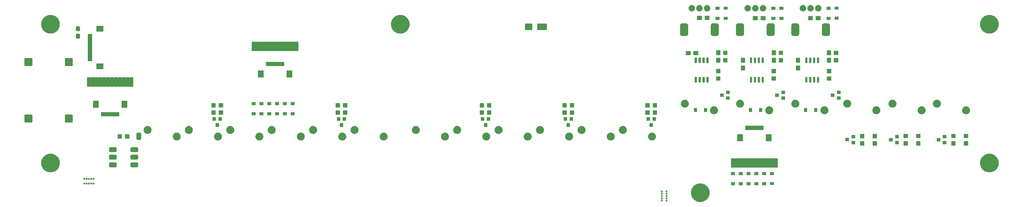
<source format=gbr>
%TF.GenerationSoftware,KiCad,Pcbnew,8.0.4*%
%TF.CreationDate,2024-09-25T08:52:03+09:00*%
%TF.ProjectId,FullHouse_Cover_V6.0,46756c6c-486f-4757-9365-5f436f766572,rev?*%
%TF.SameCoordinates,Original*%
%TF.FileFunction,Soldermask,Bot*%
%TF.FilePolarity,Negative*%
%FSLAX46Y46*%
G04 Gerber Fmt 4.6, Leading zero omitted, Abs format (unit mm)*
G04 Created by KiCad (PCBNEW 8.0.4) date 2024-09-25 08:52:03*
%MOMM*%
%LPD*%
G01*
G04 APERTURE LIST*
G04 APERTURE END LIST*
G36*
X276756604Y-212983184D02*
G01*
X277093911Y-213040495D01*
X277422681Y-213135212D01*
X277738779Y-213266144D01*
X278038230Y-213431644D01*
X278317267Y-213629632D01*
X278572383Y-213857617D01*
X278800368Y-214112733D01*
X278998356Y-214391770D01*
X279163856Y-214691221D01*
X279294788Y-215007319D01*
X279389505Y-215336089D01*
X279446816Y-215673396D01*
X279466000Y-216015000D01*
X279446816Y-216356604D01*
X279389505Y-216693911D01*
X279294788Y-217022681D01*
X279163856Y-217338779D01*
X278998356Y-217638230D01*
X278800368Y-217917267D01*
X278572383Y-218172383D01*
X278317267Y-218400368D01*
X278038230Y-218598356D01*
X277738779Y-218763856D01*
X277422681Y-218894788D01*
X277093911Y-218989505D01*
X276756604Y-219046816D01*
X276415000Y-219066000D01*
X276073396Y-219046816D01*
X275736089Y-218989505D01*
X275407319Y-218894788D01*
X275091221Y-218763856D01*
X274791770Y-218598356D01*
X274512733Y-218400368D01*
X274257617Y-218172383D01*
X274029632Y-217917267D01*
X273831644Y-217638230D01*
X273666144Y-217338779D01*
X273535212Y-217022681D01*
X273440495Y-216693911D01*
X273383184Y-216356604D01*
X273364000Y-216015000D01*
X273383184Y-215673396D01*
X273440495Y-215336089D01*
X273535212Y-215007319D01*
X273666144Y-214691221D01*
X273831644Y-214391770D01*
X274029632Y-214112733D01*
X274257617Y-213857617D01*
X274512733Y-213629632D01*
X274791770Y-213431644D01*
X275091221Y-213266144D01*
X275407319Y-213135212D01*
X275736089Y-213040495D01*
X276073396Y-212983184D01*
X276415000Y-212964000D01*
X276756604Y-212983184D01*
G37*
G36*
X263919037Y-215247573D02*
G01*
X263952268Y-215247573D01*
X263977868Y-215256890D01*
X263992531Y-215259213D01*
X264013238Y-215269764D01*
X264050500Y-215283326D01*
X264066957Y-215297135D01*
X264076006Y-215301746D01*
X264094542Y-215320282D01*
X264130579Y-215350521D01*
X264138499Y-215364239D01*
X264142253Y-215367993D01*
X264154172Y-215391386D01*
X264182847Y-215441052D01*
X264184629Y-215451160D01*
X264184786Y-215451468D01*
X264185688Y-215457167D01*
X264201000Y-215544000D01*
X264185687Y-215630840D01*
X264184786Y-215636531D01*
X264184629Y-215636837D01*
X264182847Y-215646948D01*
X264154168Y-215696620D01*
X264142253Y-215720006D01*
X264138500Y-215723758D01*
X264130579Y-215737479D01*
X264094535Y-215767723D01*
X264076006Y-215786253D01*
X264066960Y-215790862D01*
X264050500Y-215804674D01*
X264013231Y-215818238D01*
X263965812Y-215842400D01*
X263965812Y-215995600D01*
X264013234Y-216019762D01*
X264050500Y-216033326D01*
X264066957Y-216047135D01*
X264076006Y-216051746D01*
X264094542Y-216070282D01*
X264130579Y-216100521D01*
X264138499Y-216114239D01*
X264142253Y-216117993D01*
X264154172Y-216141386D01*
X264182847Y-216191052D01*
X264184629Y-216201160D01*
X264184786Y-216201468D01*
X264185688Y-216207167D01*
X264201000Y-216294000D01*
X264185687Y-216380840D01*
X264184786Y-216386531D01*
X264184629Y-216386837D01*
X264182847Y-216396948D01*
X264154168Y-216446620D01*
X264142253Y-216470006D01*
X264138500Y-216473758D01*
X264130579Y-216487479D01*
X264094535Y-216517723D01*
X264076006Y-216536253D01*
X264066960Y-216540862D01*
X264050500Y-216554674D01*
X264013231Y-216568238D01*
X263965812Y-216592400D01*
X263965812Y-216745600D01*
X264013234Y-216769762D01*
X264050500Y-216783326D01*
X264066957Y-216797135D01*
X264076006Y-216801746D01*
X264094542Y-216820282D01*
X264130579Y-216850521D01*
X264138499Y-216864239D01*
X264142253Y-216867993D01*
X264154172Y-216891386D01*
X264182847Y-216941052D01*
X264184629Y-216951160D01*
X264184786Y-216951468D01*
X264185688Y-216957167D01*
X264201000Y-217044000D01*
X264185687Y-217130840D01*
X264184786Y-217136531D01*
X264184629Y-217136837D01*
X264182847Y-217146948D01*
X264154168Y-217196620D01*
X264142253Y-217220006D01*
X264138500Y-217223758D01*
X264130579Y-217237479D01*
X264094535Y-217267723D01*
X264076005Y-217286254D01*
X264066958Y-217290863D01*
X264050500Y-217304674D01*
X264013236Y-217318236D01*
X263942261Y-217354401D01*
X263942261Y-217507599D01*
X264013240Y-217543764D01*
X264050500Y-217557326D01*
X264066955Y-217571134D01*
X264076005Y-217575745D01*
X264094542Y-217594282D01*
X264130579Y-217624521D01*
X264138499Y-217638239D01*
X264142253Y-217641993D01*
X264154172Y-217665386D01*
X264182847Y-217715052D01*
X264184629Y-217725160D01*
X264184786Y-217725468D01*
X264185688Y-217731167D01*
X264201000Y-217818000D01*
X264185687Y-217904840D01*
X264184786Y-217910531D01*
X264184629Y-217910837D01*
X264182847Y-217920948D01*
X264154168Y-217970620D01*
X264142253Y-217994006D01*
X264138500Y-217997758D01*
X264130579Y-218011479D01*
X264094535Y-218041723D01*
X264076006Y-218060253D01*
X264066960Y-218064862D01*
X264050500Y-218078674D01*
X264013230Y-218092238D01*
X263954036Y-218122400D01*
X263954036Y-218275600D01*
X264013233Y-218305762D01*
X264050500Y-218319326D01*
X264066957Y-218333135D01*
X264076006Y-218337746D01*
X264094542Y-218356282D01*
X264130579Y-218386521D01*
X264138499Y-218400239D01*
X264142253Y-218403993D01*
X264154172Y-218427386D01*
X264182847Y-218477052D01*
X264184629Y-218487160D01*
X264184786Y-218487468D01*
X264185688Y-218493167D01*
X264201000Y-218580000D01*
X264185687Y-218666840D01*
X264184786Y-218672531D01*
X264184629Y-218672837D01*
X264182847Y-218682948D01*
X264154168Y-218732620D01*
X264142253Y-218756006D01*
X264138500Y-218759758D01*
X264130579Y-218773479D01*
X264094535Y-218803723D01*
X264076006Y-218822253D01*
X264066960Y-218826862D01*
X264050500Y-218840674D01*
X264013231Y-218854238D01*
X263992531Y-218864786D01*
X263977873Y-218867107D01*
X263952268Y-218876427D01*
X263919030Y-218876427D01*
X263900000Y-218879441D01*
X263880970Y-218876427D01*
X263847732Y-218876427D01*
X263822126Y-218867107D01*
X263807468Y-218864786D01*
X263786764Y-218854237D01*
X263749500Y-218840674D01*
X263733041Y-218826863D01*
X263723993Y-218822253D01*
X263705457Y-218803717D01*
X263669421Y-218773479D01*
X263661500Y-218759760D01*
X263657746Y-218756006D01*
X263645822Y-218732605D01*
X263617153Y-218682948D01*
X263615370Y-218672840D01*
X263615213Y-218672531D01*
X263614302Y-218666785D01*
X263599000Y-218580000D01*
X263614301Y-218493223D01*
X263615213Y-218487468D01*
X263615371Y-218487157D01*
X263617153Y-218477052D01*
X263645818Y-218427401D01*
X263657746Y-218403993D01*
X263661502Y-218400236D01*
X263669421Y-218386521D01*
X263705451Y-218356287D01*
X263723993Y-218337746D01*
X263733044Y-218333134D01*
X263749500Y-218319326D01*
X263786759Y-218305765D01*
X263845963Y-218275599D01*
X263845963Y-218122401D01*
X263786762Y-218092236D01*
X263749500Y-218078674D01*
X263733041Y-218064863D01*
X263723993Y-218060253D01*
X263705457Y-218041717D01*
X263669421Y-218011479D01*
X263661500Y-217997760D01*
X263657746Y-217994006D01*
X263645822Y-217970605D01*
X263617153Y-217920948D01*
X263615370Y-217910840D01*
X263615213Y-217910531D01*
X263614302Y-217904785D01*
X263599000Y-217818000D01*
X263614301Y-217731223D01*
X263615213Y-217725468D01*
X263615371Y-217725157D01*
X263617153Y-217715052D01*
X263645818Y-217665401D01*
X263657746Y-217641993D01*
X263661502Y-217638236D01*
X263669421Y-217624521D01*
X263705451Y-217594287D01*
X263723993Y-217575746D01*
X263733044Y-217571134D01*
X263749500Y-217557326D01*
X263786757Y-217543765D01*
X263857738Y-217507599D01*
X263857738Y-217354401D01*
X263786761Y-217318235D01*
X263749500Y-217304674D01*
X263733041Y-217290863D01*
X263723993Y-217286253D01*
X263705457Y-217267717D01*
X263669421Y-217237479D01*
X263661500Y-217223760D01*
X263657746Y-217220006D01*
X263645822Y-217196605D01*
X263617153Y-217146948D01*
X263615370Y-217136840D01*
X263615213Y-217136531D01*
X263614302Y-217130785D01*
X263599000Y-217044000D01*
X263614301Y-216957223D01*
X263615213Y-216951468D01*
X263615371Y-216951157D01*
X263617153Y-216941052D01*
X263645818Y-216891401D01*
X263657746Y-216867993D01*
X263661502Y-216864236D01*
X263669421Y-216850521D01*
X263705451Y-216820287D01*
X263723993Y-216801746D01*
X263733044Y-216797134D01*
X263749500Y-216783326D01*
X263786758Y-216769765D01*
X263834187Y-216745599D01*
X263834187Y-216592401D01*
X263786761Y-216568235D01*
X263749500Y-216554674D01*
X263733041Y-216540863D01*
X263723993Y-216536253D01*
X263705457Y-216517717D01*
X263669421Y-216487479D01*
X263661500Y-216473760D01*
X263657746Y-216470006D01*
X263645822Y-216446605D01*
X263617153Y-216396948D01*
X263615370Y-216386840D01*
X263615213Y-216386531D01*
X263614302Y-216380785D01*
X263599000Y-216294000D01*
X263614301Y-216207223D01*
X263615213Y-216201468D01*
X263615371Y-216201157D01*
X263617153Y-216191052D01*
X263645818Y-216141401D01*
X263657746Y-216117993D01*
X263661502Y-216114236D01*
X263669421Y-216100521D01*
X263705451Y-216070287D01*
X263723993Y-216051746D01*
X263733044Y-216047134D01*
X263749500Y-216033326D01*
X263786758Y-216019765D01*
X263834187Y-215995599D01*
X263834187Y-215842401D01*
X263786761Y-215818235D01*
X263749500Y-215804674D01*
X263733041Y-215790863D01*
X263723993Y-215786253D01*
X263705457Y-215767717D01*
X263669421Y-215737479D01*
X263661500Y-215723760D01*
X263657746Y-215720006D01*
X263645822Y-215696605D01*
X263617153Y-215646948D01*
X263615370Y-215636840D01*
X263615213Y-215636531D01*
X263614302Y-215630785D01*
X263599000Y-215544000D01*
X263614301Y-215457223D01*
X263615213Y-215451468D01*
X263615371Y-215451157D01*
X263617153Y-215441052D01*
X263645818Y-215391401D01*
X263657746Y-215367993D01*
X263661502Y-215364236D01*
X263669421Y-215350521D01*
X263705451Y-215320287D01*
X263723993Y-215301746D01*
X263733044Y-215297134D01*
X263749500Y-215283326D01*
X263786757Y-215269765D01*
X263807468Y-215259213D01*
X263822131Y-215256890D01*
X263847732Y-215247573D01*
X263880963Y-215247573D01*
X263900000Y-215244558D01*
X263919037Y-215247573D01*
G37*
G36*
X265419037Y-215247573D02*
G01*
X265452268Y-215247573D01*
X265477868Y-215256890D01*
X265492531Y-215259213D01*
X265513238Y-215269764D01*
X265550500Y-215283326D01*
X265566957Y-215297135D01*
X265576006Y-215301746D01*
X265594542Y-215320282D01*
X265630579Y-215350521D01*
X265638499Y-215364239D01*
X265642253Y-215367993D01*
X265654172Y-215391386D01*
X265682847Y-215441052D01*
X265684629Y-215451160D01*
X265684786Y-215451468D01*
X265685688Y-215457167D01*
X265701000Y-215544000D01*
X265685687Y-215630840D01*
X265684786Y-215636531D01*
X265684629Y-215636837D01*
X265682847Y-215646948D01*
X265654168Y-215696620D01*
X265642253Y-215720006D01*
X265638500Y-215723758D01*
X265630579Y-215737479D01*
X265594535Y-215767723D01*
X265576006Y-215786253D01*
X265566960Y-215790862D01*
X265550500Y-215804674D01*
X265513231Y-215818238D01*
X265465812Y-215842400D01*
X265465812Y-215995600D01*
X265513234Y-216019762D01*
X265550500Y-216033326D01*
X265566957Y-216047135D01*
X265576006Y-216051746D01*
X265594542Y-216070282D01*
X265630579Y-216100521D01*
X265638499Y-216114239D01*
X265642253Y-216117993D01*
X265654172Y-216141386D01*
X265682847Y-216191052D01*
X265684629Y-216201160D01*
X265684786Y-216201468D01*
X265685688Y-216207167D01*
X265701000Y-216294000D01*
X265685687Y-216380840D01*
X265684786Y-216386531D01*
X265684629Y-216386837D01*
X265682847Y-216396948D01*
X265654168Y-216446620D01*
X265642253Y-216470006D01*
X265638500Y-216473758D01*
X265630579Y-216487479D01*
X265594535Y-216517723D01*
X265576006Y-216536253D01*
X265566960Y-216540862D01*
X265550500Y-216554674D01*
X265513231Y-216568238D01*
X265465812Y-216592400D01*
X265465812Y-216745600D01*
X265513234Y-216769762D01*
X265550500Y-216783326D01*
X265566957Y-216797135D01*
X265576006Y-216801746D01*
X265594542Y-216820282D01*
X265630579Y-216850521D01*
X265638499Y-216864239D01*
X265642253Y-216867993D01*
X265654172Y-216891386D01*
X265682847Y-216941052D01*
X265684629Y-216951160D01*
X265684786Y-216951468D01*
X265685688Y-216957167D01*
X265701000Y-217044000D01*
X265685687Y-217130840D01*
X265684786Y-217136531D01*
X265684629Y-217136837D01*
X265682847Y-217146948D01*
X265654168Y-217196620D01*
X265642253Y-217220006D01*
X265638500Y-217223758D01*
X265630579Y-217237479D01*
X265594535Y-217267723D01*
X265576005Y-217286254D01*
X265566958Y-217290863D01*
X265550500Y-217304674D01*
X265513236Y-217318236D01*
X265442261Y-217354401D01*
X265442261Y-217507599D01*
X265513240Y-217543764D01*
X265550500Y-217557326D01*
X265566955Y-217571134D01*
X265576005Y-217575745D01*
X265594542Y-217594282D01*
X265630579Y-217624521D01*
X265638499Y-217638239D01*
X265642253Y-217641993D01*
X265654172Y-217665386D01*
X265682847Y-217715052D01*
X265684629Y-217725160D01*
X265684786Y-217725468D01*
X265685688Y-217731167D01*
X265701000Y-217818000D01*
X265685687Y-217904840D01*
X265684786Y-217910531D01*
X265684629Y-217910837D01*
X265682847Y-217920948D01*
X265654168Y-217970620D01*
X265642253Y-217994006D01*
X265638500Y-217997758D01*
X265630579Y-218011479D01*
X265594535Y-218041723D01*
X265576006Y-218060253D01*
X265566960Y-218064862D01*
X265550500Y-218078674D01*
X265513230Y-218092238D01*
X265454036Y-218122400D01*
X265454036Y-218275600D01*
X265513233Y-218305762D01*
X265550500Y-218319326D01*
X265566957Y-218333135D01*
X265576006Y-218337746D01*
X265594542Y-218356282D01*
X265630579Y-218386521D01*
X265638499Y-218400239D01*
X265642253Y-218403993D01*
X265654172Y-218427386D01*
X265682847Y-218477052D01*
X265684629Y-218487160D01*
X265684786Y-218487468D01*
X265685688Y-218493167D01*
X265701000Y-218580000D01*
X265685687Y-218666840D01*
X265684786Y-218672531D01*
X265684629Y-218672837D01*
X265682847Y-218682948D01*
X265654168Y-218732620D01*
X265642253Y-218756006D01*
X265638500Y-218759758D01*
X265630579Y-218773479D01*
X265594535Y-218803723D01*
X265576006Y-218822253D01*
X265566960Y-218826862D01*
X265550500Y-218840674D01*
X265513231Y-218854238D01*
X265492531Y-218864786D01*
X265477873Y-218867107D01*
X265452268Y-218876427D01*
X265419030Y-218876427D01*
X265400000Y-218879441D01*
X265380970Y-218876427D01*
X265347732Y-218876427D01*
X265322126Y-218867107D01*
X265307468Y-218864786D01*
X265286764Y-218854237D01*
X265249500Y-218840674D01*
X265233041Y-218826863D01*
X265223993Y-218822253D01*
X265205457Y-218803717D01*
X265169421Y-218773479D01*
X265161500Y-218759760D01*
X265157746Y-218756006D01*
X265145822Y-218732605D01*
X265117153Y-218682948D01*
X265115370Y-218672840D01*
X265115213Y-218672531D01*
X265114302Y-218666785D01*
X265099000Y-218580000D01*
X265114301Y-218493223D01*
X265115213Y-218487468D01*
X265115371Y-218487157D01*
X265117153Y-218477052D01*
X265145818Y-218427401D01*
X265157746Y-218403993D01*
X265161502Y-218400236D01*
X265169421Y-218386521D01*
X265205451Y-218356287D01*
X265223993Y-218337746D01*
X265233044Y-218333134D01*
X265249500Y-218319326D01*
X265286759Y-218305765D01*
X265345963Y-218275599D01*
X265345963Y-218122401D01*
X265286762Y-218092236D01*
X265249500Y-218078674D01*
X265233041Y-218064863D01*
X265223993Y-218060253D01*
X265205457Y-218041717D01*
X265169421Y-218011479D01*
X265161500Y-217997760D01*
X265157746Y-217994006D01*
X265145822Y-217970605D01*
X265117153Y-217920948D01*
X265115370Y-217910840D01*
X265115213Y-217910531D01*
X265114302Y-217904785D01*
X265099000Y-217818000D01*
X265114301Y-217731223D01*
X265115213Y-217725468D01*
X265115371Y-217725157D01*
X265117153Y-217715052D01*
X265145818Y-217665401D01*
X265157746Y-217641993D01*
X265161502Y-217638236D01*
X265169421Y-217624521D01*
X265205451Y-217594287D01*
X265223993Y-217575746D01*
X265233044Y-217571134D01*
X265249500Y-217557326D01*
X265286757Y-217543765D01*
X265357738Y-217507599D01*
X265357738Y-217354401D01*
X265286761Y-217318235D01*
X265249500Y-217304674D01*
X265233041Y-217290863D01*
X265223993Y-217286253D01*
X265205457Y-217267717D01*
X265169421Y-217237479D01*
X265161500Y-217223760D01*
X265157746Y-217220006D01*
X265145822Y-217196605D01*
X265117153Y-217146948D01*
X265115370Y-217136840D01*
X265115213Y-217136531D01*
X265114302Y-217130785D01*
X265099000Y-217044000D01*
X265114301Y-216957223D01*
X265115213Y-216951468D01*
X265115371Y-216951157D01*
X265117153Y-216941052D01*
X265145818Y-216891401D01*
X265157746Y-216867993D01*
X265161502Y-216864236D01*
X265169421Y-216850521D01*
X265205451Y-216820287D01*
X265223993Y-216801746D01*
X265233044Y-216797134D01*
X265249500Y-216783326D01*
X265286758Y-216769765D01*
X265334187Y-216745599D01*
X265334187Y-216592401D01*
X265286761Y-216568235D01*
X265249500Y-216554674D01*
X265233041Y-216540863D01*
X265223993Y-216536253D01*
X265205457Y-216517717D01*
X265169421Y-216487479D01*
X265161500Y-216473760D01*
X265157746Y-216470006D01*
X265145822Y-216446605D01*
X265117153Y-216396948D01*
X265115370Y-216386840D01*
X265115213Y-216386531D01*
X265114302Y-216380785D01*
X265099000Y-216294000D01*
X265114301Y-216207223D01*
X265115213Y-216201468D01*
X265115371Y-216201157D01*
X265117153Y-216191052D01*
X265145818Y-216141401D01*
X265157746Y-216117993D01*
X265161502Y-216114236D01*
X265169421Y-216100521D01*
X265205451Y-216070287D01*
X265223993Y-216051746D01*
X265233044Y-216047134D01*
X265249500Y-216033326D01*
X265286758Y-216019765D01*
X265334187Y-215995599D01*
X265334187Y-215842401D01*
X265286761Y-215818235D01*
X265249500Y-215804674D01*
X265233041Y-215790863D01*
X265223993Y-215786253D01*
X265205457Y-215767717D01*
X265169421Y-215737479D01*
X265161500Y-215723760D01*
X265157746Y-215720006D01*
X265145822Y-215696605D01*
X265117153Y-215646948D01*
X265115370Y-215636840D01*
X265115213Y-215636531D01*
X265114302Y-215630785D01*
X265099000Y-215544000D01*
X265114301Y-215457223D01*
X265115213Y-215451468D01*
X265115371Y-215451157D01*
X265117153Y-215441052D01*
X265145818Y-215391401D01*
X265157746Y-215367993D01*
X265161502Y-215364236D01*
X265169421Y-215350521D01*
X265205451Y-215320287D01*
X265223993Y-215301746D01*
X265233044Y-215297134D01*
X265249500Y-215283326D01*
X265286757Y-215269765D01*
X265307468Y-215259213D01*
X265322131Y-215256890D01*
X265347732Y-215247573D01*
X265380963Y-215247573D01*
X265400000Y-215244558D01*
X265419037Y-215247573D01*
G37*
G36*
X287686517Y-212527882D02*
G01*
X287703062Y-212538938D01*
X287714118Y-212555483D01*
X287718000Y-212575000D01*
X287718000Y-213475000D01*
X287714118Y-213494517D01*
X287703062Y-213511062D01*
X287686517Y-213522118D01*
X287667000Y-213526000D01*
X286467000Y-213526000D01*
X286447483Y-213522118D01*
X286430938Y-213511062D01*
X286419882Y-213494517D01*
X286416000Y-213475000D01*
X286416000Y-212575000D01*
X286419882Y-212555483D01*
X286430938Y-212538938D01*
X286447483Y-212527882D01*
X286467000Y-212524000D01*
X287667000Y-212524000D01*
X287686517Y-212527882D01*
G37*
G36*
X290226517Y-212527882D02*
G01*
X290243062Y-212538938D01*
X290254118Y-212555483D01*
X290258000Y-212575000D01*
X290258000Y-213475000D01*
X290254118Y-213494517D01*
X290243062Y-213511062D01*
X290226517Y-213522118D01*
X290207000Y-213526000D01*
X289007000Y-213526000D01*
X288987483Y-213522118D01*
X288970938Y-213511062D01*
X288959882Y-213494517D01*
X288956000Y-213475000D01*
X288956000Y-212575000D01*
X288959882Y-212555483D01*
X288970938Y-212538938D01*
X288987483Y-212527882D01*
X289007000Y-212524000D01*
X290207000Y-212524000D01*
X290226517Y-212527882D01*
G37*
G36*
X292766517Y-212527882D02*
G01*
X292783062Y-212538938D01*
X292794118Y-212555483D01*
X292798000Y-212575000D01*
X292798000Y-213475000D01*
X292794118Y-213494517D01*
X292783062Y-213511062D01*
X292766517Y-213522118D01*
X292747000Y-213526000D01*
X291547000Y-213526000D01*
X291527483Y-213522118D01*
X291510938Y-213511062D01*
X291499882Y-213494517D01*
X291496000Y-213475000D01*
X291496000Y-212575000D01*
X291499882Y-212555483D01*
X291510938Y-212538938D01*
X291527483Y-212527882D01*
X291547000Y-212524000D01*
X292747000Y-212524000D01*
X292766517Y-212527882D01*
G37*
G36*
X295306517Y-212527882D02*
G01*
X295323062Y-212538938D01*
X295334118Y-212555483D01*
X295338000Y-212575000D01*
X295338000Y-213475000D01*
X295334118Y-213494517D01*
X295323062Y-213511062D01*
X295306517Y-213522118D01*
X295287000Y-213526000D01*
X294087000Y-213526000D01*
X294067483Y-213522118D01*
X294050938Y-213511062D01*
X294039882Y-213494517D01*
X294036000Y-213475000D01*
X294036000Y-212575000D01*
X294039882Y-212555483D01*
X294050938Y-212538938D01*
X294067483Y-212527882D01*
X294087000Y-212524000D01*
X295287000Y-212524000D01*
X295306517Y-212527882D01*
G37*
G36*
X297846517Y-212527882D02*
G01*
X297863062Y-212538938D01*
X297874118Y-212555483D01*
X297878000Y-212575000D01*
X297878000Y-213475000D01*
X297874118Y-213494517D01*
X297863062Y-213511062D01*
X297846517Y-213522118D01*
X297827000Y-213526000D01*
X296627000Y-213526000D01*
X296607483Y-213522118D01*
X296590938Y-213511062D01*
X296579882Y-213494517D01*
X296576000Y-213475000D01*
X296576000Y-212575000D01*
X296579882Y-212555483D01*
X296590938Y-212538938D01*
X296607483Y-212527882D01*
X296627000Y-212524000D01*
X297827000Y-212524000D01*
X297846517Y-212527882D01*
G37*
G36*
X300386517Y-212522882D02*
G01*
X300403062Y-212533938D01*
X300414118Y-212550483D01*
X300418000Y-212570000D01*
X300418000Y-213470000D01*
X300414118Y-213489517D01*
X300403062Y-213506062D01*
X300386517Y-213517118D01*
X300367000Y-213521000D01*
X299167000Y-213521000D01*
X299147483Y-213517118D01*
X299130938Y-213506062D01*
X299119882Y-213489517D01*
X299116000Y-213470000D01*
X299116000Y-212570000D01*
X299119882Y-212550483D01*
X299130938Y-212533938D01*
X299147483Y-212522882D01*
X299167000Y-212519000D01*
X300367000Y-212519000D01*
X300386517Y-212522882D01*
G37*
G36*
X78693037Y-212703573D02*
G01*
X78726268Y-212703573D01*
X78751868Y-212712890D01*
X78766531Y-212715213D01*
X78787238Y-212725764D01*
X78824500Y-212739326D01*
X78840957Y-212753135D01*
X78850006Y-212757746D01*
X78868542Y-212776282D01*
X78904579Y-212806521D01*
X78912499Y-212820239D01*
X78916253Y-212823993D01*
X78928172Y-212847386D01*
X78956847Y-212897052D01*
X78958629Y-212907160D01*
X78958786Y-212907468D01*
X78959688Y-212913167D01*
X78975000Y-213000000D01*
X78959687Y-213086840D01*
X78958786Y-213092531D01*
X78958629Y-213092837D01*
X78956847Y-213102948D01*
X78928168Y-213152620D01*
X78916253Y-213176006D01*
X78912500Y-213179758D01*
X78904579Y-213193479D01*
X78868535Y-213223723D01*
X78850006Y-213242253D01*
X78840960Y-213246862D01*
X78824500Y-213260674D01*
X78787231Y-213274238D01*
X78766531Y-213284786D01*
X78751873Y-213287107D01*
X78726268Y-213296427D01*
X78693030Y-213296427D01*
X78674000Y-213299441D01*
X78654970Y-213296427D01*
X78621732Y-213296427D01*
X78596126Y-213287107D01*
X78581468Y-213284786D01*
X78560764Y-213274237D01*
X78523500Y-213260674D01*
X78507041Y-213246863D01*
X78497993Y-213242253D01*
X78479457Y-213223717D01*
X78443421Y-213193479D01*
X78435500Y-213179760D01*
X78431746Y-213176006D01*
X78419825Y-213152609D01*
X78391153Y-213102948D01*
X78389370Y-213092837D01*
X78369600Y-213054036D01*
X78216400Y-213054036D01*
X78196629Y-213092836D01*
X78194847Y-213102948D01*
X78166167Y-213152621D01*
X78154253Y-213176006D01*
X78150500Y-213179758D01*
X78142579Y-213193479D01*
X78106535Y-213223723D01*
X78088006Y-213242253D01*
X78078960Y-213246862D01*
X78062500Y-213260674D01*
X78025231Y-213274238D01*
X78004531Y-213284786D01*
X77989873Y-213287107D01*
X77964268Y-213296427D01*
X77931030Y-213296427D01*
X77912000Y-213299441D01*
X77892970Y-213296427D01*
X77859732Y-213296427D01*
X77834126Y-213287107D01*
X77819468Y-213284786D01*
X77798764Y-213274237D01*
X77761500Y-213260674D01*
X77745041Y-213246863D01*
X77735993Y-213242253D01*
X77717457Y-213223717D01*
X77681421Y-213193479D01*
X77673500Y-213179760D01*
X77669745Y-213176005D01*
X77657819Y-213152600D01*
X77629153Y-213102948D01*
X77627370Y-213092841D01*
X77601599Y-213042261D01*
X77448401Y-213042261D01*
X77422629Y-213092839D01*
X77420847Y-213102948D01*
X77392173Y-213152612D01*
X77380254Y-213176005D01*
X77376500Y-213179758D01*
X77368579Y-213193479D01*
X77332535Y-213223723D01*
X77314006Y-213242253D01*
X77304960Y-213246862D01*
X77288500Y-213260674D01*
X77251231Y-213274238D01*
X77230531Y-213284786D01*
X77215873Y-213287107D01*
X77190268Y-213296427D01*
X77157030Y-213296427D01*
X77138000Y-213299441D01*
X77118970Y-213296427D01*
X77085732Y-213296427D01*
X77060126Y-213287107D01*
X77045468Y-213284786D01*
X77024764Y-213274237D01*
X76987500Y-213260674D01*
X76971041Y-213246863D01*
X76961993Y-213242253D01*
X76943457Y-213223717D01*
X76907421Y-213193479D01*
X76899500Y-213179760D01*
X76895746Y-213176006D01*
X76883825Y-213152609D01*
X76855153Y-213102948D01*
X76853370Y-213092838D01*
X76839600Y-213065812D01*
X76686400Y-213065812D01*
X76672629Y-213092837D01*
X76670847Y-213102948D01*
X76642168Y-213152621D01*
X76630253Y-213176006D01*
X76626500Y-213179758D01*
X76618579Y-213193479D01*
X76582535Y-213223723D01*
X76564006Y-213242253D01*
X76554960Y-213246862D01*
X76538500Y-213260674D01*
X76501231Y-213274238D01*
X76480531Y-213284786D01*
X76465873Y-213287107D01*
X76440268Y-213296427D01*
X76407030Y-213296427D01*
X76388000Y-213299441D01*
X76368970Y-213296427D01*
X76335732Y-213296427D01*
X76310126Y-213287107D01*
X76295468Y-213284786D01*
X76274764Y-213274237D01*
X76237500Y-213260674D01*
X76221041Y-213246863D01*
X76211993Y-213242253D01*
X76193457Y-213223717D01*
X76157421Y-213193479D01*
X76149500Y-213179760D01*
X76145746Y-213176006D01*
X76133825Y-213152609D01*
X76105153Y-213102948D01*
X76103370Y-213092838D01*
X76089600Y-213065812D01*
X75936400Y-213065812D01*
X75922629Y-213092837D01*
X75920847Y-213102948D01*
X75892168Y-213152621D01*
X75880253Y-213176006D01*
X75876500Y-213179758D01*
X75868579Y-213193479D01*
X75832535Y-213223723D01*
X75814006Y-213242253D01*
X75804960Y-213246862D01*
X75788500Y-213260674D01*
X75751231Y-213274238D01*
X75730531Y-213284786D01*
X75715873Y-213287107D01*
X75690268Y-213296427D01*
X75657030Y-213296427D01*
X75638000Y-213299441D01*
X75618970Y-213296427D01*
X75585732Y-213296427D01*
X75560126Y-213287107D01*
X75545468Y-213284786D01*
X75524764Y-213274237D01*
X75487500Y-213260674D01*
X75471041Y-213246863D01*
X75461993Y-213242253D01*
X75443457Y-213223717D01*
X75407421Y-213193479D01*
X75399500Y-213179760D01*
X75395746Y-213176006D01*
X75383822Y-213152605D01*
X75355153Y-213102948D01*
X75353370Y-213092840D01*
X75353213Y-213092531D01*
X75352302Y-213086785D01*
X75337000Y-213000000D01*
X75352301Y-212913223D01*
X75353213Y-212907468D01*
X75353371Y-212907157D01*
X75355153Y-212897052D01*
X75383818Y-212847401D01*
X75395746Y-212823993D01*
X75399502Y-212820236D01*
X75407421Y-212806521D01*
X75443451Y-212776287D01*
X75461993Y-212757746D01*
X75471044Y-212753134D01*
X75487500Y-212739326D01*
X75524757Y-212725765D01*
X75545468Y-212715213D01*
X75560131Y-212712890D01*
X75585732Y-212703573D01*
X75618963Y-212703573D01*
X75638000Y-212700558D01*
X75657037Y-212703573D01*
X75690268Y-212703573D01*
X75715868Y-212712890D01*
X75730531Y-212715213D01*
X75751238Y-212725764D01*
X75788500Y-212739326D01*
X75804957Y-212753135D01*
X75814006Y-212757746D01*
X75832542Y-212776282D01*
X75868579Y-212806521D01*
X75876499Y-212820239D01*
X75880253Y-212823993D01*
X75892174Y-212847389D01*
X75920847Y-212897052D01*
X75922629Y-212907158D01*
X75936401Y-212934187D01*
X76089599Y-212934187D01*
X76103370Y-212907158D01*
X76105153Y-212897052D01*
X76133818Y-212847401D01*
X76145746Y-212823993D01*
X76149502Y-212820236D01*
X76157421Y-212806521D01*
X76193451Y-212776287D01*
X76211993Y-212757746D01*
X76221044Y-212753134D01*
X76237500Y-212739326D01*
X76274757Y-212725765D01*
X76295468Y-212715213D01*
X76310131Y-212712890D01*
X76335732Y-212703573D01*
X76368963Y-212703573D01*
X76388000Y-212700558D01*
X76407037Y-212703573D01*
X76440268Y-212703573D01*
X76465868Y-212712890D01*
X76480531Y-212715213D01*
X76501238Y-212725764D01*
X76538500Y-212739326D01*
X76554957Y-212753135D01*
X76564006Y-212757746D01*
X76582542Y-212776282D01*
X76618579Y-212806521D01*
X76626499Y-212820239D01*
X76630253Y-212823993D01*
X76642174Y-212847389D01*
X76670847Y-212897052D01*
X76672629Y-212907158D01*
X76686401Y-212934187D01*
X76839599Y-212934187D01*
X76853370Y-212907158D01*
X76855153Y-212897052D01*
X76883818Y-212847401D01*
X76895746Y-212823993D01*
X76899502Y-212820236D01*
X76907421Y-212806521D01*
X76943451Y-212776287D01*
X76961993Y-212757746D01*
X76971044Y-212753134D01*
X76987500Y-212739326D01*
X77024757Y-212725765D01*
X77045468Y-212715213D01*
X77060131Y-212712890D01*
X77085732Y-212703573D01*
X77118963Y-212703573D01*
X77138000Y-212700558D01*
X77157037Y-212703573D01*
X77190268Y-212703573D01*
X77215868Y-212712890D01*
X77230531Y-212715213D01*
X77251238Y-212725764D01*
X77288500Y-212739326D01*
X77304957Y-212753135D01*
X77314006Y-212757746D01*
X77332542Y-212776282D01*
X77368579Y-212806521D01*
X77376499Y-212820239D01*
X77380253Y-212823993D01*
X77392174Y-212847389D01*
X77420847Y-212897052D01*
X77422629Y-212907159D01*
X77448401Y-212957738D01*
X77601599Y-212957738D01*
X77627370Y-212907158D01*
X77629153Y-212897052D01*
X77657818Y-212847401D01*
X77669746Y-212823993D01*
X77673502Y-212820236D01*
X77681421Y-212806521D01*
X77717451Y-212776287D01*
X77735993Y-212757746D01*
X77745044Y-212753134D01*
X77761500Y-212739326D01*
X77798757Y-212725765D01*
X77819468Y-212715213D01*
X77834131Y-212712890D01*
X77859732Y-212703573D01*
X77892963Y-212703573D01*
X77912000Y-212700558D01*
X77931037Y-212703573D01*
X77964268Y-212703573D01*
X77989868Y-212712890D01*
X78004531Y-212715213D01*
X78025238Y-212725764D01*
X78062500Y-212739326D01*
X78078957Y-212753135D01*
X78088006Y-212757746D01*
X78106542Y-212776282D01*
X78142579Y-212806521D01*
X78150499Y-212820239D01*
X78154253Y-212823993D01*
X78166173Y-212847388D01*
X78194847Y-212897052D01*
X78196629Y-212907159D01*
X78216401Y-212945963D01*
X78369599Y-212945963D01*
X78389370Y-212907158D01*
X78391153Y-212897052D01*
X78419819Y-212847400D01*
X78431746Y-212823993D01*
X78435502Y-212820236D01*
X78443421Y-212806521D01*
X78479451Y-212776287D01*
X78497993Y-212757746D01*
X78507044Y-212753134D01*
X78523500Y-212739326D01*
X78560757Y-212725765D01*
X78581468Y-212715213D01*
X78596131Y-212712890D01*
X78621732Y-212703573D01*
X78654963Y-212703573D01*
X78674000Y-212700558D01*
X78693037Y-212703573D01*
G37*
G36*
X78693037Y-211203573D02*
G01*
X78726268Y-211203573D01*
X78751868Y-211212890D01*
X78766531Y-211215213D01*
X78787238Y-211225764D01*
X78824500Y-211239326D01*
X78840957Y-211253135D01*
X78850006Y-211257746D01*
X78868542Y-211276282D01*
X78904579Y-211306521D01*
X78912499Y-211320239D01*
X78916253Y-211323993D01*
X78928172Y-211347386D01*
X78956847Y-211397052D01*
X78958629Y-211407160D01*
X78958786Y-211407468D01*
X78959688Y-211413167D01*
X78975000Y-211500000D01*
X78959687Y-211586840D01*
X78958786Y-211592531D01*
X78958629Y-211592837D01*
X78956847Y-211602948D01*
X78928168Y-211652620D01*
X78916253Y-211676006D01*
X78912500Y-211679758D01*
X78904579Y-211693479D01*
X78868535Y-211723723D01*
X78850006Y-211742253D01*
X78840960Y-211746862D01*
X78824500Y-211760674D01*
X78787231Y-211774238D01*
X78766531Y-211784786D01*
X78751873Y-211787107D01*
X78726268Y-211796427D01*
X78693030Y-211796427D01*
X78674000Y-211799441D01*
X78654970Y-211796427D01*
X78621732Y-211796427D01*
X78596126Y-211787107D01*
X78581468Y-211784786D01*
X78560764Y-211774237D01*
X78523500Y-211760674D01*
X78507041Y-211746863D01*
X78497993Y-211742253D01*
X78479457Y-211723717D01*
X78443421Y-211693479D01*
X78435500Y-211679760D01*
X78431746Y-211676006D01*
X78419825Y-211652609D01*
X78391153Y-211602948D01*
X78389370Y-211592837D01*
X78369600Y-211554036D01*
X78216400Y-211554036D01*
X78196629Y-211592836D01*
X78194847Y-211602948D01*
X78166167Y-211652621D01*
X78154253Y-211676006D01*
X78150500Y-211679758D01*
X78142579Y-211693479D01*
X78106535Y-211723723D01*
X78088006Y-211742253D01*
X78078960Y-211746862D01*
X78062500Y-211760674D01*
X78025231Y-211774238D01*
X78004531Y-211784786D01*
X77989873Y-211787107D01*
X77964268Y-211796427D01*
X77931030Y-211796427D01*
X77912000Y-211799441D01*
X77892970Y-211796427D01*
X77859732Y-211796427D01*
X77834126Y-211787107D01*
X77819468Y-211784786D01*
X77798764Y-211774237D01*
X77761500Y-211760674D01*
X77745041Y-211746863D01*
X77735993Y-211742253D01*
X77717457Y-211723717D01*
X77681421Y-211693479D01*
X77673500Y-211679760D01*
X77669745Y-211676005D01*
X77657819Y-211652600D01*
X77629153Y-211602948D01*
X77627370Y-211592841D01*
X77601599Y-211542261D01*
X77448401Y-211542261D01*
X77422629Y-211592839D01*
X77420847Y-211602948D01*
X77392173Y-211652612D01*
X77380254Y-211676005D01*
X77376500Y-211679758D01*
X77368579Y-211693479D01*
X77332535Y-211723723D01*
X77314006Y-211742253D01*
X77304960Y-211746862D01*
X77288500Y-211760674D01*
X77251231Y-211774238D01*
X77230531Y-211784786D01*
X77215873Y-211787107D01*
X77190268Y-211796427D01*
X77157030Y-211796427D01*
X77138000Y-211799441D01*
X77118970Y-211796427D01*
X77085732Y-211796427D01*
X77060126Y-211787107D01*
X77045468Y-211784786D01*
X77024764Y-211774237D01*
X76987500Y-211760674D01*
X76971041Y-211746863D01*
X76961993Y-211742253D01*
X76943457Y-211723717D01*
X76907421Y-211693479D01*
X76899500Y-211679760D01*
X76895746Y-211676006D01*
X76883825Y-211652609D01*
X76855153Y-211602948D01*
X76853370Y-211592838D01*
X76839600Y-211565812D01*
X76686400Y-211565812D01*
X76672629Y-211592837D01*
X76670847Y-211602948D01*
X76642168Y-211652621D01*
X76630253Y-211676006D01*
X76626500Y-211679758D01*
X76618579Y-211693479D01*
X76582535Y-211723723D01*
X76564006Y-211742253D01*
X76554960Y-211746862D01*
X76538500Y-211760674D01*
X76501231Y-211774238D01*
X76480531Y-211784786D01*
X76465873Y-211787107D01*
X76440268Y-211796427D01*
X76407030Y-211796427D01*
X76388000Y-211799441D01*
X76368970Y-211796427D01*
X76335732Y-211796427D01*
X76310126Y-211787107D01*
X76295468Y-211784786D01*
X76274764Y-211774237D01*
X76237500Y-211760674D01*
X76221041Y-211746863D01*
X76211993Y-211742253D01*
X76193457Y-211723717D01*
X76157421Y-211693479D01*
X76149500Y-211679760D01*
X76145746Y-211676006D01*
X76133825Y-211652609D01*
X76105153Y-211602948D01*
X76103370Y-211592838D01*
X76089600Y-211565812D01*
X75936400Y-211565812D01*
X75922629Y-211592837D01*
X75920847Y-211602948D01*
X75892168Y-211652621D01*
X75880253Y-211676006D01*
X75876500Y-211679758D01*
X75868579Y-211693479D01*
X75832535Y-211723723D01*
X75814006Y-211742253D01*
X75804960Y-211746862D01*
X75788500Y-211760674D01*
X75751231Y-211774238D01*
X75730531Y-211784786D01*
X75715873Y-211787107D01*
X75690268Y-211796427D01*
X75657030Y-211796427D01*
X75638000Y-211799441D01*
X75618970Y-211796427D01*
X75585732Y-211796427D01*
X75560126Y-211787107D01*
X75545468Y-211784786D01*
X75524764Y-211774237D01*
X75487500Y-211760674D01*
X75471041Y-211746863D01*
X75461993Y-211742253D01*
X75443457Y-211723717D01*
X75407421Y-211693479D01*
X75399500Y-211679760D01*
X75395746Y-211676006D01*
X75383822Y-211652605D01*
X75355153Y-211602948D01*
X75353370Y-211592840D01*
X75353213Y-211592531D01*
X75352302Y-211586785D01*
X75337000Y-211500000D01*
X75352301Y-211413223D01*
X75353213Y-211407468D01*
X75353371Y-211407157D01*
X75355153Y-211397052D01*
X75383818Y-211347401D01*
X75395746Y-211323993D01*
X75399502Y-211320236D01*
X75407421Y-211306521D01*
X75443451Y-211276287D01*
X75461993Y-211257746D01*
X75471044Y-211253134D01*
X75487500Y-211239326D01*
X75524757Y-211225765D01*
X75545468Y-211215213D01*
X75560131Y-211212890D01*
X75585732Y-211203573D01*
X75618963Y-211203573D01*
X75638000Y-211200558D01*
X75657037Y-211203573D01*
X75690268Y-211203573D01*
X75715868Y-211212890D01*
X75730531Y-211215213D01*
X75751238Y-211225764D01*
X75788500Y-211239326D01*
X75804957Y-211253135D01*
X75814006Y-211257746D01*
X75832542Y-211276282D01*
X75868579Y-211306521D01*
X75876499Y-211320239D01*
X75880253Y-211323993D01*
X75892174Y-211347389D01*
X75920847Y-211397052D01*
X75922629Y-211407158D01*
X75936401Y-211434187D01*
X76089599Y-211434187D01*
X76103370Y-211407158D01*
X76105153Y-211397052D01*
X76133818Y-211347401D01*
X76145746Y-211323993D01*
X76149502Y-211320236D01*
X76157421Y-211306521D01*
X76193451Y-211276287D01*
X76211993Y-211257746D01*
X76221044Y-211253134D01*
X76237500Y-211239326D01*
X76274757Y-211225765D01*
X76295468Y-211215213D01*
X76310131Y-211212890D01*
X76335732Y-211203573D01*
X76368963Y-211203573D01*
X76388000Y-211200558D01*
X76407037Y-211203573D01*
X76440268Y-211203573D01*
X76465868Y-211212890D01*
X76480531Y-211215213D01*
X76501238Y-211225764D01*
X76538500Y-211239326D01*
X76554957Y-211253135D01*
X76564006Y-211257746D01*
X76582542Y-211276282D01*
X76618579Y-211306521D01*
X76626499Y-211320239D01*
X76630253Y-211323993D01*
X76642174Y-211347389D01*
X76670847Y-211397052D01*
X76672629Y-211407158D01*
X76686401Y-211434187D01*
X76839599Y-211434187D01*
X76853370Y-211407158D01*
X76855153Y-211397052D01*
X76883818Y-211347401D01*
X76895746Y-211323993D01*
X76899502Y-211320236D01*
X76907421Y-211306521D01*
X76943451Y-211276287D01*
X76961993Y-211257746D01*
X76971044Y-211253134D01*
X76987500Y-211239326D01*
X77024757Y-211225765D01*
X77045468Y-211215213D01*
X77060131Y-211212890D01*
X77085732Y-211203573D01*
X77118963Y-211203573D01*
X77138000Y-211200558D01*
X77157037Y-211203573D01*
X77190268Y-211203573D01*
X77215868Y-211212890D01*
X77230531Y-211215213D01*
X77251238Y-211225764D01*
X77288500Y-211239326D01*
X77304957Y-211253135D01*
X77314006Y-211257746D01*
X77332542Y-211276282D01*
X77368579Y-211306521D01*
X77376499Y-211320239D01*
X77380253Y-211323993D01*
X77392174Y-211347389D01*
X77420847Y-211397052D01*
X77422629Y-211407159D01*
X77448401Y-211457738D01*
X77601599Y-211457738D01*
X77627370Y-211407158D01*
X77629153Y-211397052D01*
X77657818Y-211347401D01*
X77669746Y-211323993D01*
X77673502Y-211320236D01*
X77681421Y-211306521D01*
X77717451Y-211276287D01*
X77735993Y-211257746D01*
X77745044Y-211253134D01*
X77761500Y-211239326D01*
X77798757Y-211225765D01*
X77819468Y-211215213D01*
X77834131Y-211212890D01*
X77859732Y-211203573D01*
X77892963Y-211203573D01*
X77912000Y-211200558D01*
X77931037Y-211203573D01*
X77964268Y-211203573D01*
X77989868Y-211212890D01*
X78004531Y-211215213D01*
X78025238Y-211225764D01*
X78062500Y-211239326D01*
X78078957Y-211253135D01*
X78088006Y-211257746D01*
X78106542Y-211276282D01*
X78142579Y-211306521D01*
X78150499Y-211320239D01*
X78154253Y-211323993D01*
X78166173Y-211347388D01*
X78194847Y-211397052D01*
X78196629Y-211407159D01*
X78216401Y-211445963D01*
X78369599Y-211445963D01*
X78389370Y-211407158D01*
X78391153Y-211397052D01*
X78419819Y-211347400D01*
X78431746Y-211323993D01*
X78435502Y-211320236D01*
X78443421Y-211306521D01*
X78479451Y-211276287D01*
X78497993Y-211257746D01*
X78507044Y-211253134D01*
X78523500Y-211239326D01*
X78560757Y-211225765D01*
X78581468Y-211215213D01*
X78596131Y-211212890D01*
X78621732Y-211203573D01*
X78654963Y-211203573D01*
X78674000Y-211200558D01*
X78693037Y-211203573D01*
G37*
G36*
X287686517Y-209227882D02*
G01*
X287703062Y-209238938D01*
X287714118Y-209255483D01*
X287718000Y-209275000D01*
X287718000Y-210175000D01*
X287714118Y-210194517D01*
X287703062Y-210211062D01*
X287686517Y-210222118D01*
X287667000Y-210226000D01*
X286467000Y-210226000D01*
X286447483Y-210222118D01*
X286430938Y-210211062D01*
X286419882Y-210194517D01*
X286416000Y-210175000D01*
X286416000Y-209275000D01*
X286419882Y-209255483D01*
X286430938Y-209238938D01*
X286447483Y-209227882D01*
X286467000Y-209224000D01*
X287667000Y-209224000D01*
X287686517Y-209227882D01*
G37*
G36*
X290226517Y-209227882D02*
G01*
X290243062Y-209238938D01*
X290254118Y-209255483D01*
X290258000Y-209275000D01*
X290258000Y-210175000D01*
X290254118Y-210194517D01*
X290243062Y-210211062D01*
X290226517Y-210222118D01*
X290207000Y-210226000D01*
X289007000Y-210226000D01*
X288987483Y-210222118D01*
X288970938Y-210211062D01*
X288959882Y-210194517D01*
X288956000Y-210175000D01*
X288956000Y-209275000D01*
X288959882Y-209255483D01*
X288970938Y-209238938D01*
X288987483Y-209227882D01*
X289007000Y-209224000D01*
X290207000Y-209224000D01*
X290226517Y-209227882D01*
G37*
G36*
X292766517Y-209227882D02*
G01*
X292783062Y-209238938D01*
X292794118Y-209255483D01*
X292798000Y-209275000D01*
X292798000Y-210175000D01*
X292794118Y-210194517D01*
X292783062Y-210211062D01*
X292766517Y-210222118D01*
X292747000Y-210226000D01*
X291547000Y-210226000D01*
X291527483Y-210222118D01*
X291510938Y-210211062D01*
X291499882Y-210194517D01*
X291496000Y-210175000D01*
X291496000Y-209275000D01*
X291499882Y-209255483D01*
X291510938Y-209238938D01*
X291527483Y-209227882D01*
X291547000Y-209224000D01*
X292747000Y-209224000D01*
X292766517Y-209227882D01*
G37*
G36*
X295306517Y-209227882D02*
G01*
X295323062Y-209238938D01*
X295334118Y-209255483D01*
X295338000Y-209275000D01*
X295338000Y-210175000D01*
X295334118Y-210194517D01*
X295323062Y-210211062D01*
X295306517Y-210222118D01*
X295287000Y-210226000D01*
X294087000Y-210226000D01*
X294067483Y-210222118D01*
X294050938Y-210211062D01*
X294039882Y-210194517D01*
X294036000Y-210175000D01*
X294036000Y-209275000D01*
X294039882Y-209255483D01*
X294050938Y-209238938D01*
X294067483Y-209227882D01*
X294087000Y-209224000D01*
X295287000Y-209224000D01*
X295306517Y-209227882D01*
G37*
G36*
X297846517Y-209227882D02*
G01*
X297863062Y-209238938D01*
X297874118Y-209255483D01*
X297878000Y-209275000D01*
X297878000Y-210175000D01*
X297874118Y-210194517D01*
X297863062Y-210211062D01*
X297846517Y-210222118D01*
X297827000Y-210226000D01*
X296627000Y-210226000D01*
X296607483Y-210222118D01*
X296590938Y-210211062D01*
X296579882Y-210194517D01*
X296576000Y-210175000D01*
X296576000Y-209275000D01*
X296579882Y-209255483D01*
X296590938Y-209238938D01*
X296607483Y-209227882D01*
X296627000Y-209224000D01*
X297827000Y-209224000D01*
X297846517Y-209227882D01*
G37*
G36*
X300386517Y-209222882D02*
G01*
X300403062Y-209233938D01*
X300414118Y-209250483D01*
X300418000Y-209270000D01*
X300418000Y-210170000D01*
X300414118Y-210189517D01*
X300403062Y-210206062D01*
X300386517Y-210217118D01*
X300367000Y-210221000D01*
X299167000Y-210221000D01*
X299147483Y-210217118D01*
X299130938Y-210206062D01*
X299119882Y-210189517D01*
X299116000Y-210170000D01*
X299116000Y-209270000D01*
X299119882Y-209250483D01*
X299130938Y-209233938D01*
X299147483Y-209222882D01*
X299167000Y-209219000D01*
X300367000Y-209219000D01*
X300386517Y-209222882D01*
G37*
G36*
X64981604Y-203268184D02*
G01*
X65318911Y-203325495D01*
X65647681Y-203420212D01*
X65963779Y-203551144D01*
X66263230Y-203716644D01*
X66542267Y-203914632D01*
X66797383Y-204142617D01*
X67025368Y-204397733D01*
X67223356Y-204676770D01*
X67388856Y-204976221D01*
X67519788Y-205292319D01*
X67614505Y-205621089D01*
X67671816Y-205958396D01*
X67691000Y-206300000D01*
X67671816Y-206641604D01*
X67614505Y-206978911D01*
X67519788Y-207307681D01*
X67388856Y-207623779D01*
X67223356Y-207923230D01*
X67025368Y-208202267D01*
X66797383Y-208457383D01*
X66542267Y-208685368D01*
X66263230Y-208883356D01*
X65963779Y-209048856D01*
X65647681Y-209179788D01*
X65318911Y-209274505D01*
X64981604Y-209331816D01*
X64640000Y-209351000D01*
X64298396Y-209331816D01*
X63961089Y-209274505D01*
X63632319Y-209179788D01*
X63316221Y-209048856D01*
X63016770Y-208883356D01*
X62737733Y-208685368D01*
X62482617Y-208457383D01*
X62254632Y-208202267D01*
X62056644Y-207923230D01*
X61891144Y-207623779D01*
X61760212Y-207307681D01*
X61665495Y-206978911D01*
X61608184Y-206641604D01*
X61589000Y-206300000D01*
X61608184Y-205958396D01*
X61665495Y-205621089D01*
X61760212Y-205292319D01*
X61891144Y-204976221D01*
X62056644Y-204676770D01*
X62254632Y-204397733D01*
X62482617Y-204142617D01*
X62737733Y-203914632D01*
X63016770Y-203716644D01*
X63316221Y-203551144D01*
X63632319Y-203420212D01*
X63961089Y-203325495D01*
X64298396Y-203268184D01*
X64640000Y-203249000D01*
X64981604Y-203268184D01*
G37*
G36*
X370981604Y-203268184D02*
G01*
X371318911Y-203325495D01*
X371647681Y-203420212D01*
X371963779Y-203551144D01*
X372263230Y-203716644D01*
X372542267Y-203914632D01*
X372797383Y-204142617D01*
X373025368Y-204397733D01*
X373223356Y-204676770D01*
X373388856Y-204976221D01*
X373519788Y-205292319D01*
X373614505Y-205621089D01*
X373671816Y-205958396D01*
X373691000Y-206300000D01*
X373671816Y-206641604D01*
X373614505Y-206978911D01*
X373519788Y-207307681D01*
X373388856Y-207623779D01*
X373223356Y-207923230D01*
X373025368Y-208202267D01*
X372797383Y-208457383D01*
X372542267Y-208685368D01*
X372263230Y-208883356D01*
X371963779Y-209048856D01*
X371647681Y-209179788D01*
X371318911Y-209274505D01*
X370981604Y-209331816D01*
X370640000Y-209351000D01*
X370298396Y-209331816D01*
X369961089Y-209274505D01*
X369632319Y-209179788D01*
X369316221Y-209048856D01*
X369016770Y-208883356D01*
X368737733Y-208685368D01*
X368482617Y-208457383D01*
X368254632Y-208202267D01*
X368056644Y-207923230D01*
X367891144Y-207623779D01*
X367760212Y-207307681D01*
X367665495Y-206978911D01*
X367608184Y-206641604D01*
X367589000Y-206300000D01*
X367608184Y-205958396D01*
X367665495Y-205621089D01*
X367760212Y-205292319D01*
X367891144Y-204976221D01*
X368056644Y-204676770D01*
X368254632Y-204397733D01*
X368482617Y-204142617D01*
X368737733Y-203914632D01*
X369016770Y-203716644D01*
X369316221Y-203551144D01*
X369632319Y-203420212D01*
X369961089Y-203325495D01*
X370298396Y-203268184D01*
X370640000Y-203249000D01*
X370981604Y-203268184D01*
G37*
G36*
X287488925Y-204747191D02*
G01*
X287526814Y-204752179D01*
X287536343Y-204756622D01*
X287557118Y-204760755D01*
X287584635Y-204779142D01*
X287598030Y-204785388D01*
X287606179Y-204793537D01*
X287628529Y-204808471D01*
X287643461Y-204830818D01*
X287650224Y-204837581D01*
X287753776Y-204837581D01*
X287760538Y-204830818D01*
X287775471Y-204808471D01*
X287797818Y-204793538D01*
X287805969Y-204785388D01*
X287819366Y-204779140D01*
X287846882Y-204760755D01*
X287867654Y-204756623D01*
X287877185Y-204752179D01*
X287915077Y-204747190D01*
X287931118Y-204744000D01*
X288742882Y-204744000D01*
X288758925Y-204747191D01*
X288796814Y-204752179D01*
X288806343Y-204756622D01*
X288827118Y-204760755D01*
X288854635Y-204779142D01*
X288868030Y-204785388D01*
X288876179Y-204793537D01*
X288898529Y-204808471D01*
X288913461Y-204830818D01*
X288920224Y-204837581D01*
X289023776Y-204837581D01*
X289030538Y-204830818D01*
X289045471Y-204808471D01*
X289067818Y-204793538D01*
X289075969Y-204785388D01*
X289089366Y-204779140D01*
X289116882Y-204760755D01*
X289137654Y-204756623D01*
X289147185Y-204752179D01*
X289185077Y-204747190D01*
X289201118Y-204744000D01*
X290012882Y-204744000D01*
X290028925Y-204747191D01*
X290066814Y-204752179D01*
X290076343Y-204756622D01*
X290097118Y-204760755D01*
X290124635Y-204779142D01*
X290138030Y-204785388D01*
X290146179Y-204793537D01*
X290168529Y-204808471D01*
X290183461Y-204830818D01*
X290190224Y-204837581D01*
X290293776Y-204837581D01*
X290300538Y-204830818D01*
X290315471Y-204808471D01*
X290337818Y-204793538D01*
X290345969Y-204785388D01*
X290359366Y-204779140D01*
X290386882Y-204760755D01*
X290407654Y-204756623D01*
X290417185Y-204752179D01*
X290455077Y-204747190D01*
X290471118Y-204744000D01*
X291282882Y-204744000D01*
X291298925Y-204747191D01*
X291336814Y-204752179D01*
X291346343Y-204756622D01*
X291367118Y-204760755D01*
X291394635Y-204779142D01*
X291408030Y-204785388D01*
X291416179Y-204793537D01*
X291438529Y-204808471D01*
X291453461Y-204830818D01*
X291460224Y-204837581D01*
X291563776Y-204837581D01*
X291570538Y-204830818D01*
X291585471Y-204808471D01*
X291607818Y-204793538D01*
X291615969Y-204785388D01*
X291629366Y-204779140D01*
X291656882Y-204760755D01*
X291677654Y-204756623D01*
X291687185Y-204752179D01*
X291725077Y-204747190D01*
X291741118Y-204744000D01*
X292552882Y-204744000D01*
X292568925Y-204747191D01*
X292606814Y-204752179D01*
X292616343Y-204756622D01*
X292637118Y-204760755D01*
X292664635Y-204779142D01*
X292678030Y-204785388D01*
X292686179Y-204793537D01*
X292708529Y-204808471D01*
X292723461Y-204830818D01*
X292730224Y-204837581D01*
X292833776Y-204837581D01*
X292840538Y-204830818D01*
X292855471Y-204808471D01*
X292877818Y-204793538D01*
X292885969Y-204785388D01*
X292899366Y-204779140D01*
X292926882Y-204760755D01*
X292947654Y-204756623D01*
X292957185Y-204752179D01*
X292995077Y-204747190D01*
X293011118Y-204744000D01*
X293822882Y-204744000D01*
X293838925Y-204747191D01*
X293876814Y-204752179D01*
X293886343Y-204756622D01*
X293907118Y-204760755D01*
X293934635Y-204779142D01*
X293948030Y-204785388D01*
X293956179Y-204793537D01*
X293978529Y-204808471D01*
X293993461Y-204830818D01*
X294000224Y-204837581D01*
X294103776Y-204837581D01*
X294110538Y-204830818D01*
X294125471Y-204808471D01*
X294147818Y-204793538D01*
X294155969Y-204785388D01*
X294169366Y-204779140D01*
X294196882Y-204760755D01*
X294217654Y-204756623D01*
X294227185Y-204752179D01*
X294265077Y-204747190D01*
X294281118Y-204744000D01*
X295092882Y-204744000D01*
X295108925Y-204747191D01*
X295146814Y-204752179D01*
X295156343Y-204756622D01*
X295177118Y-204760755D01*
X295204635Y-204779142D01*
X295218030Y-204785388D01*
X295226179Y-204793537D01*
X295248529Y-204808471D01*
X295263461Y-204830818D01*
X295270224Y-204837581D01*
X295373776Y-204837581D01*
X295380538Y-204830818D01*
X295395471Y-204808471D01*
X295417818Y-204793538D01*
X295425969Y-204785388D01*
X295439366Y-204779140D01*
X295466882Y-204760755D01*
X295487654Y-204756623D01*
X295497185Y-204752179D01*
X295535077Y-204747190D01*
X295551118Y-204744000D01*
X296362882Y-204744000D01*
X296378925Y-204747191D01*
X296416814Y-204752179D01*
X296426343Y-204756622D01*
X296447118Y-204760755D01*
X296474635Y-204779142D01*
X296488030Y-204785388D01*
X296496179Y-204793537D01*
X296518529Y-204808471D01*
X296533461Y-204830818D01*
X296540224Y-204837581D01*
X296643776Y-204837581D01*
X296650538Y-204830818D01*
X296665471Y-204808471D01*
X296687818Y-204793538D01*
X296695969Y-204785388D01*
X296709366Y-204779140D01*
X296736882Y-204760755D01*
X296757654Y-204756623D01*
X296767185Y-204752179D01*
X296805077Y-204747190D01*
X296821118Y-204744000D01*
X297632882Y-204744000D01*
X297648925Y-204747191D01*
X297686814Y-204752179D01*
X297696343Y-204756622D01*
X297717118Y-204760755D01*
X297744635Y-204779142D01*
X297758030Y-204785388D01*
X297766179Y-204793537D01*
X297788529Y-204808471D01*
X297803461Y-204830818D01*
X297810224Y-204837581D01*
X297913776Y-204837581D01*
X297920538Y-204830818D01*
X297935471Y-204808471D01*
X297957818Y-204793538D01*
X297965969Y-204785388D01*
X297979366Y-204779140D01*
X298006882Y-204760755D01*
X298027654Y-204756623D01*
X298037185Y-204752179D01*
X298075077Y-204747190D01*
X298091118Y-204744000D01*
X298902882Y-204744000D01*
X298918925Y-204747191D01*
X298956814Y-204752179D01*
X298966343Y-204756622D01*
X298987118Y-204760755D01*
X299014635Y-204779142D01*
X299028030Y-204785388D01*
X299036179Y-204793537D01*
X299058529Y-204808471D01*
X299073461Y-204830818D01*
X299080224Y-204837581D01*
X299183776Y-204837581D01*
X299190538Y-204830818D01*
X299205471Y-204808471D01*
X299227818Y-204793538D01*
X299235969Y-204785388D01*
X299249366Y-204779140D01*
X299276882Y-204760755D01*
X299297654Y-204756623D01*
X299307185Y-204752179D01*
X299345077Y-204747190D01*
X299361118Y-204744000D01*
X300172882Y-204744000D01*
X300188925Y-204747191D01*
X300226814Y-204752179D01*
X300236343Y-204756622D01*
X300257118Y-204760755D01*
X300284635Y-204779142D01*
X300298030Y-204785388D01*
X300306179Y-204793537D01*
X300328529Y-204808471D01*
X300343461Y-204830818D01*
X300350224Y-204837581D01*
X300453776Y-204837581D01*
X300460538Y-204830818D01*
X300475471Y-204808471D01*
X300497818Y-204793538D01*
X300505969Y-204785388D01*
X300519366Y-204779140D01*
X300546882Y-204760755D01*
X300567654Y-204756623D01*
X300577185Y-204752179D01*
X300615077Y-204747190D01*
X300631118Y-204744000D01*
X301442882Y-204744000D01*
X301458925Y-204747191D01*
X301496814Y-204752179D01*
X301506343Y-204756622D01*
X301527118Y-204760755D01*
X301554635Y-204779142D01*
X301568030Y-204785388D01*
X301576178Y-204793536D01*
X301598529Y-204808471D01*
X301613463Y-204830821D01*
X301621611Y-204838969D01*
X301627856Y-204852361D01*
X301646245Y-204879882D01*
X301650377Y-204900658D01*
X301654820Y-204910185D01*
X301659806Y-204948062D01*
X301663000Y-204964118D01*
X301663000Y-207625882D01*
X301659805Y-207641940D01*
X301654820Y-207679814D01*
X301650377Y-207689340D01*
X301646245Y-207710118D01*
X301627854Y-207737640D01*
X301621611Y-207751030D01*
X301613465Y-207759175D01*
X301598529Y-207781529D01*
X301576175Y-207796465D01*
X301568030Y-207804611D01*
X301554640Y-207810854D01*
X301527118Y-207829245D01*
X301506340Y-207833377D01*
X301496814Y-207837820D01*
X301458939Y-207842806D01*
X301442882Y-207846000D01*
X300631118Y-207846000D01*
X300615061Y-207842806D01*
X300577185Y-207837820D01*
X300567658Y-207833377D01*
X300546882Y-207829245D01*
X300519361Y-207810856D01*
X300505969Y-207804611D01*
X300497820Y-207796462D01*
X300475471Y-207781529D01*
X300460538Y-207759181D01*
X300453776Y-207752419D01*
X300350224Y-207752419D01*
X300343461Y-207759181D01*
X300328529Y-207781529D01*
X300306176Y-207796464D01*
X300298030Y-207804611D01*
X300284640Y-207810854D01*
X300257118Y-207829245D01*
X300236340Y-207833377D01*
X300226814Y-207837820D01*
X300188939Y-207842806D01*
X300172882Y-207846000D01*
X299361118Y-207846000D01*
X299345061Y-207842806D01*
X299307185Y-207837820D01*
X299297658Y-207833377D01*
X299276882Y-207829245D01*
X299249361Y-207810856D01*
X299235969Y-207804611D01*
X299227820Y-207796462D01*
X299205471Y-207781529D01*
X299190538Y-207759181D01*
X299183776Y-207752419D01*
X299080224Y-207752419D01*
X299073461Y-207759181D01*
X299058529Y-207781529D01*
X299036176Y-207796464D01*
X299028030Y-207804611D01*
X299014640Y-207810854D01*
X298987118Y-207829245D01*
X298966340Y-207833377D01*
X298956814Y-207837820D01*
X298918939Y-207842806D01*
X298902882Y-207846000D01*
X298091118Y-207846000D01*
X298075061Y-207842806D01*
X298037185Y-207837820D01*
X298027658Y-207833377D01*
X298006882Y-207829245D01*
X297979361Y-207810856D01*
X297965969Y-207804611D01*
X297957820Y-207796462D01*
X297935471Y-207781529D01*
X297920538Y-207759181D01*
X297913776Y-207752419D01*
X297810224Y-207752419D01*
X297803461Y-207759181D01*
X297788529Y-207781529D01*
X297766176Y-207796464D01*
X297758030Y-207804611D01*
X297744640Y-207810854D01*
X297717118Y-207829245D01*
X297696340Y-207833377D01*
X297686814Y-207837820D01*
X297648939Y-207842806D01*
X297632882Y-207846000D01*
X296821118Y-207846000D01*
X296805061Y-207842806D01*
X296767185Y-207837820D01*
X296757658Y-207833377D01*
X296736882Y-207829245D01*
X296709361Y-207810856D01*
X296695969Y-207804611D01*
X296687820Y-207796462D01*
X296665471Y-207781529D01*
X296650538Y-207759181D01*
X296643776Y-207752419D01*
X296540224Y-207752419D01*
X296533461Y-207759181D01*
X296518529Y-207781529D01*
X296496176Y-207796464D01*
X296488030Y-207804611D01*
X296474640Y-207810854D01*
X296447118Y-207829245D01*
X296426340Y-207833377D01*
X296416814Y-207837820D01*
X296378939Y-207842806D01*
X296362882Y-207846000D01*
X295551118Y-207846000D01*
X295535061Y-207842806D01*
X295497185Y-207837820D01*
X295487658Y-207833377D01*
X295466882Y-207829245D01*
X295439361Y-207810856D01*
X295425969Y-207804611D01*
X295417820Y-207796462D01*
X295395471Y-207781529D01*
X295380538Y-207759181D01*
X295373776Y-207752419D01*
X295270224Y-207752419D01*
X295263461Y-207759181D01*
X295248529Y-207781529D01*
X295226176Y-207796464D01*
X295218030Y-207804611D01*
X295204640Y-207810854D01*
X295177118Y-207829245D01*
X295156340Y-207833377D01*
X295146814Y-207837820D01*
X295108939Y-207842806D01*
X295092882Y-207846000D01*
X294281118Y-207846000D01*
X294265061Y-207842806D01*
X294227185Y-207837820D01*
X294217658Y-207833377D01*
X294196882Y-207829245D01*
X294169361Y-207810856D01*
X294155969Y-207804611D01*
X294147820Y-207796462D01*
X294125471Y-207781529D01*
X294110538Y-207759181D01*
X294103776Y-207752419D01*
X294000224Y-207752419D01*
X293993461Y-207759181D01*
X293978529Y-207781529D01*
X293956176Y-207796464D01*
X293948030Y-207804611D01*
X293934640Y-207810854D01*
X293907118Y-207829245D01*
X293886340Y-207833377D01*
X293876814Y-207837820D01*
X293838939Y-207842806D01*
X293822882Y-207846000D01*
X293011118Y-207846000D01*
X292995061Y-207842806D01*
X292957185Y-207837820D01*
X292947658Y-207833377D01*
X292926882Y-207829245D01*
X292899361Y-207810856D01*
X292885969Y-207804611D01*
X292877820Y-207796462D01*
X292855471Y-207781529D01*
X292840538Y-207759181D01*
X292833776Y-207752419D01*
X292730224Y-207752419D01*
X292723461Y-207759181D01*
X292708529Y-207781529D01*
X292686176Y-207796464D01*
X292678030Y-207804611D01*
X292664640Y-207810854D01*
X292637118Y-207829245D01*
X292616340Y-207833377D01*
X292606814Y-207837820D01*
X292568939Y-207842806D01*
X292552882Y-207846000D01*
X291741118Y-207846000D01*
X291725061Y-207842806D01*
X291687185Y-207837820D01*
X291677658Y-207833377D01*
X291656882Y-207829245D01*
X291629361Y-207810856D01*
X291615969Y-207804611D01*
X291607820Y-207796462D01*
X291585471Y-207781529D01*
X291570538Y-207759181D01*
X291563776Y-207752419D01*
X291460224Y-207752419D01*
X291453461Y-207759181D01*
X291438529Y-207781529D01*
X291416176Y-207796464D01*
X291408030Y-207804611D01*
X291394640Y-207810854D01*
X291367118Y-207829245D01*
X291346340Y-207833377D01*
X291336814Y-207837820D01*
X291298939Y-207842806D01*
X291282882Y-207846000D01*
X290471118Y-207846000D01*
X290455061Y-207842806D01*
X290417185Y-207837820D01*
X290407658Y-207833377D01*
X290386882Y-207829245D01*
X290359361Y-207810856D01*
X290345969Y-207804611D01*
X290337820Y-207796462D01*
X290315471Y-207781529D01*
X290300538Y-207759181D01*
X290293776Y-207752419D01*
X290190224Y-207752419D01*
X290183461Y-207759181D01*
X290168529Y-207781529D01*
X290146176Y-207796464D01*
X290138030Y-207804611D01*
X290124640Y-207810854D01*
X290097118Y-207829245D01*
X290076340Y-207833377D01*
X290066814Y-207837820D01*
X290028939Y-207842806D01*
X290012882Y-207846000D01*
X289201118Y-207846000D01*
X289185061Y-207842806D01*
X289147185Y-207837820D01*
X289137658Y-207833377D01*
X289116882Y-207829245D01*
X289089361Y-207810856D01*
X289075969Y-207804611D01*
X289067820Y-207796462D01*
X289045471Y-207781529D01*
X289030538Y-207759181D01*
X289023776Y-207752419D01*
X288920224Y-207752419D01*
X288913461Y-207759181D01*
X288898529Y-207781529D01*
X288876176Y-207796464D01*
X288868030Y-207804611D01*
X288854640Y-207810854D01*
X288827118Y-207829245D01*
X288806340Y-207833377D01*
X288796814Y-207837820D01*
X288758939Y-207842806D01*
X288742882Y-207846000D01*
X287931118Y-207846000D01*
X287915061Y-207842806D01*
X287877185Y-207837820D01*
X287867658Y-207833377D01*
X287846882Y-207829245D01*
X287819361Y-207810856D01*
X287805969Y-207804611D01*
X287797820Y-207796462D01*
X287775471Y-207781529D01*
X287760538Y-207759181D01*
X287753776Y-207752419D01*
X287650224Y-207752419D01*
X287643461Y-207759181D01*
X287628529Y-207781529D01*
X287606176Y-207796464D01*
X287598030Y-207804611D01*
X287584640Y-207810854D01*
X287557118Y-207829245D01*
X287536340Y-207833377D01*
X287526814Y-207837820D01*
X287488939Y-207842806D01*
X287472882Y-207846000D01*
X286661118Y-207846000D01*
X286645061Y-207842806D01*
X286607185Y-207837820D01*
X286597658Y-207833377D01*
X286576882Y-207829245D01*
X286549361Y-207810856D01*
X286535969Y-207804611D01*
X286527821Y-207796463D01*
X286505471Y-207781529D01*
X286490536Y-207759178D01*
X286482388Y-207751030D01*
X286476142Y-207737635D01*
X286457755Y-207710118D01*
X286453622Y-207689343D01*
X286449179Y-207679814D01*
X286444190Y-207641924D01*
X286441000Y-207625882D01*
X286441000Y-204964118D01*
X286444190Y-204948076D01*
X286449179Y-204910185D01*
X286453623Y-204900654D01*
X286457755Y-204879882D01*
X286476140Y-204852366D01*
X286482388Y-204838969D01*
X286490538Y-204830818D01*
X286505471Y-204808471D01*
X286527818Y-204793538D01*
X286535969Y-204785388D01*
X286549366Y-204779140D01*
X286576882Y-204760755D01*
X286597654Y-204756623D01*
X286607185Y-204752179D01*
X286645077Y-204747190D01*
X286661118Y-204744000D01*
X287472882Y-204744000D01*
X287488925Y-204747191D01*
G37*
G36*
X85798443Y-206102713D02*
G01*
X85874572Y-206111855D01*
X85886928Y-206116727D01*
X85906641Y-206119850D01*
X85947024Y-206140426D01*
X85983210Y-206154696D01*
X85999961Y-206167398D01*
X86025397Y-206180359D01*
X86051582Y-206206544D01*
X86075396Y-206224603D01*
X86093454Y-206248416D01*
X86119641Y-206274603D01*
X86132601Y-206300039D01*
X86145303Y-206316789D01*
X86159570Y-206352969D01*
X86180150Y-206393359D01*
X86183272Y-206413073D01*
X86188144Y-206425427D01*
X86197283Y-206501536D01*
X86201000Y-206525000D01*
X86201000Y-207275000D01*
X86197282Y-207298469D01*
X86188144Y-207374572D01*
X86183272Y-207386924D01*
X86180150Y-207406641D01*
X86159569Y-207447033D01*
X86145303Y-207483210D01*
X86132603Y-207499957D01*
X86119641Y-207525397D01*
X86093450Y-207551587D01*
X86075396Y-207575396D01*
X86051587Y-207593450D01*
X86025397Y-207619641D01*
X85999957Y-207632603D01*
X85983210Y-207645303D01*
X85947033Y-207659569D01*
X85906641Y-207680150D01*
X85886924Y-207683272D01*
X85874572Y-207688144D01*
X85798467Y-207697283D01*
X85775000Y-207701000D01*
X84125000Y-207701000D01*
X84101533Y-207697283D01*
X84025427Y-207688144D01*
X84013073Y-207683272D01*
X83993359Y-207680150D01*
X83952969Y-207659570D01*
X83916789Y-207645303D01*
X83900039Y-207632601D01*
X83874603Y-207619641D01*
X83848416Y-207593454D01*
X83824603Y-207575396D01*
X83806544Y-207551582D01*
X83780359Y-207525397D01*
X83767398Y-207499961D01*
X83754696Y-207483210D01*
X83740426Y-207447024D01*
X83719850Y-207406641D01*
X83716727Y-207386928D01*
X83711855Y-207374572D01*
X83702712Y-207298440D01*
X83699000Y-207275000D01*
X83699000Y-206525000D01*
X83702712Y-206501559D01*
X83711855Y-206425427D01*
X83716728Y-206413069D01*
X83719850Y-206393359D01*
X83740424Y-206352978D01*
X83754696Y-206316789D01*
X83767400Y-206300035D01*
X83780359Y-206274603D01*
X83806541Y-206248420D01*
X83824603Y-206224603D01*
X83848420Y-206206541D01*
X83874603Y-206180359D01*
X83900035Y-206167400D01*
X83916789Y-206154696D01*
X83952978Y-206140424D01*
X83993359Y-206119850D01*
X84013069Y-206116728D01*
X84025427Y-206111855D01*
X84101562Y-206102712D01*
X84125000Y-206099000D01*
X85775000Y-206099000D01*
X85798443Y-206102713D01*
G37*
G36*
X92798443Y-206102713D02*
G01*
X92874572Y-206111855D01*
X92886928Y-206116727D01*
X92906641Y-206119850D01*
X92947024Y-206140426D01*
X92983210Y-206154696D01*
X92999961Y-206167398D01*
X93025397Y-206180359D01*
X93051582Y-206206544D01*
X93075396Y-206224603D01*
X93093454Y-206248416D01*
X93119641Y-206274603D01*
X93132601Y-206300039D01*
X93145303Y-206316789D01*
X93159570Y-206352969D01*
X93180150Y-206393359D01*
X93183272Y-206413073D01*
X93188144Y-206425427D01*
X93197283Y-206501536D01*
X93201000Y-206525000D01*
X93201000Y-207275000D01*
X93197282Y-207298469D01*
X93188144Y-207374572D01*
X93183272Y-207386924D01*
X93180150Y-207406641D01*
X93159569Y-207447033D01*
X93145303Y-207483210D01*
X93132603Y-207499957D01*
X93119641Y-207525397D01*
X93093450Y-207551587D01*
X93075396Y-207575396D01*
X93051587Y-207593450D01*
X93025397Y-207619641D01*
X92999957Y-207632603D01*
X92983210Y-207645303D01*
X92947033Y-207659569D01*
X92906641Y-207680150D01*
X92886924Y-207683272D01*
X92874572Y-207688144D01*
X92798467Y-207697283D01*
X92775000Y-207701000D01*
X91125000Y-207701000D01*
X91101533Y-207697283D01*
X91025427Y-207688144D01*
X91013073Y-207683272D01*
X90993359Y-207680150D01*
X90952969Y-207659570D01*
X90916789Y-207645303D01*
X90900039Y-207632601D01*
X90874603Y-207619641D01*
X90848416Y-207593454D01*
X90824603Y-207575396D01*
X90806544Y-207551582D01*
X90780359Y-207525397D01*
X90767398Y-207499961D01*
X90754696Y-207483210D01*
X90740426Y-207447024D01*
X90719850Y-207406641D01*
X90716727Y-207386928D01*
X90711855Y-207374572D01*
X90702712Y-207298440D01*
X90699000Y-207275000D01*
X90699000Y-206525000D01*
X90702712Y-206501559D01*
X90711855Y-206425427D01*
X90716728Y-206413069D01*
X90719850Y-206393359D01*
X90740424Y-206352978D01*
X90754696Y-206316789D01*
X90767400Y-206300035D01*
X90780359Y-206274603D01*
X90806541Y-206248420D01*
X90824603Y-206224603D01*
X90848420Y-206206541D01*
X90874603Y-206180359D01*
X90900035Y-206167400D01*
X90916789Y-206154696D01*
X90952978Y-206140424D01*
X90993359Y-206119850D01*
X91013069Y-206116728D01*
X91025427Y-206111855D01*
X91101562Y-206102712D01*
X91125000Y-206099000D01*
X92775000Y-206099000D01*
X92798443Y-206102713D01*
G37*
G36*
X85798443Y-203602713D02*
G01*
X85874572Y-203611855D01*
X85886928Y-203616727D01*
X85906641Y-203619850D01*
X85947024Y-203640426D01*
X85983210Y-203654696D01*
X85999961Y-203667398D01*
X86025397Y-203680359D01*
X86051582Y-203706544D01*
X86075396Y-203724603D01*
X86093454Y-203748416D01*
X86119641Y-203774603D01*
X86132601Y-203800039D01*
X86145303Y-203816789D01*
X86159570Y-203852969D01*
X86180150Y-203893359D01*
X86183272Y-203913073D01*
X86188144Y-203925427D01*
X86197283Y-204001536D01*
X86201000Y-204025000D01*
X86201000Y-204775000D01*
X86197282Y-204798469D01*
X86188144Y-204874572D01*
X86183272Y-204886924D01*
X86180150Y-204906641D01*
X86159569Y-204947033D01*
X86145303Y-204983210D01*
X86132603Y-204999957D01*
X86119641Y-205025397D01*
X86093450Y-205051587D01*
X86075396Y-205075396D01*
X86051587Y-205093450D01*
X86025397Y-205119641D01*
X85999957Y-205132603D01*
X85983210Y-205145303D01*
X85947033Y-205159569D01*
X85906641Y-205180150D01*
X85886924Y-205183272D01*
X85874572Y-205188144D01*
X85798467Y-205197283D01*
X85775000Y-205201000D01*
X84125000Y-205201000D01*
X84101533Y-205197283D01*
X84025427Y-205188144D01*
X84013073Y-205183272D01*
X83993359Y-205180150D01*
X83952969Y-205159570D01*
X83916789Y-205145303D01*
X83900039Y-205132601D01*
X83874603Y-205119641D01*
X83848416Y-205093454D01*
X83824603Y-205075396D01*
X83806544Y-205051582D01*
X83780359Y-205025397D01*
X83767398Y-204999961D01*
X83754696Y-204983210D01*
X83740426Y-204947024D01*
X83719850Y-204906641D01*
X83716727Y-204886928D01*
X83711855Y-204874572D01*
X83702712Y-204798440D01*
X83699000Y-204775000D01*
X83699000Y-204025000D01*
X83702712Y-204001559D01*
X83711855Y-203925427D01*
X83716728Y-203913069D01*
X83719850Y-203893359D01*
X83740424Y-203852978D01*
X83754696Y-203816789D01*
X83767400Y-203800035D01*
X83780359Y-203774603D01*
X83806541Y-203748420D01*
X83824603Y-203724603D01*
X83848420Y-203706541D01*
X83874603Y-203680359D01*
X83900035Y-203667400D01*
X83916789Y-203654696D01*
X83952978Y-203640424D01*
X83993359Y-203619850D01*
X84013069Y-203616728D01*
X84025427Y-203611855D01*
X84101562Y-203602712D01*
X84125000Y-203599000D01*
X85775000Y-203599000D01*
X85798443Y-203602713D01*
G37*
G36*
X92798443Y-203602713D02*
G01*
X92874572Y-203611855D01*
X92886928Y-203616727D01*
X92906641Y-203619850D01*
X92947024Y-203640426D01*
X92983210Y-203654696D01*
X92999961Y-203667398D01*
X93025397Y-203680359D01*
X93051582Y-203706544D01*
X93075396Y-203724603D01*
X93093454Y-203748416D01*
X93119641Y-203774603D01*
X93132601Y-203800039D01*
X93145303Y-203816789D01*
X93159570Y-203852969D01*
X93180150Y-203893359D01*
X93183272Y-203913073D01*
X93188144Y-203925427D01*
X93197283Y-204001536D01*
X93201000Y-204025000D01*
X93201000Y-204775000D01*
X93197282Y-204798469D01*
X93188144Y-204874572D01*
X93183272Y-204886924D01*
X93180150Y-204906641D01*
X93159569Y-204947033D01*
X93145303Y-204983210D01*
X93132603Y-204999957D01*
X93119641Y-205025397D01*
X93093450Y-205051587D01*
X93075396Y-205075396D01*
X93051587Y-205093450D01*
X93025397Y-205119641D01*
X92999957Y-205132603D01*
X92983210Y-205145303D01*
X92947033Y-205159569D01*
X92906641Y-205180150D01*
X92886924Y-205183272D01*
X92874572Y-205188144D01*
X92798467Y-205197283D01*
X92775000Y-205201000D01*
X91125000Y-205201000D01*
X91101533Y-205197283D01*
X91025427Y-205188144D01*
X91013073Y-205183272D01*
X90993359Y-205180150D01*
X90952969Y-205159570D01*
X90916789Y-205145303D01*
X90900039Y-205132601D01*
X90874603Y-205119641D01*
X90848416Y-205093454D01*
X90824603Y-205075396D01*
X90806544Y-205051582D01*
X90780359Y-205025397D01*
X90767398Y-204999961D01*
X90754696Y-204983210D01*
X90740426Y-204947024D01*
X90719850Y-204906641D01*
X90716727Y-204886928D01*
X90711855Y-204874572D01*
X90702712Y-204798440D01*
X90699000Y-204775000D01*
X90699000Y-204025000D01*
X90702712Y-204001559D01*
X90711855Y-203925427D01*
X90716728Y-203913069D01*
X90719850Y-203893359D01*
X90740424Y-203852978D01*
X90754696Y-203816789D01*
X90767400Y-203800035D01*
X90780359Y-203774603D01*
X90806541Y-203748420D01*
X90824603Y-203724603D01*
X90848420Y-203706541D01*
X90874603Y-203680359D01*
X90900035Y-203667400D01*
X90916789Y-203654696D01*
X90952978Y-203640424D01*
X90993359Y-203619850D01*
X91013069Y-203616728D01*
X91025427Y-203611855D01*
X91101562Y-203602712D01*
X91125000Y-203599000D01*
X92775000Y-203599000D01*
X92798443Y-203602713D01*
G37*
G36*
X85798443Y-201102713D02*
G01*
X85874572Y-201111855D01*
X85886928Y-201116727D01*
X85906641Y-201119850D01*
X85947024Y-201140426D01*
X85983210Y-201154696D01*
X85999961Y-201167398D01*
X86025397Y-201180359D01*
X86051582Y-201206544D01*
X86075396Y-201224603D01*
X86093454Y-201248416D01*
X86119641Y-201274603D01*
X86132601Y-201300039D01*
X86145303Y-201316789D01*
X86159570Y-201352969D01*
X86180150Y-201393359D01*
X86183272Y-201413073D01*
X86188144Y-201425427D01*
X86197283Y-201501536D01*
X86201000Y-201525000D01*
X86201000Y-202275000D01*
X86197282Y-202298469D01*
X86188144Y-202374572D01*
X86183272Y-202386924D01*
X86180150Y-202406641D01*
X86159569Y-202447033D01*
X86145303Y-202483210D01*
X86132603Y-202499957D01*
X86119641Y-202525397D01*
X86093450Y-202551587D01*
X86075396Y-202575396D01*
X86051587Y-202593450D01*
X86025397Y-202619641D01*
X85999957Y-202632603D01*
X85983210Y-202645303D01*
X85947033Y-202659569D01*
X85906641Y-202680150D01*
X85886924Y-202683272D01*
X85874572Y-202688144D01*
X85798467Y-202697283D01*
X85775000Y-202701000D01*
X84125000Y-202701000D01*
X84101533Y-202697283D01*
X84025427Y-202688144D01*
X84013073Y-202683272D01*
X83993359Y-202680150D01*
X83952969Y-202659570D01*
X83916789Y-202645303D01*
X83900039Y-202632601D01*
X83874603Y-202619641D01*
X83848416Y-202593454D01*
X83824603Y-202575396D01*
X83806544Y-202551582D01*
X83780359Y-202525397D01*
X83767398Y-202499961D01*
X83754696Y-202483210D01*
X83740426Y-202447024D01*
X83719850Y-202406641D01*
X83716727Y-202386928D01*
X83711855Y-202374572D01*
X83702712Y-202298440D01*
X83699000Y-202275000D01*
X83699000Y-201525000D01*
X83702712Y-201501559D01*
X83711855Y-201425427D01*
X83716728Y-201413069D01*
X83719850Y-201393359D01*
X83740424Y-201352978D01*
X83754696Y-201316789D01*
X83767400Y-201300035D01*
X83780359Y-201274603D01*
X83806541Y-201248420D01*
X83824603Y-201224603D01*
X83848420Y-201206541D01*
X83874603Y-201180359D01*
X83900035Y-201167400D01*
X83916789Y-201154696D01*
X83952978Y-201140424D01*
X83993359Y-201119850D01*
X84013069Y-201116728D01*
X84025427Y-201111855D01*
X84101562Y-201102712D01*
X84125000Y-201099000D01*
X85775000Y-201099000D01*
X85798443Y-201102713D01*
G37*
G36*
X92798443Y-201102713D02*
G01*
X92874572Y-201111855D01*
X92886928Y-201116727D01*
X92906641Y-201119850D01*
X92947024Y-201140426D01*
X92983210Y-201154696D01*
X92999961Y-201167398D01*
X93025397Y-201180359D01*
X93051582Y-201206544D01*
X93075396Y-201224603D01*
X93093454Y-201248416D01*
X93119641Y-201274603D01*
X93132601Y-201300039D01*
X93145303Y-201316789D01*
X93159570Y-201352969D01*
X93180150Y-201393359D01*
X93183272Y-201413073D01*
X93188144Y-201425427D01*
X93197283Y-201501536D01*
X93201000Y-201525000D01*
X93201000Y-202275000D01*
X93197282Y-202298469D01*
X93188144Y-202374572D01*
X93183272Y-202386924D01*
X93180150Y-202406641D01*
X93159569Y-202447033D01*
X93145303Y-202483210D01*
X93132603Y-202499957D01*
X93119641Y-202525397D01*
X93093450Y-202551587D01*
X93075396Y-202575396D01*
X93051587Y-202593450D01*
X93025397Y-202619641D01*
X92999957Y-202632603D01*
X92983210Y-202645303D01*
X92947033Y-202659569D01*
X92906641Y-202680150D01*
X92886924Y-202683272D01*
X92874572Y-202688144D01*
X92798467Y-202697283D01*
X92775000Y-202701000D01*
X91125000Y-202701000D01*
X91101533Y-202697283D01*
X91025427Y-202688144D01*
X91013073Y-202683272D01*
X90993359Y-202680150D01*
X90952969Y-202659570D01*
X90916789Y-202645303D01*
X90900039Y-202632601D01*
X90874603Y-202619641D01*
X90848416Y-202593454D01*
X90824603Y-202575396D01*
X90806544Y-202551582D01*
X90780359Y-202525397D01*
X90767398Y-202499961D01*
X90754696Y-202483210D01*
X90740426Y-202447024D01*
X90719850Y-202406641D01*
X90716727Y-202386928D01*
X90711855Y-202374572D01*
X90702712Y-202298440D01*
X90699000Y-202275000D01*
X90699000Y-201525000D01*
X90702712Y-201501559D01*
X90711855Y-201425427D01*
X90716728Y-201413069D01*
X90719850Y-201393359D01*
X90740424Y-201352978D01*
X90754696Y-201316789D01*
X90767400Y-201300035D01*
X90780359Y-201274603D01*
X90806541Y-201248420D01*
X90824603Y-201224603D01*
X90848420Y-201206541D01*
X90874603Y-201180359D01*
X90900035Y-201167400D01*
X90916789Y-201154696D01*
X90952978Y-201140424D01*
X90993359Y-201119850D01*
X91013069Y-201116728D01*
X91025427Y-201111855D01*
X91101562Y-201102712D01*
X91125000Y-201099000D01*
X92775000Y-201099000D01*
X92798443Y-201102713D01*
G37*
G36*
X329869517Y-199207882D02*
G01*
X329886062Y-199218938D01*
X329897118Y-199235483D01*
X329901000Y-199255000D01*
X329901000Y-200555000D01*
X329897118Y-200574517D01*
X329886062Y-200591062D01*
X329869517Y-200602118D01*
X329850000Y-200606000D01*
X328550000Y-200606000D01*
X328530483Y-200602118D01*
X328513938Y-200591062D01*
X328502882Y-200574517D01*
X328499000Y-200555000D01*
X328499000Y-199255000D01*
X328502882Y-199235483D01*
X328513938Y-199218938D01*
X328530483Y-199207882D01*
X328550000Y-199204000D01*
X329850000Y-199204000D01*
X329869517Y-199207882D01*
G37*
G36*
X333969517Y-199207882D02*
G01*
X333986062Y-199218938D01*
X333997118Y-199235483D01*
X334001000Y-199255000D01*
X334001000Y-200555000D01*
X333997118Y-200574517D01*
X333986062Y-200591062D01*
X333969517Y-200602118D01*
X333950000Y-200606000D01*
X332650000Y-200606000D01*
X332630483Y-200602118D01*
X332613938Y-200591062D01*
X332602882Y-200574517D01*
X332599000Y-200555000D01*
X332599000Y-199255000D01*
X332602882Y-199235483D01*
X332613938Y-199218938D01*
X332630483Y-199207882D01*
X332650000Y-199204000D01*
X333950000Y-199204000D01*
X333969517Y-199207882D01*
G37*
G36*
X344059517Y-199177882D02*
G01*
X344076062Y-199188938D01*
X344087118Y-199205483D01*
X344091000Y-199225000D01*
X344091000Y-200525000D01*
X344087118Y-200544517D01*
X344076062Y-200561062D01*
X344059517Y-200572118D01*
X344040000Y-200576000D01*
X342740000Y-200576000D01*
X342720483Y-200572118D01*
X342703938Y-200561062D01*
X342692882Y-200544517D01*
X342689000Y-200525000D01*
X342689000Y-199225000D01*
X342692882Y-199205483D01*
X342703938Y-199188938D01*
X342720483Y-199177882D01*
X342740000Y-199174000D01*
X344040000Y-199174000D01*
X344059517Y-199177882D01*
G37*
G36*
X348159517Y-199177882D02*
G01*
X348176062Y-199188938D01*
X348187118Y-199205483D01*
X348191000Y-199225000D01*
X348191000Y-200525000D01*
X348187118Y-200544517D01*
X348176062Y-200561062D01*
X348159517Y-200572118D01*
X348140000Y-200576000D01*
X346840000Y-200576000D01*
X346820483Y-200572118D01*
X346803938Y-200561062D01*
X346792882Y-200544517D01*
X346789000Y-200525000D01*
X346789000Y-199225000D01*
X346792882Y-199205483D01*
X346803938Y-199188938D01*
X346820483Y-199177882D01*
X346840000Y-199174000D01*
X348140000Y-199174000D01*
X348159517Y-199177882D01*
G37*
G36*
X359569517Y-199177882D02*
G01*
X359586062Y-199188938D01*
X359597118Y-199205483D01*
X359601000Y-199225000D01*
X359601000Y-200525000D01*
X359597118Y-200544517D01*
X359586062Y-200561062D01*
X359569517Y-200572118D01*
X359550000Y-200576000D01*
X358250000Y-200576000D01*
X358230483Y-200572118D01*
X358213938Y-200561062D01*
X358202882Y-200544517D01*
X358199000Y-200525000D01*
X358199000Y-199225000D01*
X358202882Y-199205483D01*
X358213938Y-199188938D01*
X358230483Y-199177882D01*
X358250000Y-199174000D01*
X359550000Y-199174000D01*
X359569517Y-199177882D01*
G37*
G36*
X363669517Y-199177882D02*
G01*
X363686062Y-199188938D01*
X363697118Y-199205483D01*
X363701000Y-199225000D01*
X363701000Y-200525000D01*
X363697118Y-200544517D01*
X363686062Y-200561062D01*
X363669517Y-200572118D01*
X363650000Y-200576000D01*
X362350000Y-200576000D01*
X362330483Y-200572118D01*
X362313938Y-200561062D01*
X362302882Y-200544517D01*
X362299000Y-200525000D01*
X362299000Y-199225000D01*
X362302882Y-199205483D01*
X362313938Y-199188938D01*
X362330483Y-199177882D01*
X362350000Y-199174000D01*
X363650000Y-199174000D01*
X363669517Y-199177882D01*
G37*
G36*
X341109517Y-199077882D02*
G01*
X341126062Y-199088938D01*
X341137118Y-199105483D01*
X341141000Y-199125000D01*
X341141000Y-200125000D01*
X341137118Y-200144517D01*
X341126062Y-200161062D01*
X341109517Y-200172118D01*
X341090000Y-200176000D01*
X339990000Y-200176000D01*
X339970483Y-200172118D01*
X339953938Y-200161062D01*
X339942882Y-200144517D01*
X339939000Y-200125000D01*
X339939000Y-199125000D01*
X339942882Y-199105483D01*
X339953938Y-199088938D01*
X339970483Y-199077882D01*
X339990000Y-199074000D01*
X341090000Y-199074000D01*
X341109517Y-199077882D01*
G37*
G36*
X356629517Y-199077882D02*
G01*
X356646062Y-199088938D01*
X356657118Y-199105483D01*
X356661000Y-199125000D01*
X356661000Y-200125000D01*
X356657118Y-200144517D01*
X356646062Y-200161062D01*
X356629517Y-200172118D01*
X356610000Y-200176000D01*
X355510000Y-200176000D01*
X355490483Y-200172118D01*
X355473938Y-200161062D01*
X355462882Y-200144517D01*
X355459000Y-200125000D01*
X355459000Y-199125000D01*
X355462882Y-199105483D01*
X355473938Y-199088938D01*
X355490483Y-199077882D01*
X355510000Y-199074000D01*
X356610000Y-199074000D01*
X356629517Y-199077882D01*
G37*
G36*
X326859517Y-199057882D02*
G01*
X326876062Y-199068938D01*
X326887118Y-199085483D01*
X326891000Y-199105000D01*
X326891000Y-200105000D01*
X326887118Y-200124517D01*
X326876062Y-200141062D01*
X326859517Y-200152118D01*
X326840000Y-200156000D01*
X325740000Y-200156000D01*
X325720483Y-200152118D01*
X325703938Y-200141062D01*
X325692882Y-200124517D01*
X325689000Y-200105000D01*
X325689000Y-199105000D01*
X325692882Y-199085483D01*
X325703938Y-199068938D01*
X325720483Y-199057882D01*
X325740000Y-199054000D01*
X326840000Y-199054000D01*
X326859517Y-199057882D01*
G37*
G36*
X339109517Y-198127882D02*
G01*
X339126062Y-198138938D01*
X339137118Y-198155483D01*
X339141000Y-198175000D01*
X339141000Y-199175000D01*
X339137118Y-199194517D01*
X339126062Y-199211062D01*
X339109517Y-199222118D01*
X339090000Y-199226000D01*
X337990000Y-199226000D01*
X337970483Y-199222118D01*
X337953938Y-199211062D01*
X337942882Y-199194517D01*
X337939000Y-199175000D01*
X337939000Y-198175000D01*
X337942882Y-198155483D01*
X337953938Y-198138938D01*
X337970483Y-198127882D01*
X337990000Y-198124000D01*
X339090000Y-198124000D01*
X339109517Y-198127882D01*
G37*
G36*
X354629517Y-198127882D02*
G01*
X354646062Y-198138938D01*
X354657118Y-198155483D01*
X354661000Y-198175000D01*
X354661000Y-199175000D01*
X354657118Y-199194517D01*
X354646062Y-199211062D01*
X354629517Y-199222118D01*
X354610000Y-199226000D01*
X353510000Y-199226000D01*
X353490483Y-199222118D01*
X353473938Y-199211062D01*
X353462882Y-199194517D01*
X353459000Y-199175000D01*
X353459000Y-198175000D01*
X353462882Y-198155483D01*
X353473938Y-198138938D01*
X353490483Y-198127882D01*
X353510000Y-198124000D01*
X354610000Y-198124000D01*
X354629517Y-198127882D01*
G37*
G36*
X324859517Y-198107882D02*
G01*
X324876062Y-198118938D01*
X324887118Y-198135483D01*
X324891000Y-198155000D01*
X324891000Y-199155000D01*
X324887118Y-199174517D01*
X324876062Y-199191062D01*
X324859517Y-199202118D01*
X324840000Y-199206000D01*
X323740000Y-199206000D01*
X323720483Y-199202118D01*
X323703938Y-199191062D01*
X323692882Y-199174517D01*
X323689000Y-199155000D01*
X323689000Y-198155000D01*
X323692882Y-198135483D01*
X323703938Y-198118938D01*
X323720483Y-198107882D01*
X323740000Y-198104000D01*
X324840000Y-198104000D01*
X324859517Y-198107882D01*
G37*
G36*
X290319517Y-196902882D02*
G01*
X290336062Y-196913938D01*
X290347118Y-196930483D01*
X290351000Y-196950000D01*
X290351000Y-199150000D01*
X290347118Y-199169517D01*
X290336062Y-199186062D01*
X290319517Y-199197118D01*
X290300000Y-199201000D01*
X288500000Y-199201000D01*
X288480483Y-199197118D01*
X288463938Y-199186062D01*
X288452882Y-199169517D01*
X288449000Y-199150000D01*
X288449000Y-196950000D01*
X288452882Y-196930483D01*
X288463938Y-196913938D01*
X288480483Y-196902882D01*
X288500000Y-196899000D01*
X290300000Y-196899000D01*
X290319517Y-196902882D01*
G37*
G36*
X299619517Y-196902882D02*
G01*
X299636062Y-196913938D01*
X299647118Y-196930483D01*
X299651000Y-196950000D01*
X299651000Y-199150000D01*
X299647118Y-199169517D01*
X299636062Y-199186062D01*
X299619517Y-199197118D01*
X299600000Y-199201000D01*
X297800000Y-199201000D01*
X297780483Y-199197118D01*
X297763938Y-199186062D01*
X297752882Y-199169517D01*
X297749000Y-199150000D01*
X297749000Y-196950000D01*
X297752882Y-196930483D01*
X297763938Y-196913938D01*
X297780483Y-196902882D01*
X297800000Y-196899000D01*
X299600000Y-196899000D01*
X299619517Y-196902882D01*
G37*
G36*
X105825676Y-196343871D02*
G01*
X105877402Y-196343871D01*
X105934412Y-196353384D01*
X105995916Y-196358765D01*
X106044214Y-196371706D01*
X106089271Y-196379225D01*
X106149717Y-196399976D01*
X106214968Y-196417460D01*
X106254936Y-196436097D01*
X106292433Y-196448970D01*
X106354042Y-196482311D01*
X106420500Y-196513301D01*
X106451785Y-196535207D01*
X106481343Y-196551203D01*
X106541511Y-196598033D01*
X106606267Y-196643376D01*
X106629089Y-196666198D01*
X106650851Y-196683136D01*
X106706754Y-196743863D01*
X106766624Y-196803733D01*
X106781735Y-196825315D01*
X106796335Y-196841174D01*
X106845045Y-196915730D01*
X106896699Y-196989500D01*
X106905320Y-197007987D01*
X106913818Y-197020995D01*
X106952382Y-197108914D01*
X106992540Y-197195032D01*
X106996280Y-197208991D01*
X107000102Y-197217704D01*
X107025693Y-197318763D01*
X107051235Y-197414084D01*
X107051975Y-197422546D01*
X107052833Y-197425933D01*
X107062887Y-197547270D01*
X107071000Y-197640000D01*
X107062886Y-197732737D01*
X107052833Y-197854066D01*
X107051975Y-197857452D01*
X107051235Y-197865916D01*
X107025689Y-197961253D01*
X107000102Y-198062295D01*
X106996281Y-198071005D01*
X106992540Y-198084968D01*
X106952375Y-198171101D01*
X106913818Y-198259004D01*
X106905321Y-198272008D01*
X106896699Y-198290500D01*
X106845035Y-198364283D01*
X106796335Y-198438825D01*
X106781738Y-198454680D01*
X106766624Y-198476267D01*
X106706743Y-198536147D01*
X106650851Y-198596863D01*
X106629093Y-198613797D01*
X106606267Y-198636624D01*
X106541498Y-198681975D01*
X106481343Y-198728796D01*
X106451791Y-198744788D01*
X106420500Y-198766699D01*
X106354029Y-198797694D01*
X106292433Y-198831029D01*
X106254944Y-198843898D01*
X106214968Y-198862540D01*
X106149704Y-198880027D01*
X106089271Y-198900774D01*
X106044221Y-198908291D01*
X105995916Y-198921235D01*
X105934408Y-198926616D01*
X105877402Y-198936129D01*
X105825676Y-198936129D01*
X105770000Y-198941000D01*
X105714324Y-198936129D01*
X105662598Y-198936129D01*
X105605590Y-198926616D01*
X105544084Y-198921235D01*
X105495779Y-198908291D01*
X105450728Y-198900774D01*
X105390291Y-198880026D01*
X105325032Y-198862540D01*
X105285058Y-198843900D01*
X105247566Y-198831029D01*
X105185963Y-198797691D01*
X105119500Y-198766699D01*
X105088211Y-198744790D01*
X105058656Y-198728796D01*
X104998491Y-198681968D01*
X104933733Y-198636624D01*
X104910909Y-198613800D01*
X104889148Y-198596863D01*
X104833244Y-198536135D01*
X104773376Y-198476267D01*
X104758264Y-198454685D01*
X104743664Y-198438825D01*
X104694949Y-198364262D01*
X104643301Y-198290500D01*
X104634680Y-198272013D01*
X104626181Y-198259004D01*
X104587607Y-198171065D01*
X104547460Y-198084968D01*
X104543720Y-198071011D01*
X104539897Y-198062295D01*
X104514292Y-197961185D01*
X104488765Y-197865916D01*
X104488025Y-197857458D01*
X104487166Y-197854066D01*
X104477094Y-197732521D01*
X104469000Y-197640000D01*
X104477093Y-197547486D01*
X104487166Y-197425933D01*
X104488025Y-197422540D01*
X104488765Y-197414084D01*
X104514287Y-197318831D01*
X104539897Y-197217704D01*
X104543720Y-197208986D01*
X104547460Y-197195032D01*
X104587600Y-197108950D01*
X104626181Y-197020995D01*
X104634682Y-197007982D01*
X104643301Y-196989500D01*
X104694939Y-196915751D01*
X104743664Y-196841174D01*
X104758267Y-196825310D01*
X104773376Y-196803733D01*
X104833232Y-196743876D01*
X104889148Y-196683136D01*
X104910914Y-196666194D01*
X104933733Y-196643376D01*
X104998478Y-196598040D01*
X105058656Y-196551203D01*
X105088217Y-196535204D01*
X105119500Y-196513301D01*
X105185950Y-196482314D01*
X105247566Y-196448970D01*
X105285066Y-196436096D01*
X105325032Y-196417460D01*
X105390278Y-196399977D01*
X105450728Y-196379225D01*
X105495787Y-196371706D01*
X105544084Y-196358765D01*
X105605587Y-196353384D01*
X105662598Y-196343871D01*
X105714324Y-196343871D01*
X105770000Y-196339000D01*
X105825676Y-196343871D01*
G37*
G36*
X119280676Y-196343871D02*
G01*
X119332402Y-196343871D01*
X119389412Y-196353384D01*
X119450916Y-196358765D01*
X119499214Y-196371706D01*
X119544271Y-196379225D01*
X119604717Y-196399976D01*
X119669968Y-196417460D01*
X119709936Y-196436097D01*
X119747433Y-196448970D01*
X119809042Y-196482311D01*
X119875500Y-196513301D01*
X119906785Y-196535207D01*
X119936343Y-196551203D01*
X119996511Y-196598033D01*
X120061267Y-196643376D01*
X120084089Y-196666198D01*
X120105851Y-196683136D01*
X120161754Y-196743863D01*
X120221624Y-196803733D01*
X120236735Y-196825315D01*
X120251335Y-196841174D01*
X120300045Y-196915730D01*
X120351699Y-196989500D01*
X120360320Y-197007987D01*
X120368818Y-197020995D01*
X120407382Y-197108914D01*
X120447540Y-197195032D01*
X120451280Y-197208991D01*
X120455102Y-197217704D01*
X120480693Y-197318763D01*
X120506235Y-197414084D01*
X120506975Y-197422546D01*
X120507833Y-197425933D01*
X120517887Y-197547270D01*
X120526000Y-197640000D01*
X120517886Y-197732737D01*
X120507833Y-197854066D01*
X120506975Y-197857452D01*
X120506235Y-197865916D01*
X120480689Y-197961253D01*
X120455102Y-198062295D01*
X120451281Y-198071005D01*
X120447540Y-198084968D01*
X120407375Y-198171101D01*
X120368818Y-198259004D01*
X120360321Y-198272008D01*
X120351699Y-198290500D01*
X120300035Y-198364283D01*
X120251335Y-198438825D01*
X120236738Y-198454680D01*
X120221624Y-198476267D01*
X120161743Y-198536147D01*
X120105851Y-198596863D01*
X120084093Y-198613797D01*
X120061267Y-198636624D01*
X119996498Y-198681975D01*
X119936343Y-198728796D01*
X119906791Y-198744788D01*
X119875500Y-198766699D01*
X119809029Y-198797694D01*
X119747433Y-198831029D01*
X119709944Y-198843898D01*
X119669968Y-198862540D01*
X119604704Y-198880027D01*
X119544271Y-198900774D01*
X119499221Y-198908291D01*
X119450916Y-198921235D01*
X119389408Y-198926616D01*
X119332402Y-198936129D01*
X119280676Y-198936129D01*
X119225000Y-198941000D01*
X119169324Y-198936129D01*
X119117598Y-198936129D01*
X119060590Y-198926616D01*
X118999084Y-198921235D01*
X118950779Y-198908291D01*
X118905728Y-198900774D01*
X118845291Y-198880026D01*
X118780032Y-198862540D01*
X118740058Y-198843900D01*
X118702566Y-198831029D01*
X118640963Y-198797691D01*
X118574500Y-198766699D01*
X118543211Y-198744790D01*
X118513656Y-198728796D01*
X118453491Y-198681968D01*
X118388733Y-198636624D01*
X118365909Y-198613800D01*
X118344148Y-198596863D01*
X118288244Y-198536135D01*
X118228376Y-198476267D01*
X118213264Y-198454685D01*
X118198664Y-198438825D01*
X118149949Y-198364262D01*
X118098301Y-198290500D01*
X118089680Y-198272013D01*
X118081181Y-198259004D01*
X118042607Y-198171065D01*
X118002460Y-198084968D01*
X117998720Y-198071011D01*
X117994897Y-198062295D01*
X117969292Y-197961185D01*
X117943765Y-197865916D01*
X117943025Y-197857458D01*
X117942166Y-197854066D01*
X117932094Y-197732521D01*
X117924000Y-197640000D01*
X117932093Y-197547486D01*
X117942166Y-197425933D01*
X117943025Y-197422540D01*
X117943765Y-197414084D01*
X117969287Y-197318831D01*
X117994897Y-197217704D01*
X117998720Y-197208986D01*
X118002460Y-197195032D01*
X118042600Y-197108950D01*
X118081181Y-197020995D01*
X118089682Y-197007982D01*
X118098301Y-196989500D01*
X118149939Y-196915751D01*
X118198664Y-196841174D01*
X118213267Y-196825310D01*
X118228376Y-196803733D01*
X118288232Y-196743876D01*
X118344148Y-196683136D01*
X118365914Y-196666194D01*
X118388733Y-196643376D01*
X118453478Y-196598040D01*
X118513656Y-196551203D01*
X118543217Y-196535204D01*
X118574500Y-196513301D01*
X118640950Y-196482314D01*
X118702566Y-196448970D01*
X118740066Y-196436096D01*
X118780032Y-196417460D01*
X118845278Y-196399977D01*
X118905728Y-196379225D01*
X118950787Y-196371706D01*
X118999084Y-196358765D01*
X119060587Y-196353384D01*
X119117598Y-196343871D01*
X119169324Y-196343871D01*
X119225000Y-196339000D01*
X119280676Y-196343871D01*
G37*
G36*
X132780676Y-196343871D02*
G01*
X132832402Y-196343871D01*
X132889412Y-196353384D01*
X132950916Y-196358765D01*
X132999214Y-196371706D01*
X133044271Y-196379225D01*
X133104717Y-196399976D01*
X133169968Y-196417460D01*
X133209936Y-196436097D01*
X133247433Y-196448970D01*
X133309042Y-196482311D01*
X133375500Y-196513301D01*
X133406785Y-196535207D01*
X133436343Y-196551203D01*
X133496511Y-196598033D01*
X133561267Y-196643376D01*
X133584089Y-196666198D01*
X133605851Y-196683136D01*
X133661754Y-196743863D01*
X133721624Y-196803733D01*
X133736735Y-196825315D01*
X133751335Y-196841174D01*
X133800045Y-196915730D01*
X133851699Y-196989500D01*
X133860320Y-197007987D01*
X133868818Y-197020995D01*
X133907382Y-197108914D01*
X133947540Y-197195032D01*
X133951280Y-197208991D01*
X133955102Y-197217704D01*
X133980693Y-197318763D01*
X134006235Y-197414084D01*
X134006975Y-197422546D01*
X134007833Y-197425933D01*
X134017887Y-197547270D01*
X134026000Y-197640000D01*
X134017886Y-197732737D01*
X134007833Y-197854066D01*
X134006975Y-197857452D01*
X134006235Y-197865916D01*
X133980689Y-197961253D01*
X133955102Y-198062295D01*
X133951281Y-198071005D01*
X133947540Y-198084968D01*
X133907375Y-198171101D01*
X133868818Y-198259004D01*
X133860321Y-198272008D01*
X133851699Y-198290500D01*
X133800035Y-198364283D01*
X133751335Y-198438825D01*
X133736738Y-198454680D01*
X133721624Y-198476267D01*
X133661743Y-198536147D01*
X133605851Y-198596863D01*
X133584093Y-198613797D01*
X133561267Y-198636624D01*
X133496498Y-198681975D01*
X133436343Y-198728796D01*
X133406791Y-198744788D01*
X133375500Y-198766699D01*
X133309029Y-198797694D01*
X133247433Y-198831029D01*
X133209944Y-198843898D01*
X133169968Y-198862540D01*
X133104704Y-198880027D01*
X133044271Y-198900774D01*
X132999221Y-198908291D01*
X132950916Y-198921235D01*
X132889408Y-198926616D01*
X132832402Y-198936129D01*
X132780676Y-198936129D01*
X132725000Y-198941000D01*
X132669324Y-198936129D01*
X132617598Y-198936129D01*
X132560590Y-198926616D01*
X132499084Y-198921235D01*
X132450779Y-198908291D01*
X132405728Y-198900774D01*
X132345291Y-198880026D01*
X132280032Y-198862540D01*
X132240058Y-198843900D01*
X132202566Y-198831029D01*
X132140963Y-198797691D01*
X132074500Y-198766699D01*
X132043211Y-198744790D01*
X132013656Y-198728796D01*
X131953491Y-198681968D01*
X131888733Y-198636624D01*
X131865909Y-198613800D01*
X131844148Y-198596863D01*
X131788244Y-198536135D01*
X131728376Y-198476267D01*
X131713264Y-198454685D01*
X131698664Y-198438825D01*
X131649949Y-198364262D01*
X131598301Y-198290500D01*
X131589680Y-198272013D01*
X131581181Y-198259004D01*
X131542607Y-198171065D01*
X131502460Y-198084968D01*
X131498720Y-198071011D01*
X131494897Y-198062295D01*
X131469292Y-197961185D01*
X131443765Y-197865916D01*
X131443025Y-197857458D01*
X131442166Y-197854066D01*
X131432094Y-197732521D01*
X131424000Y-197640000D01*
X131432093Y-197547486D01*
X131442166Y-197425933D01*
X131443025Y-197422540D01*
X131443765Y-197414084D01*
X131469287Y-197318831D01*
X131494897Y-197217704D01*
X131498720Y-197208986D01*
X131502460Y-197195032D01*
X131542600Y-197108950D01*
X131581181Y-197020995D01*
X131589682Y-197007982D01*
X131598301Y-196989500D01*
X131649939Y-196915751D01*
X131698664Y-196841174D01*
X131713267Y-196825310D01*
X131728376Y-196803733D01*
X131788232Y-196743876D01*
X131844148Y-196683136D01*
X131865914Y-196666194D01*
X131888733Y-196643376D01*
X131953478Y-196598040D01*
X132013656Y-196551203D01*
X132043217Y-196535204D01*
X132074500Y-196513301D01*
X132140950Y-196482314D01*
X132202566Y-196448970D01*
X132240066Y-196436096D01*
X132280032Y-196417460D01*
X132345278Y-196399977D01*
X132405728Y-196379225D01*
X132450787Y-196371706D01*
X132499084Y-196358765D01*
X132560587Y-196353384D01*
X132617598Y-196343871D01*
X132669324Y-196343871D01*
X132725000Y-196339000D01*
X132780676Y-196343871D01*
G37*
G36*
X146280676Y-196343871D02*
G01*
X146332402Y-196343871D01*
X146389412Y-196353384D01*
X146450916Y-196358765D01*
X146499214Y-196371706D01*
X146544271Y-196379225D01*
X146604717Y-196399976D01*
X146669968Y-196417460D01*
X146709936Y-196436097D01*
X146747433Y-196448970D01*
X146809042Y-196482311D01*
X146875500Y-196513301D01*
X146906785Y-196535207D01*
X146936343Y-196551203D01*
X146996511Y-196598033D01*
X147061267Y-196643376D01*
X147084089Y-196666198D01*
X147105851Y-196683136D01*
X147161754Y-196743863D01*
X147221624Y-196803733D01*
X147236735Y-196825315D01*
X147251335Y-196841174D01*
X147300045Y-196915730D01*
X147351699Y-196989500D01*
X147360320Y-197007987D01*
X147368818Y-197020995D01*
X147407382Y-197108914D01*
X147447540Y-197195032D01*
X147451280Y-197208991D01*
X147455102Y-197217704D01*
X147480693Y-197318763D01*
X147506235Y-197414084D01*
X147506975Y-197422546D01*
X147507833Y-197425933D01*
X147517887Y-197547270D01*
X147526000Y-197640000D01*
X147517886Y-197732737D01*
X147507833Y-197854066D01*
X147506975Y-197857452D01*
X147506235Y-197865916D01*
X147480689Y-197961253D01*
X147455102Y-198062295D01*
X147451281Y-198071005D01*
X147447540Y-198084968D01*
X147407375Y-198171101D01*
X147368818Y-198259004D01*
X147360321Y-198272008D01*
X147351699Y-198290500D01*
X147300035Y-198364283D01*
X147251335Y-198438825D01*
X147236738Y-198454680D01*
X147221624Y-198476267D01*
X147161743Y-198536147D01*
X147105851Y-198596863D01*
X147084093Y-198613797D01*
X147061267Y-198636624D01*
X146996498Y-198681975D01*
X146936343Y-198728796D01*
X146906791Y-198744788D01*
X146875500Y-198766699D01*
X146809029Y-198797694D01*
X146747433Y-198831029D01*
X146709944Y-198843898D01*
X146669968Y-198862540D01*
X146604704Y-198880027D01*
X146544271Y-198900774D01*
X146499221Y-198908291D01*
X146450916Y-198921235D01*
X146389408Y-198926616D01*
X146332402Y-198936129D01*
X146280676Y-198936129D01*
X146225000Y-198941000D01*
X146169324Y-198936129D01*
X146117598Y-198936129D01*
X146060590Y-198926616D01*
X145999084Y-198921235D01*
X145950779Y-198908291D01*
X145905728Y-198900774D01*
X145845291Y-198880026D01*
X145780032Y-198862540D01*
X145740058Y-198843900D01*
X145702566Y-198831029D01*
X145640963Y-198797691D01*
X145574500Y-198766699D01*
X145543211Y-198744790D01*
X145513656Y-198728796D01*
X145453491Y-198681968D01*
X145388733Y-198636624D01*
X145365909Y-198613800D01*
X145344148Y-198596863D01*
X145288244Y-198536135D01*
X145228376Y-198476267D01*
X145213264Y-198454685D01*
X145198664Y-198438825D01*
X145149949Y-198364262D01*
X145098301Y-198290500D01*
X145089680Y-198272013D01*
X145081181Y-198259004D01*
X145042607Y-198171065D01*
X145002460Y-198084968D01*
X144998720Y-198071011D01*
X144994897Y-198062295D01*
X144969292Y-197961185D01*
X144943765Y-197865916D01*
X144943025Y-197857458D01*
X144942166Y-197854066D01*
X144932094Y-197732521D01*
X144924000Y-197640000D01*
X144932093Y-197547486D01*
X144942166Y-197425933D01*
X144943025Y-197422540D01*
X144943765Y-197414084D01*
X144969287Y-197318831D01*
X144994897Y-197217704D01*
X144998720Y-197208986D01*
X145002460Y-197195032D01*
X145042600Y-197108950D01*
X145081181Y-197020995D01*
X145089682Y-197007982D01*
X145098301Y-196989500D01*
X145149939Y-196915751D01*
X145198664Y-196841174D01*
X145213267Y-196825310D01*
X145228376Y-196803733D01*
X145288232Y-196743876D01*
X145344148Y-196683136D01*
X145365914Y-196666194D01*
X145388733Y-196643376D01*
X145453478Y-196598040D01*
X145513656Y-196551203D01*
X145543217Y-196535204D01*
X145574500Y-196513301D01*
X145640950Y-196482314D01*
X145702566Y-196448970D01*
X145740066Y-196436096D01*
X145780032Y-196417460D01*
X145845278Y-196399977D01*
X145905728Y-196379225D01*
X145950787Y-196371706D01*
X145999084Y-196358765D01*
X146060587Y-196353384D01*
X146117598Y-196343871D01*
X146169324Y-196343871D01*
X146225000Y-196339000D01*
X146280676Y-196343871D01*
G37*
G36*
X159780676Y-196343871D02*
G01*
X159832402Y-196343871D01*
X159889412Y-196353384D01*
X159950916Y-196358765D01*
X159999214Y-196371706D01*
X160044271Y-196379225D01*
X160104717Y-196399976D01*
X160169968Y-196417460D01*
X160209936Y-196436097D01*
X160247433Y-196448970D01*
X160309042Y-196482311D01*
X160375500Y-196513301D01*
X160406785Y-196535207D01*
X160436343Y-196551203D01*
X160496511Y-196598033D01*
X160561267Y-196643376D01*
X160584089Y-196666198D01*
X160605851Y-196683136D01*
X160661754Y-196743863D01*
X160721624Y-196803733D01*
X160736735Y-196825315D01*
X160751335Y-196841174D01*
X160800045Y-196915730D01*
X160851699Y-196989500D01*
X160860320Y-197007987D01*
X160868818Y-197020995D01*
X160907382Y-197108914D01*
X160947540Y-197195032D01*
X160951280Y-197208991D01*
X160955102Y-197217704D01*
X160980693Y-197318763D01*
X161006235Y-197414084D01*
X161006975Y-197422546D01*
X161007833Y-197425933D01*
X161017887Y-197547270D01*
X161026000Y-197640000D01*
X161017886Y-197732737D01*
X161007833Y-197854066D01*
X161006975Y-197857452D01*
X161006235Y-197865916D01*
X160980689Y-197961253D01*
X160955102Y-198062295D01*
X160951281Y-198071005D01*
X160947540Y-198084968D01*
X160907375Y-198171101D01*
X160868818Y-198259004D01*
X160860321Y-198272008D01*
X160851699Y-198290500D01*
X160800035Y-198364283D01*
X160751335Y-198438825D01*
X160736738Y-198454680D01*
X160721624Y-198476267D01*
X160661743Y-198536147D01*
X160605851Y-198596863D01*
X160584093Y-198613797D01*
X160561267Y-198636624D01*
X160496498Y-198681975D01*
X160436343Y-198728796D01*
X160406791Y-198744788D01*
X160375500Y-198766699D01*
X160309029Y-198797694D01*
X160247433Y-198831029D01*
X160209944Y-198843898D01*
X160169968Y-198862540D01*
X160104704Y-198880027D01*
X160044271Y-198900774D01*
X159999221Y-198908291D01*
X159950916Y-198921235D01*
X159889408Y-198926616D01*
X159832402Y-198936129D01*
X159780676Y-198936129D01*
X159725000Y-198941000D01*
X159669324Y-198936129D01*
X159617598Y-198936129D01*
X159560590Y-198926616D01*
X159499084Y-198921235D01*
X159450779Y-198908291D01*
X159405728Y-198900774D01*
X159345291Y-198880026D01*
X159280032Y-198862540D01*
X159240058Y-198843900D01*
X159202566Y-198831029D01*
X159140963Y-198797691D01*
X159074500Y-198766699D01*
X159043211Y-198744790D01*
X159013656Y-198728796D01*
X158953491Y-198681968D01*
X158888733Y-198636624D01*
X158865909Y-198613800D01*
X158844148Y-198596863D01*
X158788244Y-198536135D01*
X158728376Y-198476267D01*
X158713264Y-198454685D01*
X158698664Y-198438825D01*
X158649949Y-198364262D01*
X158598301Y-198290500D01*
X158589680Y-198272013D01*
X158581181Y-198259004D01*
X158542607Y-198171065D01*
X158502460Y-198084968D01*
X158498720Y-198071011D01*
X158494897Y-198062295D01*
X158469292Y-197961185D01*
X158443765Y-197865916D01*
X158443025Y-197857458D01*
X158442166Y-197854066D01*
X158432094Y-197732521D01*
X158424000Y-197640000D01*
X158432093Y-197547486D01*
X158442166Y-197425933D01*
X158443025Y-197422540D01*
X158443765Y-197414084D01*
X158469287Y-197318831D01*
X158494897Y-197217704D01*
X158498720Y-197208986D01*
X158502460Y-197195032D01*
X158542600Y-197108950D01*
X158581181Y-197020995D01*
X158589682Y-197007982D01*
X158598301Y-196989500D01*
X158649939Y-196915751D01*
X158698664Y-196841174D01*
X158713267Y-196825310D01*
X158728376Y-196803733D01*
X158788232Y-196743876D01*
X158844148Y-196683136D01*
X158865914Y-196666194D01*
X158888733Y-196643376D01*
X158953478Y-196598040D01*
X159013656Y-196551203D01*
X159043217Y-196535204D01*
X159074500Y-196513301D01*
X159140950Y-196482314D01*
X159202566Y-196448970D01*
X159240066Y-196436096D01*
X159280032Y-196417460D01*
X159345278Y-196399977D01*
X159405728Y-196379225D01*
X159450787Y-196371706D01*
X159499084Y-196358765D01*
X159560587Y-196353384D01*
X159617598Y-196343871D01*
X159669324Y-196343871D01*
X159725000Y-196339000D01*
X159780676Y-196343871D01*
G37*
G36*
X173280676Y-196343871D02*
G01*
X173332402Y-196343871D01*
X173389412Y-196353384D01*
X173450916Y-196358765D01*
X173499214Y-196371706D01*
X173544271Y-196379225D01*
X173604717Y-196399976D01*
X173669968Y-196417460D01*
X173709936Y-196436097D01*
X173747433Y-196448970D01*
X173809042Y-196482311D01*
X173875500Y-196513301D01*
X173906785Y-196535207D01*
X173936343Y-196551203D01*
X173996511Y-196598033D01*
X174061267Y-196643376D01*
X174084089Y-196666198D01*
X174105851Y-196683136D01*
X174161754Y-196743863D01*
X174221624Y-196803733D01*
X174236735Y-196825315D01*
X174251335Y-196841174D01*
X174300045Y-196915730D01*
X174351699Y-196989500D01*
X174360320Y-197007987D01*
X174368818Y-197020995D01*
X174407382Y-197108914D01*
X174447540Y-197195032D01*
X174451280Y-197208991D01*
X174455102Y-197217704D01*
X174480693Y-197318763D01*
X174506235Y-197414084D01*
X174506975Y-197422546D01*
X174507833Y-197425933D01*
X174517887Y-197547270D01*
X174526000Y-197640000D01*
X174517886Y-197732737D01*
X174507833Y-197854066D01*
X174506975Y-197857452D01*
X174506235Y-197865916D01*
X174480689Y-197961253D01*
X174455102Y-198062295D01*
X174451281Y-198071005D01*
X174447540Y-198084968D01*
X174407375Y-198171101D01*
X174368818Y-198259004D01*
X174360321Y-198272008D01*
X174351699Y-198290500D01*
X174300035Y-198364283D01*
X174251335Y-198438825D01*
X174236738Y-198454680D01*
X174221624Y-198476267D01*
X174161743Y-198536147D01*
X174105851Y-198596863D01*
X174084093Y-198613797D01*
X174061267Y-198636624D01*
X173996498Y-198681975D01*
X173936343Y-198728796D01*
X173906791Y-198744788D01*
X173875500Y-198766699D01*
X173809029Y-198797694D01*
X173747433Y-198831029D01*
X173709944Y-198843898D01*
X173669968Y-198862540D01*
X173604704Y-198880027D01*
X173544271Y-198900774D01*
X173499221Y-198908291D01*
X173450916Y-198921235D01*
X173389408Y-198926616D01*
X173332402Y-198936129D01*
X173280676Y-198936129D01*
X173225000Y-198941000D01*
X173169324Y-198936129D01*
X173117598Y-198936129D01*
X173060590Y-198926616D01*
X172999084Y-198921235D01*
X172950779Y-198908291D01*
X172905728Y-198900774D01*
X172845291Y-198880026D01*
X172780032Y-198862540D01*
X172740058Y-198843900D01*
X172702566Y-198831029D01*
X172640963Y-198797691D01*
X172574500Y-198766699D01*
X172543211Y-198744790D01*
X172513656Y-198728796D01*
X172453491Y-198681968D01*
X172388733Y-198636624D01*
X172365909Y-198613800D01*
X172344148Y-198596863D01*
X172288244Y-198536135D01*
X172228376Y-198476267D01*
X172213264Y-198454685D01*
X172198664Y-198438825D01*
X172149949Y-198364262D01*
X172098301Y-198290500D01*
X172089680Y-198272013D01*
X172081181Y-198259004D01*
X172042607Y-198171065D01*
X172002460Y-198084968D01*
X171998720Y-198071011D01*
X171994897Y-198062295D01*
X171969292Y-197961185D01*
X171943765Y-197865916D01*
X171943025Y-197857458D01*
X171942166Y-197854066D01*
X171932094Y-197732521D01*
X171924000Y-197640000D01*
X171932093Y-197547486D01*
X171942166Y-197425933D01*
X171943025Y-197422540D01*
X171943765Y-197414084D01*
X171969287Y-197318831D01*
X171994897Y-197217704D01*
X171998720Y-197208986D01*
X172002460Y-197195032D01*
X172042600Y-197108950D01*
X172081181Y-197020995D01*
X172089682Y-197007982D01*
X172098301Y-196989500D01*
X172149939Y-196915751D01*
X172198664Y-196841174D01*
X172213267Y-196825310D01*
X172228376Y-196803733D01*
X172288232Y-196743876D01*
X172344148Y-196683136D01*
X172365914Y-196666194D01*
X172388733Y-196643376D01*
X172453478Y-196598040D01*
X172513656Y-196551203D01*
X172543217Y-196535204D01*
X172574500Y-196513301D01*
X172640950Y-196482314D01*
X172702566Y-196448970D01*
X172740066Y-196436096D01*
X172780032Y-196417460D01*
X172845278Y-196399977D01*
X172905728Y-196379225D01*
X172950787Y-196371706D01*
X172999084Y-196358765D01*
X173060587Y-196353384D01*
X173117598Y-196343871D01*
X173169324Y-196343871D01*
X173225000Y-196339000D01*
X173280676Y-196343871D01*
G37*
G36*
X193260676Y-196343871D02*
G01*
X193312402Y-196343871D01*
X193369412Y-196353384D01*
X193430916Y-196358765D01*
X193479214Y-196371706D01*
X193524271Y-196379225D01*
X193584717Y-196399976D01*
X193649968Y-196417460D01*
X193689936Y-196436097D01*
X193727433Y-196448970D01*
X193789042Y-196482311D01*
X193855500Y-196513301D01*
X193886785Y-196535207D01*
X193916343Y-196551203D01*
X193976511Y-196598033D01*
X194041267Y-196643376D01*
X194064089Y-196666198D01*
X194085851Y-196683136D01*
X194141754Y-196743863D01*
X194201624Y-196803733D01*
X194216735Y-196825315D01*
X194231335Y-196841174D01*
X194280045Y-196915730D01*
X194331699Y-196989500D01*
X194340320Y-197007987D01*
X194348818Y-197020995D01*
X194387382Y-197108914D01*
X194427540Y-197195032D01*
X194431280Y-197208991D01*
X194435102Y-197217704D01*
X194460693Y-197318763D01*
X194486235Y-197414084D01*
X194486975Y-197422546D01*
X194487833Y-197425933D01*
X194497887Y-197547270D01*
X194506000Y-197640000D01*
X194497886Y-197732737D01*
X194487833Y-197854066D01*
X194486975Y-197857452D01*
X194486235Y-197865916D01*
X194460689Y-197961253D01*
X194435102Y-198062295D01*
X194431281Y-198071005D01*
X194427540Y-198084968D01*
X194387375Y-198171101D01*
X194348818Y-198259004D01*
X194340321Y-198272008D01*
X194331699Y-198290500D01*
X194280035Y-198364283D01*
X194231335Y-198438825D01*
X194216738Y-198454680D01*
X194201624Y-198476267D01*
X194141743Y-198536147D01*
X194085851Y-198596863D01*
X194064093Y-198613797D01*
X194041267Y-198636624D01*
X193976498Y-198681975D01*
X193916343Y-198728796D01*
X193886791Y-198744788D01*
X193855500Y-198766699D01*
X193789029Y-198797694D01*
X193727433Y-198831029D01*
X193689944Y-198843898D01*
X193649968Y-198862540D01*
X193584704Y-198880027D01*
X193524271Y-198900774D01*
X193479221Y-198908291D01*
X193430916Y-198921235D01*
X193369408Y-198926616D01*
X193312402Y-198936129D01*
X193260676Y-198936129D01*
X193205000Y-198941000D01*
X193149324Y-198936129D01*
X193097598Y-198936129D01*
X193040590Y-198926616D01*
X192979084Y-198921235D01*
X192930779Y-198908291D01*
X192885728Y-198900774D01*
X192825291Y-198880026D01*
X192760032Y-198862540D01*
X192720058Y-198843900D01*
X192682566Y-198831029D01*
X192620963Y-198797691D01*
X192554500Y-198766699D01*
X192523211Y-198744790D01*
X192493656Y-198728796D01*
X192433491Y-198681968D01*
X192368733Y-198636624D01*
X192345909Y-198613800D01*
X192324148Y-198596863D01*
X192268244Y-198536135D01*
X192208376Y-198476267D01*
X192193264Y-198454685D01*
X192178664Y-198438825D01*
X192129949Y-198364262D01*
X192078301Y-198290500D01*
X192069680Y-198272013D01*
X192061181Y-198259004D01*
X192022607Y-198171065D01*
X191982460Y-198084968D01*
X191978720Y-198071011D01*
X191974897Y-198062295D01*
X191949292Y-197961185D01*
X191923765Y-197865916D01*
X191923025Y-197857458D01*
X191922166Y-197854066D01*
X191912094Y-197732521D01*
X191904000Y-197640000D01*
X191912093Y-197547486D01*
X191922166Y-197425933D01*
X191923025Y-197422540D01*
X191923765Y-197414084D01*
X191949287Y-197318831D01*
X191974897Y-197217704D01*
X191978720Y-197208986D01*
X191982460Y-197195032D01*
X192022600Y-197108950D01*
X192061181Y-197020995D01*
X192069682Y-197007982D01*
X192078301Y-196989500D01*
X192129939Y-196915751D01*
X192178664Y-196841174D01*
X192193267Y-196825310D01*
X192208376Y-196803733D01*
X192268232Y-196743876D01*
X192324148Y-196683136D01*
X192345914Y-196666194D01*
X192368733Y-196643376D01*
X192433478Y-196598040D01*
X192493656Y-196551203D01*
X192523217Y-196535204D01*
X192554500Y-196513301D01*
X192620950Y-196482314D01*
X192682566Y-196448970D01*
X192720066Y-196436096D01*
X192760032Y-196417460D01*
X192825278Y-196399977D01*
X192885728Y-196379225D01*
X192930787Y-196371706D01*
X192979084Y-196358765D01*
X193040587Y-196353384D01*
X193097598Y-196343871D01*
X193149324Y-196343871D01*
X193205000Y-196339000D01*
X193260676Y-196343871D01*
G37*
G36*
X206730676Y-196343871D02*
G01*
X206782402Y-196343871D01*
X206839412Y-196353384D01*
X206900916Y-196358765D01*
X206949214Y-196371706D01*
X206994271Y-196379225D01*
X207054717Y-196399976D01*
X207119968Y-196417460D01*
X207159936Y-196436097D01*
X207197433Y-196448970D01*
X207259042Y-196482311D01*
X207325500Y-196513301D01*
X207356785Y-196535207D01*
X207386343Y-196551203D01*
X207446511Y-196598033D01*
X207511267Y-196643376D01*
X207534089Y-196666198D01*
X207555851Y-196683136D01*
X207611754Y-196743863D01*
X207671624Y-196803733D01*
X207686735Y-196825315D01*
X207701335Y-196841174D01*
X207750045Y-196915730D01*
X207801699Y-196989500D01*
X207810320Y-197007987D01*
X207818818Y-197020995D01*
X207857382Y-197108914D01*
X207897540Y-197195032D01*
X207901280Y-197208991D01*
X207905102Y-197217704D01*
X207930693Y-197318763D01*
X207956235Y-197414084D01*
X207956975Y-197422546D01*
X207957833Y-197425933D01*
X207967887Y-197547270D01*
X207976000Y-197640000D01*
X207967886Y-197732737D01*
X207957833Y-197854066D01*
X207956975Y-197857452D01*
X207956235Y-197865916D01*
X207930689Y-197961253D01*
X207905102Y-198062295D01*
X207901281Y-198071005D01*
X207897540Y-198084968D01*
X207857375Y-198171101D01*
X207818818Y-198259004D01*
X207810321Y-198272008D01*
X207801699Y-198290500D01*
X207750035Y-198364283D01*
X207701335Y-198438825D01*
X207686738Y-198454680D01*
X207671624Y-198476267D01*
X207611743Y-198536147D01*
X207555851Y-198596863D01*
X207534093Y-198613797D01*
X207511267Y-198636624D01*
X207446498Y-198681975D01*
X207386343Y-198728796D01*
X207356791Y-198744788D01*
X207325500Y-198766699D01*
X207259029Y-198797694D01*
X207197433Y-198831029D01*
X207159944Y-198843898D01*
X207119968Y-198862540D01*
X207054704Y-198880027D01*
X206994271Y-198900774D01*
X206949221Y-198908291D01*
X206900916Y-198921235D01*
X206839408Y-198926616D01*
X206782402Y-198936129D01*
X206730676Y-198936129D01*
X206675000Y-198941000D01*
X206619324Y-198936129D01*
X206567598Y-198936129D01*
X206510590Y-198926616D01*
X206449084Y-198921235D01*
X206400779Y-198908291D01*
X206355728Y-198900774D01*
X206295291Y-198880026D01*
X206230032Y-198862540D01*
X206190058Y-198843900D01*
X206152566Y-198831029D01*
X206090963Y-198797691D01*
X206024500Y-198766699D01*
X205993211Y-198744790D01*
X205963656Y-198728796D01*
X205903491Y-198681968D01*
X205838733Y-198636624D01*
X205815909Y-198613800D01*
X205794148Y-198596863D01*
X205738244Y-198536135D01*
X205678376Y-198476267D01*
X205663264Y-198454685D01*
X205648664Y-198438825D01*
X205599949Y-198364262D01*
X205548301Y-198290500D01*
X205539680Y-198272013D01*
X205531181Y-198259004D01*
X205492607Y-198171065D01*
X205452460Y-198084968D01*
X205448720Y-198071011D01*
X205444897Y-198062295D01*
X205419292Y-197961185D01*
X205393765Y-197865916D01*
X205393025Y-197857458D01*
X205392166Y-197854066D01*
X205382094Y-197732521D01*
X205374000Y-197640000D01*
X205382093Y-197547486D01*
X205392166Y-197425933D01*
X205393025Y-197422540D01*
X205393765Y-197414084D01*
X205419287Y-197318831D01*
X205444897Y-197217704D01*
X205448720Y-197208986D01*
X205452460Y-197195032D01*
X205492600Y-197108950D01*
X205531181Y-197020995D01*
X205539682Y-197007982D01*
X205548301Y-196989500D01*
X205599939Y-196915751D01*
X205648664Y-196841174D01*
X205663267Y-196825310D01*
X205678376Y-196803733D01*
X205738232Y-196743876D01*
X205794148Y-196683136D01*
X205815914Y-196666194D01*
X205838733Y-196643376D01*
X205903478Y-196598040D01*
X205963656Y-196551203D01*
X205993217Y-196535204D01*
X206024500Y-196513301D01*
X206090950Y-196482314D01*
X206152566Y-196448970D01*
X206190066Y-196436096D01*
X206230032Y-196417460D01*
X206295278Y-196399977D01*
X206355728Y-196379225D01*
X206400787Y-196371706D01*
X206449084Y-196358765D01*
X206510587Y-196353384D01*
X206567598Y-196343871D01*
X206619324Y-196343871D01*
X206675000Y-196339000D01*
X206730676Y-196343871D01*
G37*
G36*
X220230676Y-196343871D02*
G01*
X220282402Y-196343871D01*
X220339412Y-196353384D01*
X220400916Y-196358765D01*
X220449214Y-196371706D01*
X220494271Y-196379225D01*
X220554717Y-196399976D01*
X220619968Y-196417460D01*
X220659936Y-196436097D01*
X220697433Y-196448970D01*
X220759042Y-196482311D01*
X220825500Y-196513301D01*
X220856785Y-196535207D01*
X220886343Y-196551203D01*
X220946511Y-196598033D01*
X221011267Y-196643376D01*
X221034089Y-196666198D01*
X221055851Y-196683136D01*
X221111754Y-196743863D01*
X221171624Y-196803733D01*
X221186735Y-196825315D01*
X221201335Y-196841174D01*
X221250045Y-196915730D01*
X221301699Y-196989500D01*
X221310320Y-197007987D01*
X221318818Y-197020995D01*
X221357382Y-197108914D01*
X221397540Y-197195032D01*
X221401280Y-197208991D01*
X221405102Y-197217704D01*
X221430693Y-197318763D01*
X221456235Y-197414084D01*
X221456975Y-197422546D01*
X221457833Y-197425933D01*
X221467887Y-197547270D01*
X221476000Y-197640000D01*
X221467886Y-197732737D01*
X221457833Y-197854066D01*
X221456975Y-197857452D01*
X221456235Y-197865916D01*
X221430689Y-197961253D01*
X221405102Y-198062295D01*
X221401281Y-198071005D01*
X221397540Y-198084968D01*
X221357375Y-198171101D01*
X221318818Y-198259004D01*
X221310321Y-198272008D01*
X221301699Y-198290500D01*
X221250035Y-198364283D01*
X221201335Y-198438825D01*
X221186738Y-198454680D01*
X221171624Y-198476267D01*
X221111743Y-198536147D01*
X221055851Y-198596863D01*
X221034093Y-198613797D01*
X221011267Y-198636624D01*
X220946498Y-198681975D01*
X220886343Y-198728796D01*
X220856791Y-198744788D01*
X220825500Y-198766699D01*
X220759029Y-198797694D01*
X220697433Y-198831029D01*
X220659944Y-198843898D01*
X220619968Y-198862540D01*
X220554704Y-198880027D01*
X220494271Y-198900774D01*
X220449221Y-198908291D01*
X220400916Y-198921235D01*
X220339408Y-198926616D01*
X220282402Y-198936129D01*
X220230676Y-198936129D01*
X220175000Y-198941000D01*
X220119324Y-198936129D01*
X220067598Y-198936129D01*
X220010590Y-198926616D01*
X219949084Y-198921235D01*
X219900779Y-198908291D01*
X219855728Y-198900774D01*
X219795291Y-198880026D01*
X219730032Y-198862540D01*
X219690058Y-198843900D01*
X219652566Y-198831029D01*
X219590963Y-198797691D01*
X219524500Y-198766699D01*
X219493211Y-198744790D01*
X219463656Y-198728796D01*
X219403491Y-198681968D01*
X219338733Y-198636624D01*
X219315909Y-198613800D01*
X219294148Y-198596863D01*
X219238244Y-198536135D01*
X219178376Y-198476267D01*
X219163264Y-198454685D01*
X219148664Y-198438825D01*
X219099949Y-198364262D01*
X219048301Y-198290500D01*
X219039680Y-198272013D01*
X219031181Y-198259004D01*
X218992607Y-198171065D01*
X218952460Y-198084968D01*
X218948720Y-198071011D01*
X218944897Y-198062295D01*
X218919292Y-197961185D01*
X218893765Y-197865916D01*
X218893025Y-197857458D01*
X218892166Y-197854066D01*
X218882094Y-197732521D01*
X218874000Y-197640000D01*
X218882093Y-197547486D01*
X218892166Y-197425933D01*
X218893025Y-197422540D01*
X218893765Y-197414084D01*
X218919287Y-197318831D01*
X218944897Y-197217704D01*
X218948720Y-197208986D01*
X218952460Y-197195032D01*
X218992600Y-197108950D01*
X219031181Y-197020995D01*
X219039682Y-197007982D01*
X219048301Y-196989500D01*
X219099939Y-196915751D01*
X219148664Y-196841174D01*
X219163267Y-196825310D01*
X219178376Y-196803733D01*
X219238232Y-196743876D01*
X219294148Y-196683136D01*
X219315914Y-196666194D01*
X219338733Y-196643376D01*
X219403478Y-196598040D01*
X219463656Y-196551203D01*
X219493217Y-196535204D01*
X219524500Y-196513301D01*
X219590950Y-196482314D01*
X219652566Y-196448970D01*
X219690066Y-196436096D01*
X219730032Y-196417460D01*
X219795278Y-196399977D01*
X219855728Y-196379225D01*
X219900787Y-196371706D01*
X219949084Y-196358765D01*
X220010587Y-196353384D01*
X220067598Y-196343871D01*
X220119324Y-196343871D01*
X220175000Y-196339000D01*
X220230676Y-196343871D01*
G37*
G36*
X233730676Y-196343871D02*
G01*
X233782402Y-196343871D01*
X233839412Y-196353384D01*
X233900916Y-196358765D01*
X233949214Y-196371706D01*
X233994271Y-196379225D01*
X234054717Y-196399976D01*
X234119968Y-196417460D01*
X234159936Y-196436097D01*
X234197433Y-196448970D01*
X234259042Y-196482311D01*
X234325500Y-196513301D01*
X234356785Y-196535207D01*
X234386343Y-196551203D01*
X234446511Y-196598033D01*
X234511267Y-196643376D01*
X234534089Y-196666198D01*
X234555851Y-196683136D01*
X234611754Y-196743863D01*
X234671624Y-196803733D01*
X234686735Y-196825315D01*
X234701335Y-196841174D01*
X234750045Y-196915730D01*
X234801699Y-196989500D01*
X234810320Y-197007987D01*
X234818818Y-197020995D01*
X234857382Y-197108914D01*
X234897540Y-197195032D01*
X234901280Y-197208991D01*
X234905102Y-197217704D01*
X234930693Y-197318763D01*
X234956235Y-197414084D01*
X234956975Y-197422546D01*
X234957833Y-197425933D01*
X234967887Y-197547270D01*
X234976000Y-197640000D01*
X234967886Y-197732737D01*
X234957833Y-197854066D01*
X234956975Y-197857452D01*
X234956235Y-197865916D01*
X234930689Y-197961253D01*
X234905102Y-198062295D01*
X234901281Y-198071005D01*
X234897540Y-198084968D01*
X234857375Y-198171101D01*
X234818818Y-198259004D01*
X234810321Y-198272008D01*
X234801699Y-198290500D01*
X234750035Y-198364283D01*
X234701335Y-198438825D01*
X234686738Y-198454680D01*
X234671624Y-198476267D01*
X234611743Y-198536147D01*
X234555851Y-198596863D01*
X234534093Y-198613797D01*
X234511267Y-198636624D01*
X234446498Y-198681975D01*
X234386343Y-198728796D01*
X234356791Y-198744788D01*
X234325500Y-198766699D01*
X234259029Y-198797694D01*
X234197433Y-198831029D01*
X234159944Y-198843898D01*
X234119968Y-198862540D01*
X234054704Y-198880027D01*
X233994271Y-198900774D01*
X233949221Y-198908291D01*
X233900916Y-198921235D01*
X233839408Y-198926616D01*
X233782402Y-198936129D01*
X233730676Y-198936129D01*
X233675000Y-198941000D01*
X233619324Y-198936129D01*
X233567598Y-198936129D01*
X233510590Y-198926616D01*
X233449084Y-198921235D01*
X233400779Y-198908291D01*
X233355728Y-198900774D01*
X233295291Y-198880026D01*
X233230032Y-198862540D01*
X233190058Y-198843900D01*
X233152566Y-198831029D01*
X233090963Y-198797691D01*
X233024500Y-198766699D01*
X232993211Y-198744790D01*
X232963656Y-198728796D01*
X232903491Y-198681968D01*
X232838733Y-198636624D01*
X232815909Y-198613800D01*
X232794148Y-198596863D01*
X232738244Y-198536135D01*
X232678376Y-198476267D01*
X232663264Y-198454685D01*
X232648664Y-198438825D01*
X232599949Y-198364262D01*
X232548301Y-198290500D01*
X232539680Y-198272013D01*
X232531181Y-198259004D01*
X232492607Y-198171065D01*
X232452460Y-198084968D01*
X232448720Y-198071011D01*
X232444897Y-198062295D01*
X232419292Y-197961185D01*
X232393765Y-197865916D01*
X232393025Y-197857458D01*
X232392166Y-197854066D01*
X232382094Y-197732521D01*
X232374000Y-197640000D01*
X232382093Y-197547486D01*
X232392166Y-197425933D01*
X232393025Y-197422540D01*
X232393765Y-197414084D01*
X232419287Y-197318831D01*
X232444897Y-197217704D01*
X232448720Y-197208986D01*
X232452460Y-197195032D01*
X232492600Y-197108950D01*
X232531181Y-197020995D01*
X232539682Y-197007982D01*
X232548301Y-196989500D01*
X232599939Y-196915751D01*
X232648664Y-196841174D01*
X232663267Y-196825310D01*
X232678376Y-196803733D01*
X232738232Y-196743876D01*
X232794148Y-196683136D01*
X232815914Y-196666194D01*
X232838733Y-196643376D01*
X232903478Y-196598040D01*
X232963656Y-196551203D01*
X232993217Y-196535204D01*
X233024500Y-196513301D01*
X233090950Y-196482314D01*
X233152566Y-196448970D01*
X233190066Y-196436096D01*
X233230032Y-196417460D01*
X233295278Y-196399977D01*
X233355728Y-196379225D01*
X233400787Y-196371706D01*
X233449084Y-196358765D01*
X233510587Y-196353384D01*
X233567598Y-196343871D01*
X233619324Y-196343871D01*
X233675000Y-196339000D01*
X233730676Y-196343871D01*
G37*
G36*
X247280676Y-196343871D02*
G01*
X247332402Y-196343871D01*
X247389412Y-196353384D01*
X247450916Y-196358765D01*
X247499214Y-196371706D01*
X247544271Y-196379225D01*
X247604717Y-196399976D01*
X247669968Y-196417460D01*
X247709936Y-196436097D01*
X247747433Y-196448970D01*
X247809042Y-196482311D01*
X247875500Y-196513301D01*
X247906785Y-196535207D01*
X247936343Y-196551203D01*
X247996511Y-196598033D01*
X248061267Y-196643376D01*
X248084089Y-196666198D01*
X248105851Y-196683136D01*
X248161754Y-196743863D01*
X248221624Y-196803733D01*
X248236735Y-196825315D01*
X248251335Y-196841174D01*
X248300045Y-196915730D01*
X248351699Y-196989500D01*
X248360320Y-197007987D01*
X248368818Y-197020995D01*
X248407382Y-197108914D01*
X248447540Y-197195032D01*
X248451280Y-197208991D01*
X248455102Y-197217704D01*
X248480693Y-197318763D01*
X248506235Y-197414084D01*
X248506975Y-197422546D01*
X248507833Y-197425933D01*
X248517887Y-197547270D01*
X248526000Y-197640000D01*
X248517886Y-197732737D01*
X248507833Y-197854066D01*
X248506975Y-197857452D01*
X248506235Y-197865916D01*
X248480689Y-197961253D01*
X248455102Y-198062295D01*
X248451281Y-198071005D01*
X248447540Y-198084968D01*
X248407375Y-198171101D01*
X248368818Y-198259004D01*
X248360321Y-198272008D01*
X248351699Y-198290500D01*
X248300035Y-198364283D01*
X248251335Y-198438825D01*
X248236738Y-198454680D01*
X248221624Y-198476267D01*
X248161743Y-198536147D01*
X248105851Y-198596863D01*
X248084093Y-198613797D01*
X248061267Y-198636624D01*
X247996498Y-198681975D01*
X247936343Y-198728796D01*
X247906791Y-198744788D01*
X247875500Y-198766699D01*
X247809029Y-198797694D01*
X247747433Y-198831029D01*
X247709944Y-198843898D01*
X247669968Y-198862540D01*
X247604704Y-198880027D01*
X247544271Y-198900774D01*
X247499221Y-198908291D01*
X247450916Y-198921235D01*
X247389408Y-198926616D01*
X247332402Y-198936129D01*
X247280676Y-198936129D01*
X247225000Y-198941000D01*
X247169324Y-198936129D01*
X247117598Y-198936129D01*
X247060590Y-198926616D01*
X246999084Y-198921235D01*
X246950779Y-198908291D01*
X246905728Y-198900774D01*
X246845291Y-198880026D01*
X246780032Y-198862540D01*
X246740058Y-198843900D01*
X246702566Y-198831029D01*
X246640963Y-198797691D01*
X246574500Y-198766699D01*
X246543211Y-198744790D01*
X246513656Y-198728796D01*
X246453491Y-198681968D01*
X246388733Y-198636624D01*
X246365909Y-198613800D01*
X246344148Y-198596863D01*
X246288244Y-198536135D01*
X246228376Y-198476267D01*
X246213264Y-198454685D01*
X246198664Y-198438825D01*
X246149949Y-198364262D01*
X246098301Y-198290500D01*
X246089680Y-198272013D01*
X246081181Y-198259004D01*
X246042607Y-198171065D01*
X246002460Y-198084968D01*
X245998720Y-198071011D01*
X245994897Y-198062295D01*
X245969292Y-197961185D01*
X245943765Y-197865916D01*
X245943025Y-197857458D01*
X245942166Y-197854066D01*
X245932094Y-197732521D01*
X245924000Y-197640000D01*
X245932093Y-197547486D01*
X245942166Y-197425933D01*
X245943025Y-197422540D01*
X245943765Y-197414084D01*
X245969287Y-197318831D01*
X245994897Y-197217704D01*
X245998720Y-197208986D01*
X246002460Y-197195032D01*
X246042600Y-197108950D01*
X246081181Y-197020995D01*
X246089682Y-197007982D01*
X246098301Y-196989500D01*
X246149939Y-196915751D01*
X246198664Y-196841174D01*
X246213267Y-196825310D01*
X246228376Y-196803733D01*
X246288232Y-196743876D01*
X246344148Y-196683136D01*
X246365914Y-196666194D01*
X246388733Y-196643376D01*
X246453478Y-196598040D01*
X246513656Y-196551203D01*
X246543217Y-196535204D01*
X246574500Y-196513301D01*
X246640950Y-196482314D01*
X246702566Y-196448970D01*
X246740066Y-196436096D01*
X246780032Y-196417460D01*
X246845278Y-196399977D01*
X246905728Y-196379225D01*
X246950787Y-196371706D01*
X246999084Y-196358765D01*
X247060587Y-196353384D01*
X247117598Y-196343871D01*
X247169324Y-196343871D01*
X247225000Y-196339000D01*
X247280676Y-196343871D01*
G37*
G36*
X260730676Y-196343871D02*
G01*
X260782402Y-196343871D01*
X260839412Y-196353384D01*
X260900916Y-196358765D01*
X260949214Y-196371706D01*
X260994271Y-196379225D01*
X261054717Y-196399976D01*
X261119968Y-196417460D01*
X261159936Y-196436097D01*
X261197433Y-196448970D01*
X261259042Y-196482311D01*
X261325500Y-196513301D01*
X261356785Y-196535207D01*
X261386343Y-196551203D01*
X261446511Y-196598033D01*
X261511267Y-196643376D01*
X261534089Y-196666198D01*
X261555851Y-196683136D01*
X261611754Y-196743863D01*
X261671624Y-196803733D01*
X261686735Y-196825315D01*
X261701335Y-196841174D01*
X261750045Y-196915730D01*
X261801699Y-196989500D01*
X261810320Y-197007987D01*
X261818818Y-197020995D01*
X261857382Y-197108914D01*
X261897540Y-197195032D01*
X261901280Y-197208991D01*
X261905102Y-197217704D01*
X261930693Y-197318763D01*
X261956235Y-197414084D01*
X261956975Y-197422546D01*
X261957833Y-197425933D01*
X261967887Y-197547270D01*
X261976000Y-197640000D01*
X261967886Y-197732737D01*
X261957833Y-197854066D01*
X261956975Y-197857452D01*
X261956235Y-197865916D01*
X261930689Y-197961253D01*
X261905102Y-198062295D01*
X261901281Y-198071005D01*
X261897540Y-198084968D01*
X261857375Y-198171101D01*
X261818818Y-198259004D01*
X261810321Y-198272008D01*
X261801699Y-198290500D01*
X261750035Y-198364283D01*
X261701335Y-198438825D01*
X261686738Y-198454680D01*
X261671624Y-198476267D01*
X261611743Y-198536147D01*
X261555851Y-198596863D01*
X261534093Y-198613797D01*
X261511267Y-198636624D01*
X261446498Y-198681975D01*
X261386343Y-198728796D01*
X261356791Y-198744788D01*
X261325500Y-198766699D01*
X261259029Y-198797694D01*
X261197433Y-198831029D01*
X261159944Y-198843898D01*
X261119968Y-198862540D01*
X261054704Y-198880027D01*
X260994271Y-198900774D01*
X260949221Y-198908291D01*
X260900916Y-198921235D01*
X260839408Y-198926616D01*
X260782402Y-198936129D01*
X260730676Y-198936129D01*
X260675000Y-198941000D01*
X260619324Y-198936129D01*
X260567598Y-198936129D01*
X260510590Y-198926616D01*
X260449084Y-198921235D01*
X260400779Y-198908291D01*
X260355728Y-198900774D01*
X260295291Y-198880026D01*
X260230032Y-198862540D01*
X260190058Y-198843900D01*
X260152566Y-198831029D01*
X260090963Y-198797691D01*
X260024500Y-198766699D01*
X259993211Y-198744790D01*
X259963656Y-198728796D01*
X259903491Y-198681968D01*
X259838733Y-198636624D01*
X259815909Y-198613800D01*
X259794148Y-198596863D01*
X259738244Y-198536135D01*
X259678376Y-198476267D01*
X259663264Y-198454685D01*
X259648664Y-198438825D01*
X259599949Y-198364262D01*
X259548301Y-198290500D01*
X259539680Y-198272013D01*
X259531181Y-198259004D01*
X259492607Y-198171065D01*
X259452460Y-198084968D01*
X259448720Y-198071011D01*
X259444897Y-198062295D01*
X259419292Y-197961185D01*
X259393765Y-197865916D01*
X259393025Y-197857458D01*
X259392166Y-197854066D01*
X259382094Y-197732521D01*
X259374000Y-197640000D01*
X259382093Y-197547486D01*
X259392166Y-197425933D01*
X259393025Y-197422540D01*
X259393765Y-197414084D01*
X259419287Y-197318831D01*
X259444897Y-197217704D01*
X259448720Y-197208986D01*
X259452460Y-197195032D01*
X259492600Y-197108950D01*
X259531181Y-197020995D01*
X259539682Y-197007982D01*
X259548301Y-196989500D01*
X259599939Y-196915751D01*
X259648664Y-196841174D01*
X259663267Y-196825310D01*
X259678376Y-196803733D01*
X259738232Y-196743876D01*
X259794148Y-196683136D01*
X259815914Y-196666194D01*
X259838733Y-196643376D01*
X259903478Y-196598040D01*
X259963656Y-196551203D01*
X259993217Y-196535204D01*
X260024500Y-196513301D01*
X260090950Y-196482314D01*
X260152566Y-196448970D01*
X260190066Y-196436096D01*
X260230032Y-196417460D01*
X260295278Y-196399977D01*
X260355728Y-196379225D01*
X260400787Y-196371706D01*
X260449084Y-196358765D01*
X260510587Y-196353384D01*
X260567598Y-196343871D01*
X260619324Y-196343871D01*
X260675000Y-196339000D01*
X260730676Y-196343871D01*
G37*
G36*
X93657970Y-196344570D02*
G01*
X93662384Y-196345204D01*
X93662388Y-196345205D01*
X93789987Y-196363551D01*
X93789991Y-196363552D01*
X93798836Y-196364824D01*
X93814129Y-196369315D01*
X93822257Y-196373027D01*
X93822264Y-196373029D01*
X93935446Y-196424717D01*
X93935451Y-196424720D01*
X93943583Y-196428434D01*
X93956992Y-196437051D01*
X94064547Y-196530248D01*
X94074985Y-196542294D01*
X94079815Y-196549809D01*
X94079817Y-196549812D01*
X94098444Y-196578796D01*
X94151926Y-196662016D01*
X94158548Y-196676515D01*
X94198643Y-196813066D01*
X94200911Y-196828843D01*
X94200911Y-196837786D01*
X94200911Y-196879602D01*
X94203576Y-196894148D01*
X94206000Y-196900000D01*
X94206000Y-197400000D01*
X94196761Y-197422304D01*
X94196273Y-197424285D01*
X94195649Y-197424989D01*
X94189598Y-197439598D01*
X94150000Y-197456000D01*
X94145403Y-197456000D01*
X94136777Y-197459270D01*
X94111349Y-197597968D01*
X94174992Y-197654352D01*
X94189598Y-197660402D01*
X94206000Y-197700000D01*
X94206000Y-198200000D01*
X94201048Y-198211952D01*
X94200911Y-198213086D01*
X94200911Y-198271157D01*
X94198643Y-198286934D01*
X94158548Y-198423485D01*
X94151926Y-198437984D01*
X94074985Y-198557706D01*
X94064547Y-198569752D01*
X93956992Y-198662949D01*
X93943583Y-198671566D01*
X93814129Y-198730685D01*
X93798836Y-198735176D01*
X93657970Y-198755430D01*
X93650000Y-198756000D01*
X93645531Y-198756000D01*
X93154469Y-198756000D01*
X93150000Y-198756000D01*
X93142030Y-198755430D01*
X93001164Y-198735176D01*
X92985871Y-198730685D01*
X92977738Y-198726970D01*
X92977735Y-198726970D01*
X92864553Y-198675282D01*
X92864550Y-198675280D01*
X92856417Y-198671566D01*
X92843008Y-198662949D01*
X92735453Y-198569752D01*
X92725015Y-198557706D01*
X92720185Y-198550190D01*
X92720182Y-198550187D01*
X92652907Y-198445504D01*
X92648074Y-198437984D01*
X92641452Y-198423485D01*
X92601357Y-198286934D01*
X92599089Y-198271157D01*
X92599089Y-198220396D01*
X92596423Y-198205850D01*
X92594000Y-198200000D01*
X92594000Y-197700000D01*
X92603235Y-197677702D01*
X92603726Y-197675714D01*
X92604352Y-197675006D01*
X92610402Y-197660402D01*
X92650000Y-197644000D01*
X92654557Y-197644000D01*
X92663233Y-197640709D01*
X92688643Y-197502025D01*
X92625007Y-197445647D01*
X92610402Y-197439598D01*
X92594000Y-197400000D01*
X92594000Y-196900000D01*
X92598951Y-196888046D01*
X92599089Y-196886913D01*
X92599089Y-196837786D01*
X92599089Y-196828843D01*
X92601357Y-196813066D01*
X92641452Y-196676515D01*
X92648074Y-196662016D01*
X92660053Y-196643376D01*
X92720182Y-196549812D01*
X92720187Y-196549805D01*
X92725015Y-196542294D01*
X92735453Y-196530248D01*
X92742205Y-196524397D01*
X92742208Y-196524394D01*
X92836250Y-196442906D01*
X92836253Y-196442903D01*
X92843008Y-196437051D01*
X92856417Y-196428434D01*
X92864545Y-196424722D01*
X92864553Y-196424717D01*
X92977735Y-196373029D01*
X92977744Y-196373026D01*
X92985871Y-196369315D01*
X93001164Y-196364824D01*
X93010006Y-196363552D01*
X93010012Y-196363551D01*
X93137611Y-196345205D01*
X93137616Y-196345204D01*
X93142030Y-196344570D01*
X93150000Y-196344000D01*
X93650000Y-196344000D01*
X93657970Y-196344570D01*
G37*
G36*
X87889517Y-196922882D02*
G01*
X87906062Y-196933938D01*
X87917118Y-196950483D01*
X87921000Y-196970000D01*
X87921000Y-198270000D01*
X87917118Y-198289517D01*
X87906062Y-198306062D01*
X87889517Y-198317118D01*
X87870000Y-198321000D01*
X86570000Y-198321000D01*
X86550483Y-198317118D01*
X86533938Y-198306062D01*
X86522882Y-198289517D01*
X86519000Y-198270000D01*
X86519000Y-196970000D01*
X86522882Y-196950483D01*
X86533938Y-196933938D01*
X86550483Y-196922882D01*
X86570000Y-196919000D01*
X87870000Y-196919000D01*
X87889517Y-196922882D01*
G37*
G36*
X90289517Y-196922882D02*
G01*
X90306062Y-196933938D01*
X90317118Y-196950483D01*
X90321000Y-196970000D01*
X90321000Y-198270000D01*
X90317118Y-198289517D01*
X90306062Y-198306062D01*
X90289517Y-198317118D01*
X90270000Y-198321000D01*
X88970000Y-198321000D01*
X88950483Y-198317118D01*
X88933938Y-198306062D01*
X88922882Y-198289517D01*
X88919000Y-198270000D01*
X88919000Y-196970000D01*
X88922882Y-196950483D01*
X88933938Y-196933938D01*
X88950483Y-196922882D01*
X88970000Y-196919000D01*
X90270000Y-196919000D01*
X90289517Y-196922882D01*
G37*
G36*
X341109517Y-197177882D02*
G01*
X341126062Y-197188938D01*
X341137118Y-197205483D01*
X341141000Y-197225000D01*
X341141000Y-198225000D01*
X341137118Y-198244517D01*
X341126062Y-198261062D01*
X341109517Y-198272118D01*
X341090000Y-198276000D01*
X339990000Y-198276000D01*
X339970483Y-198272118D01*
X339953938Y-198261062D01*
X339942882Y-198244517D01*
X339939000Y-198225000D01*
X339939000Y-197225000D01*
X339942882Y-197205483D01*
X339953938Y-197188938D01*
X339970483Y-197177882D01*
X339990000Y-197174000D01*
X341090000Y-197174000D01*
X341109517Y-197177882D01*
G37*
G36*
X356629517Y-197177882D02*
G01*
X356646062Y-197188938D01*
X356657118Y-197205483D01*
X356661000Y-197225000D01*
X356661000Y-198225000D01*
X356657118Y-198244517D01*
X356646062Y-198261062D01*
X356629517Y-198272118D01*
X356610000Y-198276000D01*
X355510000Y-198276000D01*
X355490483Y-198272118D01*
X355473938Y-198261062D01*
X355462882Y-198244517D01*
X355459000Y-198225000D01*
X355459000Y-197225000D01*
X355462882Y-197205483D01*
X355473938Y-197188938D01*
X355490483Y-197177882D01*
X355510000Y-197174000D01*
X356610000Y-197174000D01*
X356629517Y-197177882D01*
G37*
G36*
X326859517Y-197157882D02*
G01*
X326876062Y-197168938D01*
X326887118Y-197185483D01*
X326891000Y-197205000D01*
X326891000Y-198205000D01*
X326887118Y-198224517D01*
X326876062Y-198241062D01*
X326859517Y-198252118D01*
X326840000Y-198256000D01*
X325740000Y-198256000D01*
X325720483Y-198252118D01*
X325703938Y-198241062D01*
X325692882Y-198224517D01*
X325689000Y-198205000D01*
X325689000Y-197205000D01*
X325692882Y-197185483D01*
X325703938Y-197168938D01*
X325720483Y-197157882D01*
X325740000Y-197154000D01*
X326840000Y-197154000D01*
X326859517Y-197157882D01*
G37*
G36*
X329869517Y-196807882D02*
G01*
X329886062Y-196818938D01*
X329897118Y-196835483D01*
X329901000Y-196855000D01*
X329901000Y-198155000D01*
X329897118Y-198174517D01*
X329886062Y-198191062D01*
X329869517Y-198202118D01*
X329850000Y-198206000D01*
X328550000Y-198206000D01*
X328530483Y-198202118D01*
X328513938Y-198191062D01*
X328502882Y-198174517D01*
X328499000Y-198155000D01*
X328499000Y-196855000D01*
X328502882Y-196835483D01*
X328513938Y-196818938D01*
X328530483Y-196807882D01*
X328550000Y-196804000D01*
X329850000Y-196804000D01*
X329869517Y-196807882D01*
G37*
G36*
X333969517Y-196807882D02*
G01*
X333986062Y-196818938D01*
X333997118Y-196835483D01*
X334001000Y-196855000D01*
X334001000Y-198155000D01*
X333997118Y-198174517D01*
X333986062Y-198191062D01*
X333969517Y-198202118D01*
X333950000Y-198206000D01*
X332650000Y-198206000D01*
X332630483Y-198202118D01*
X332613938Y-198191062D01*
X332602882Y-198174517D01*
X332599000Y-198155000D01*
X332599000Y-196855000D01*
X332602882Y-196835483D01*
X332613938Y-196818938D01*
X332630483Y-196807882D01*
X332650000Y-196804000D01*
X333950000Y-196804000D01*
X333969517Y-196807882D01*
G37*
G36*
X344059517Y-196777882D02*
G01*
X344076062Y-196788938D01*
X344087118Y-196805483D01*
X344091000Y-196825000D01*
X344091000Y-198125000D01*
X344087118Y-198144517D01*
X344076062Y-198161062D01*
X344059517Y-198172118D01*
X344040000Y-198176000D01*
X342740000Y-198176000D01*
X342720483Y-198172118D01*
X342703938Y-198161062D01*
X342692882Y-198144517D01*
X342689000Y-198125000D01*
X342689000Y-196825000D01*
X342692882Y-196805483D01*
X342703938Y-196788938D01*
X342720483Y-196777882D01*
X342740000Y-196774000D01*
X344040000Y-196774000D01*
X344059517Y-196777882D01*
G37*
G36*
X348159517Y-196777882D02*
G01*
X348176062Y-196788938D01*
X348187118Y-196805483D01*
X348191000Y-196825000D01*
X348191000Y-198125000D01*
X348187118Y-198144517D01*
X348176062Y-198161062D01*
X348159517Y-198172118D01*
X348140000Y-198176000D01*
X346840000Y-198176000D01*
X346820483Y-198172118D01*
X346803938Y-198161062D01*
X346792882Y-198144517D01*
X346789000Y-198125000D01*
X346789000Y-196825000D01*
X346792882Y-196805483D01*
X346803938Y-196788938D01*
X346820483Y-196777882D01*
X346840000Y-196774000D01*
X348140000Y-196774000D01*
X348159517Y-196777882D01*
G37*
G36*
X359569517Y-196777882D02*
G01*
X359586062Y-196788938D01*
X359597118Y-196805483D01*
X359601000Y-196825000D01*
X359601000Y-198125000D01*
X359597118Y-198144517D01*
X359586062Y-198161062D01*
X359569517Y-198172118D01*
X359550000Y-198176000D01*
X358250000Y-198176000D01*
X358230483Y-198172118D01*
X358213938Y-198161062D01*
X358202882Y-198144517D01*
X358199000Y-198125000D01*
X358199000Y-196825000D01*
X358202882Y-196805483D01*
X358213938Y-196788938D01*
X358230483Y-196777882D01*
X358250000Y-196774000D01*
X359550000Y-196774000D01*
X359569517Y-196777882D01*
G37*
G36*
X363669517Y-196777882D02*
G01*
X363686062Y-196788938D01*
X363697118Y-196805483D01*
X363701000Y-196825000D01*
X363701000Y-198125000D01*
X363697118Y-198144517D01*
X363686062Y-198161062D01*
X363669517Y-198172118D01*
X363650000Y-198176000D01*
X362350000Y-198176000D01*
X362330483Y-198172118D01*
X362313938Y-198161062D01*
X362302882Y-198144517D01*
X362299000Y-198125000D01*
X362299000Y-196825000D01*
X362302882Y-196805483D01*
X362313938Y-196788938D01*
X362330483Y-196777882D01*
X362350000Y-196774000D01*
X363650000Y-196774000D01*
X363669517Y-196777882D01*
G37*
G36*
X96325676Y-194193871D02*
G01*
X96377402Y-194193871D01*
X96434412Y-194203384D01*
X96495916Y-194208765D01*
X96544214Y-194221706D01*
X96589271Y-194229225D01*
X96649717Y-194249976D01*
X96714968Y-194267460D01*
X96754936Y-194286097D01*
X96792433Y-194298970D01*
X96854042Y-194332311D01*
X96920500Y-194363301D01*
X96951785Y-194385207D01*
X96981343Y-194401203D01*
X97041511Y-194448033D01*
X97106267Y-194493376D01*
X97129089Y-194516198D01*
X97150851Y-194533136D01*
X97206754Y-194593863D01*
X97266624Y-194653733D01*
X97281735Y-194675315D01*
X97296335Y-194691174D01*
X97345045Y-194765730D01*
X97396699Y-194839500D01*
X97405320Y-194857987D01*
X97413818Y-194870995D01*
X97452382Y-194958914D01*
X97492540Y-195045032D01*
X97496280Y-195058991D01*
X97500102Y-195067704D01*
X97525693Y-195168763D01*
X97551235Y-195264084D01*
X97551975Y-195272546D01*
X97552833Y-195275933D01*
X97562887Y-195397270D01*
X97571000Y-195490000D01*
X97562886Y-195582737D01*
X97552833Y-195704066D01*
X97551975Y-195707452D01*
X97551235Y-195715916D01*
X97525689Y-195811253D01*
X97500102Y-195912295D01*
X97496281Y-195921005D01*
X97492540Y-195934968D01*
X97452375Y-196021101D01*
X97413818Y-196109004D01*
X97405321Y-196122008D01*
X97396699Y-196140500D01*
X97345035Y-196214283D01*
X97296335Y-196288825D01*
X97281738Y-196304680D01*
X97266624Y-196326267D01*
X97206743Y-196386147D01*
X97150851Y-196446863D01*
X97129093Y-196463797D01*
X97106267Y-196486624D01*
X97041498Y-196531975D01*
X96981343Y-196578796D01*
X96951791Y-196594788D01*
X96920500Y-196616699D01*
X96854029Y-196647694D01*
X96792433Y-196681029D01*
X96754944Y-196693898D01*
X96714968Y-196712540D01*
X96649704Y-196730027D01*
X96589271Y-196750774D01*
X96544221Y-196758291D01*
X96495916Y-196771235D01*
X96434408Y-196776616D01*
X96377402Y-196786129D01*
X96325676Y-196786129D01*
X96270000Y-196791000D01*
X96214324Y-196786129D01*
X96162598Y-196786129D01*
X96105590Y-196776616D01*
X96044084Y-196771235D01*
X95995779Y-196758291D01*
X95950728Y-196750774D01*
X95890291Y-196730026D01*
X95825032Y-196712540D01*
X95785058Y-196693900D01*
X95747566Y-196681029D01*
X95685963Y-196647691D01*
X95619500Y-196616699D01*
X95588211Y-196594790D01*
X95558656Y-196578796D01*
X95498491Y-196531968D01*
X95433733Y-196486624D01*
X95410909Y-196463800D01*
X95389148Y-196446863D01*
X95333244Y-196386135D01*
X95273376Y-196326267D01*
X95258264Y-196304685D01*
X95243664Y-196288825D01*
X95194949Y-196214262D01*
X95143301Y-196140500D01*
X95134680Y-196122013D01*
X95126181Y-196109004D01*
X95087607Y-196021065D01*
X95047460Y-195934968D01*
X95043720Y-195921011D01*
X95039897Y-195912295D01*
X95014292Y-195811185D01*
X94988765Y-195715916D01*
X94988025Y-195707458D01*
X94987166Y-195704066D01*
X94977094Y-195582521D01*
X94969000Y-195490000D01*
X94977093Y-195397486D01*
X94987166Y-195275933D01*
X94988025Y-195272540D01*
X94988765Y-195264084D01*
X95014287Y-195168831D01*
X95039897Y-195067704D01*
X95043720Y-195058986D01*
X95047460Y-195045032D01*
X95087600Y-194958950D01*
X95126181Y-194870995D01*
X95134682Y-194857982D01*
X95143301Y-194839500D01*
X95194939Y-194765751D01*
X95243664Y-194691174D01*
X95258267Y-194675310D01*
X95273376Y-194653733D01*
X95333232Y-194593876D01*
X95389148Y-194533136D01*
X95410914Y-194516194D01*
X95433733Y-194493376D01*
X95498478Y-194448040D01*
X95558656Y-194401203D01*
X95588217Y-194385204D01*
X95619500Y-194363301D01*
X95685950Y-194332314D01*
X95747566Y-194298970D01*
X95785066Y-194286096D01*
X95825032Y-194267460D01*
X95890278Y-194249977D01*
X95950728Y-194229225D01*
X95995787Y-194221706D01*
X96044084Y-194208765D01*
X96105587Y-194203384D01*
X96162598Y-194193871D01*
X96214324Y-194193871D01*
X96270000Y-194189000D01*
X96325676Y-194193871D01*
G37*
G36*
X109780676Y-194193871D02*
G01*
X109832402Y-194193871D01*
X109889412Y-194203384D01*
X109950916Y-194208765D01*
X109999214Y-194221706D01*
X110044271Y-194229225D01*
X110104717Y-194249976D01*
X110169968Y-194267460D01*
X110209936Y-194286097D01*
X110247433Y-194298970D01*
X110309042Y-194332311D01*
X110375500Y-194363301D01*
X110406785Y-194385207D01*
X110436343Y-194401203D01*
X110496511Y-194448033D01*
X110561267Y-194493376D01*
X110584089Y-194516198D01*
X110605851Y-194533136D01*
X110661754Y-194593863D01*
X110721624Y-194653733D01*
X110736735Y-194675315D01*
X110751335Y-194691174D01*
X110800045Y-194765730D01*
X110851699Y-194839500D01*
X110860320Y-194857987D01*
X110868818Y-194870995D01*
X110907382Y-194958914D01*
X110947540Y-195045032D01*
X110951280Y-195058991D01*
X110955102Y-195067704D01*
X110980693Y-195168763D01*
X111006235Y-195264084D01*
X111006975Y-195272546D01*
X111007833Y-195275933D01*
X111017887Y-195397270D01*
X111026000Y-195490000D01*
X111017886Y-195582737D01*
X111007833Y-195704066D01*
X111006975Y-195707452D01*
X111006235Y-195715916D01*
X110980689Y-195811253D01*
X110955102Y-195912295D01*
X110951281Y-195921005D01*
X110947540Y-195934968D01*
X110907375Y-196021101D01*
X110868818Y-196109004D01*
X110860321Y-196122008D01*
X110851699Y-196140500D01*
X110800035Y-196214283D01*
X110751335Y-196288825D01*
X110736738Y-196304680D01*
X110721624Y-196326267D01*
X110661743Y-196386147D01*
X110605851Y-196446863D01*
X110584093Y-196463797D01*
X110561267Y-196486624D01*
X110496498Y-196531975D01*
X110436343Y-196578796D01*
X110406791Y-196594788D01*
X110375500Y-196616699D01*
X110309029Y-196647694D01*
X110247433Y-196681029D01*
X110209944Y-196693898D01*
X110169968Y-196712540D01*
X110104704Y-196730027D01*
X110044271Y-196750774D01*
X109999221Y-196758291D01*
X109950916Y-196771235D01*
X109889408Y-196776616D01*
X109832402Y-196786129D01*
X109780676Y-196786129D01*
X109725000Y-196791000D01*
X109669324Y-196786129D01*
X109617598Y-196786129D01*
X109560590Y-196776616D01*
X109499084Y-196771235D01*
X109450779Y-196758291D01*
X109405728Y-196750774D01*
X109345291Y-196730026D01*
X109280032Y-196712540D01*
X109240058Y-196693900D01*
X109202566Y-196681029D01*
X109140963Y-196647691D01*
X109074500Y-196616699D01*
X109043211Y-196594790D01*
X109013656Y-196578796D01*
X108953491Y-196531968D01*
X108888733Y-196486624D01*
X108865909Y-196463800D01*
X108844148Y-196446863D01*
X108788244Y-196386135D01*
X108728376Y-196326267D01*
X108713264Y-196304685D01*
X108698664Y-196288825D01*
X108649949Y-196214262D01*
X108598301Y-196140500D01*
X108589680Y-196122013D01*
X108581181Y-196109004D01*
X108542607Y-196021065D01*
X108502460Y-195934968D01*
X108498720Y-195921011D01*
X108494897Y-195912295D01*
X108469292Y-195811185D01*
X108443765Y-195715916D01*
X108443025Y-195707458D01*
X108442166Y-195704066D01*
X108432094Y-195582521D01*
X108424000Y-195490000D01*
X108432093Y-195397486D01*
X108442166Y-195275933D01*
X108443025Y-195272540D01*
X108443765Y-195264084D01*
X108469287Y-195168831D01*
X108494897Y-195067704D01*
X108498720Y-195058986D01*
X108502460Y-195045032D01*
X108542600Y-194958950D01*
X108581181Y-194870995D01*
X108589682Y-194857982D01*
X108598301Y-194839500D01*
X108649939Y-194765751D01*
X108698664Y-194691174D01*
X108713267Y-194675310D01*
X108728376Y-194653733D01*
X108788232Y-194593876D01*
X108844148Y-194533136D01*
X108865914Y-194516194D01*
X108888733Y-194493376D01*
X108953478Y-194448040D01*
X109013656Y-194401203D01*
X109043217Y-194385204D01*
X109074500Y-194363301D01*
X109140950Y-194332314D01*
X109202566Y-194298970D01*
X109240066Y-194286096D01*
X109280032Y-194267460D01*
X109345278Y-194249977D01*
X109405728Y-194229225D01*
X109450787Y-194221706D01*
X109499084Y-194208765D01*
X109560587Y-194203384D01*
X109617598Y-194193871D01*
X109669324Y-194193871D01*
X109725000Y-194189000D01*
X109780676Y-194193871D01*
G37*
G36*
X123280676Y-194193871D02*
G01*
X123332402Y-194193871D01*
X123389412Y-194203384D01*
X123450916Y-194208765D01*
X123499214Y-194221706D01*
X123544271Y-194229225D01*
X123604717Y-194249976D01*
X123669968Y-194267460D01*
X123709936Y-194286097D01*
X123747433Y-194298970D01*
X123809042Y-194332311D01*
X123875500Y-194363301D01*
X123906785Y-194385207D01*
X123936343Y-194401203D01*
X123996511Y-194448033D01*
X124061267Y-194493376D01*
X124084089Y-194516198D01*
X124105851Y-194533136D01*
X124161754Y-194593863D01*
X124221624Y-194653733D01*
X124236735Y-194675315D01*
X124251335Y-194691174D01*
X124300045Y-194765730D01*
X124351699Y-194839500D01*
X124360320Y-194857987D01*
X124368818Y-194870995D01*
X124407382Y-194958914D01*
X124447540Y-195045032D01*
X124451280Y-195058991D01*
X124455102Y-195067704D01*
X124480693Y-195168763D01*
X124506235Y-195264084D01*
X124506975Y-195272546D01*
X124507833Y-195275933D01*
X124517887Y-195397270D01*
X124526000Y-195490000D01*
X124517886Y-195582737D01*
X124507833Y-195704066D01*
X124506975Y-195707452D01*
X124506235Y-195715916D01*
X124480689Y-195811253D01*
X124455102Y-195912295D01*
X124451281Y-195921005D01*
X124447540Y-195934968D01*
X124407375Y-196021101D01*
X124368818Y-196109004D01*
X124360321Y-196122008D01*
X124351699Y-196140500D01*
X124300035Y-196214283D01*
X124251335Y-196288825D01*
X124236738Y-196304680D01*
X124221624Y-196326267D01*
X124161743Y-196386147D01*
X124105851Y-196446863D01*
X124084093Y-196463797D01*
X124061267Y-196486624D01*
X123996498Y-196531975D01*
X123936343Y-196578796D01*
X123906791Y-196594788D01*
X123875500Y-196616699D01*
X123809029Y-196647694D01*
X123747433Y-196681029D01*
X123709944Y-196693898D01*
X123669968Y-196712540D01*
X123604704Y-196730027D01*
X123544271Y-196750774D01*
X123499221Y-196758291D01*
X123450916Y-196771235D01*
X123389408Y-196776616D01*
X123332402Y-196786129D01*
X123280676Y-196786129D01*
X123225000Y-196791000D01*
X123169324Y-196786129D01*
X123117598Y-196786129D01*
X123060590Y-196776616D01*
X122999084Y-196771235D01*
X122950779Y-196758291D01*
X122905728Y-196750774D01*
X122845291Y-196730026D01*
X122780032Y-196712540D01*
X122740058Y-196693900D01*
X122702566Y-196681029D01*
X122640963Y-196647691D01*
X122574500Y-196616699D01*
X122543211Y-196594790D01*
X122513656Y-196578796D01*
X122453491Y-196531968D01*
X122388733Y-196486624D01*
X122365909Y-196463800D01*
X122344148Y-196446863D01*
X122288244Y-196386135D01*
X122228376Y-196326267D01*
X122213264Y-196304685D01*
X122198664Y-196288825D01*
X122149949Y-196214262D01*
X122098301Y-196140500D01*
X122089680Y-196122013D01*
X122081181Y-196109004D01*
X122042607Y-196021065D01*
X122002460Y-195934968D01*
X121998720Y-195921011D01*
X121994897Y-195912295D01*
X121969292Y-195811185D01*
X121943765Y-195715916D01*
X121943025Y-195707458D01*
X121942166Y-195704066D01*
X121932094Y-195582521D01*
X121924000Y-195490000D01*
X121932093Y-195397486D01*
X121942166Y-195275933D01*
X121943025Y-195272540D01*
X121943765Y-195264084D01*
X121969287Y-195168831D01*
X121994897Y-195067704D01*
X121998720Y-195058986D01*
X122002460Y-195045032D01*
X122042600Y-194958950D01*
X122081181Y-194870995D01*
X122089682Y-194857982D01*
X122098301Y-194839500D01*
X122149939Y-194765751D01*
X122198664Y-194691174D01*
X122213267Y-194675310D01*
X122228376Y-194653733D01*
X122288232Y-194593876D01*
X122344148Y-194533136D01*
X122365914Y-194516194D01*
X122388733Y-194493376D01*
X122453478Y-194448040D01*
X122513656Y-194401203D01*
X122543217Y-194385204D01*
X122574500Y-194363301D01*
X122640950Y-194332314D01*
X122702566Y-194298970D01*
X122740066Y-194286096D01*
X122780032Y-194267460D01*
X122845278Y-194249977D01*
X122905728Y-194229225D01*
X122950787Y-194221706D01*
X122999084Y-194208765D01*
X123060587Y-194203384D01*
X123117598Y-194193871D01*
X123169324Y-194193871D01*
X123225000Y-194189000D01*
X123280676Y-194193871D01*
G37*
G36*
X136780676Y-194193871D02*
G01*
X136832402Y-194193871D01*
X136889412Y-194203384D01*
X136950916Y-194208765D01*
X136999214Y-194221706D01*
X137044271Y-194229225D01*
X137104717Y-194249976D01*
X137169968Y-194267460D01*
X137209936Y-194286097D01*
X137247433Y-194298970D01*
X137309042Y-194332311D01*
X137375500Y-194363301D01*
X137406785Y-194385207D01*
X137436343Y-194401203D01*
X137496511Y-194448033D01*
X137561267Y-194493376D01*
X137584089Y-194516198D01*
X137605851Y-194533136D01*
X137661754Y-194593863D01*
X137721624Y-194653733D01*
X137736735Y-194675315D01*
X137751335Y-194691174D01*
X137800045Y-194765730D01*
X137851699Y-194839500D01*
X137860320Y-194857987D01*
X137868818Y-194870995D01*
X137907382Y-194958914D01*
X137947540Y-195045032D01*
X137951280Y-195058991D01*
X137955102Y-195067704D01*
X137980693Y-195168763D01*
X138006235Y-195264084D01*
X138006975Y-195272546D01*
X138007833Y-195275933D01*
X138017887Y-195397270D01*
X138026000Y-195490000D01*
X138017886Y-195582737D01*
X138007833Y-195704066D01*
X138006975Y-195707452D01*
X138006235Y-195715916D01*
X137980689Y-195811253D01*
X137955102Y-195912295D01*
X137951281Y-195921005D01*
X137947540Y-195934968D01*
X137907375Y-196021101D01*
X137868818Y-196109004D01*
X137860321Y-196122008D01*
X137851699Y-196140500D01*
X137800035Y-196214283D01*
X137751335Y-196288825D01*
X137736738Y-196304680D01*
X137721624Y-196326267D01*
X137661743Y-196386147D01*
X137605851Y-196446863D01*
X137584093Y-196463797D01*
X137561267Y-196486624D01*
X137496498Y-196531975D01*
X137436343Y-196578796D01*
X137406791Y-196594788D01*
X137375500Y-196616699D01*
X137309029Y-196647694D01*
X137247433Y-196681029D01*
X137209944Y-196693898D01*
X137169968Y-196712540D01*
X137104704Y-196730027D01*
X137044271Y-196750774D01*
X136999221Y-196758291D01*
X136950916Y-196771235D01*
X136889408Y-196776616D01*
X136832402Y-196786129D01*
X136780676Y-196786129D01*
X136725000Y-196791000D01*
X136669324Y-196786129D01*
X136617598Y-196786129D01*
X136560590Y-196776616D01*
X136499084Y-196771235D01*
X136450779Y-196758291D01*
X136405728Y-196750774D01*
X136345291Y-196730026D01*
X136280032Y-196712540D01*
X136240058Y-196693900D01*
X136202566Y-196681029D01*
X136140963Y-196647691D01*
X136074500Y-196616699D01*
X136043211Y-196594790D01*
X136013656Y-196578796D01*
X135953491Y-196531968D01*
X135888733Y-196486624D01*
X135865909Y-196463800D01*
X135844148Y-196446863D01*
X135788244Y-196386135D01*
X135728376Y-196326267D01*
X135713264Y-196304685D01*
X135698664Y-196288825D01*
X135649949Y-196214262D01*
X135598301Y-196140500D01*
X135589680Y-196122013D01*
X135581181Y-196109004D01*
X135542607Y-196021065D01*
X135502460Y-195934968D01*
X135498720Y-195921011D01*
X135494897Y-195912295D01*
X135469292Y-195811185D01*
X135443765Y-195715916D01*
X135443025Y-195707458D01*
X135442166Y-195704066D01*
X135432094Y-195582521D01*
X135424000Y-195490000D01*
X135432093Y-195397486D01*
X135442166Y-195275933D01*
X135443025Y-195272540D01*
X135443765Y-195264084D01*
X135469287Y-195168831D01*
X135494897Y-195067704D01*
X135498720Y-195058986D01*
X135502460Y-195045032D01*
X135542600Y-194958950D01*
X135581181Y-194870995D01*
X135589682Y-194857982D01*
X135598301Y-194839500D01*
X135649939Y-194765751D01*
X135698664Y-194691174D01*
X135713267Y-194675310D01*
X135728376Y-194653733D01*
X135788232Y-194593876D01*
X135844148Y-194533136D01*
X135865914Y-194516194D01*
X135888733Y-194493376D01*
X135953478Y-194448040D01*
X136013656Y-194401203D01*
X136043217Y-194385204D01*
X136074500Y-194363301D01*
X136140950Y-194332314D01*
X136202566Y-194298970D01*
X136240066Y-194286096D01*
X136280032Y-194267460D01*
X136345278Y-194249977D01*
X136405728Y-194229225D01*
X136450787Y-194221706D01*
X136499084Y-194208765D01*
X136560587Y-194203384D01*
X136617598Y-194193871D01*
X136669324Y-194193871D01*
X136725000Y-194189000D01*
X136780676Y-194193871D01*
G37*
G36*
X150280676Y-194193871D02*
G01*
X150332402Y-194193871D01*
X150389412Y-194203384D01*
X150450916Y-194208765D01*
X150499214Y-194221706D01*
X150544271Y-194229225D01*
X150604717Y-194249976D01*
X150669968Y-194267460D01*
X150709936Y-194286097D01*
X150747433Y-194298970D01*
X150809042Y-194332311D01*
X150875500Y-194363301D01*
X150906785Y-194385207D01*
X150936343Y-194401203D01*
X150996511Y-194448033D01*
X151061267Y-194493376D01*
X151084089Y-194516198D01*
X151105851Y-194533136D01*
X151161754Y-194593863D01*
X151221624Y-194653733D01*
X151236735Y-194675315D01*
X151251335Y-194691174D01*
X151300045Y-194765730D01*
X151351699Y-194839500D01*
X151360320Y-194857987D01*
X151368818Y-194870995D01*
X151407382Y-194958914D01*
X151447540Y-195045032D01*
X151451280Y-195058991D01*
X151455102Y-195067704D01*
X151480693Y-195168763D01*
X151506235Y-195264084D01*
X151506975Y-195272546D01*
X151507833Y-195275933D01*
X151517887Y-195397270D01*
X151526000Y-195490000D01*
X151517886Y-195582737D01*
X151507833Y-195704066D01*
X151506975Y-195707452D01*
X151506235Y-195715916D01*
X151480689Y-195811253D01*
X151455102Y-195912295D01*
X151451281Y-195921005D01*
X151447540Y-195934968D01*
X151407375Y-196021101D01*
X151368818Y-196109004D01*
X151360321Y-196122008D01*
X151351699Y-196140500D01*
X151300035Y-196214283D01*
X151251335Y-196288825D01*
X151236738Y-196304680D01*
X151221624Y-196326267D01*
X151161743Y-196386147D01*
X151105851Y-196446863D01*
X151084093Y-196463797D01*
X151061267Y-196486624D01*
X150996498Y-196531975D01*
X150936343Y-196578796D01*
X150906791Y-196594788D01*
X150875500Y-196616699D01*
X150809029Y-196647694D01*
X150747433Y-196681029D01*
X150709944Y-196693898D01*
X150669968Y-196712540D01*
X150604704Y-196730027D01*
X150544271Y-196750774D01*
X150499221Y-196758291D01*
X150450916Y-196771235D01*
X150389408Y-196776616D01*
X150332402Y-196786129D01*
X150280676Y-196786129D01*
X150225000Y-196791000D01*
X150169324Y-196786129D01*
X150117598Y-196786129D01*
X150060590Y-196776616D01*
X149999084Y-196771235D01*
X149950779Y-196758291D01*
X149905728Y-196750774D01*
X149845291Y-196730026D01*
X149780032Y-196712540D01*
X149740058Y-196693900D01*
X149702566Y-196681029D01*
X149640963Y-196647691D01*
X149574500Y-196616699D01*
X149543211Y-196594790D01*
X149513656Y-196578796D01*
X149453491Y-196531968D01*
X149388733Y-196486624D01*
X149365909Y-196463800D01*
X149344148Y-196446863D01*
X149288244Y-196386135D01*
X149228376Y-196326267D01*
X149213264Y-196304685D01*
X149198664Y-196288825D01*
X149149949Y-196214262D01*
X149098301Y-196140500D01*
X149089680Y-196122013D01*
X149081181Y-196109004D01*
X149042607Y-196021065D01*
X149002460Y-195934968D01*
X148998720Y-195921011D01*
X148994897Y-195912295D01*
X148969292Y-195811185D01*
X148943765Y-195715916D01*
X148943025Y-195707458D01*
X148942166Y-195704066D01*
X148932094Y-195582521D01*
X148924000Y-195490000D01*
X148932093Y-195397486D01*
X148942166Y-195275933D01*
X148943025Y-195272540D01*
X148943765Y-195264084D01*
X148969287Y-195168831D01*
X148994897Y-195067704D01*
X148998720Y-195058986D01*
X149002460Y-195045032D01*
X149042600Y-194958950D01*
X149081181Y-194870995D01*
X149089682Y-194857982D01*
X149098301Y-194839500D01*
X149149939Y-194765751D01*
X149198664Y-194691174D01*
X149213267Y-194675310D01*
X149228376Y-194653733D01*
X149288232Y-194593876D01*
X149344148Y-194533136D01*
X149365914Y-194516194D01*
X149388733Y-194493376D01*
X149453478Y-194448040D01*
X149513656Y-194401203D01*
X149543217Y-194385204D01*
X149574500Y-194363301D01*
X149640950Y-194332314D01*
X149702566Y-194298970D01*
X149740066Y-194286096D01*
X149780032Y-194267460D01*
X149845278Y-194249977D01*
X149905728Y-194229225D01*
X149950787Y-194221706D01*
X149999084Y-194208765D01*
X150060587Y-194203384D01*
X150117598Y-194193871D01*
X150169324Y-194193871D01*
X150225000Y-194189000D01*
X150280676Y-194193871D01*
G37*
G36*
X163780676Y-194193871D02*
G01*
X163832402Y-194193871D01*
X163889412Y-194203384D01*
X163950916Y-194208765D01*
X163999214Y-194221706D01*
X164044271Y-194229225D01*
X164104717Y-194249976D01*
X164169968Y-194267460D01*
X164209936Y-194286097D01*
X164247433Y-194298970D01*
X164309042Y-194332311D01*
X164375500Y-194363301D01*
X164406785Y-194385207D01*
X164436343Y-194401203D01*
X164496511Y-194448033D01*
X164561267Y-194493376D01*
X164584089Y-194516198D01*
X164605851Y-194533136D01*
X164661754Y-194593863D01*
X164721624Y-194653733D01*
X164736735Y-194675315D01*
X164751335Y-194691174D01*
X164800045Y-194765730D01*
X164851699Y-194839500D01*
X164860320Y-194857987D01*
X164868818Y-194870995D01*
X164907382Y-194958914D01*
X164947540Y-195045032D01*
X164951280Y-195058991D01*
X164955102Y-195067704D01*
X164980693Y-195168763D01*
X165006235Y-195264084D01*
X165006975Y-195272546D01*
X165007833Y-195275933D01*
X165017887Y-195397270D01*
X165026000Y-195490000D01*
X165017886Y-195582737D01*
X165007833Y-195704066D01*
X165006975Y-195707452D01*
X165006235Y-195715916D01*
X164980689Y-195811253D01*
X164955102Y-195912295D01*
X164951281Y-195921005D01*
X164947540Y-195934968D01*
X164907375Y-196021101D01*
X164868818Y-196109004D01*
X164860321Y-196122008D01*
X164851699Y-196140500D01*
X164800035Y-196214283D01*
X164751335Y-196288825D01*
X164736738Y-196304680D01*
X164721624Y-196326267D01*
X164661743Y-196386147D01*
X164605851Y-196446863D01*
X164584093Y-196463797D01*
X164561267Y-196486624D01*
X164496498Y-196531975D01*
X164436343Y-196578796D01*
X164406791Y-196594788D01*
X164375500Y-196616699D01*
X164309029Y-196647694D01*
X164247433Y-196681029D01*
X164209944Y-196693898D01*
X164169968Y-196712540D01*
X164104704Y-196730027D01*
X164044271Y-196750774D01*
X163999221Y-196758291D01*
X163950916Y-196771235D01*
X163889408Y-196776616D01*
X163832402Y-196786129D01*
X163780676Y-196786129D01*
X163725000Y-196791000D01*
X163669324Y-196786129D01*
X163617598Y-196786129D01*
X163560590Y-196776616D01*
X163499084Y-196771235D01*
X163450779Y-196758291D01*
X163405728Y-196750774D01*
X163345291Y-196730026D01*
X163280032Y-196712540D01*
X163240058Y-196693900D01*
X163202566Y-196681029D01*
X163140963Y-196647691D01*
X163074500Y-196616699D01*
X163043211Y-196594790D01*
X163013656Y-196578796D01*
X162953491Y-196531968D01*
X162888733Y-196486624D01*
X162865909Y-196463800D01*
X162844148Y-196446863D01*
X162788244Y-196386135D01*
X162728376Y-196326267D01*
X162713264Y-196304685D01*
X162698664Y-196288825D01*
X162649949Y-196214262D01*
X162598301Y-196140500D01*
X162589680Y-196122013D01*
X162581181Y-196109004D01*
X162542607Y-196021065D01*
X162502460Y-195934968D01*
X162498720Y-195921011D01*
X162494897Y-195912295D01*
X162469292Y-195811185D01*
X162443765Y-195715916D01*
X162443025Y-195707458D01*
X162442166Y-195704066D01*
X162432094Y-195582521D01*
X162424000Y-195490000D01*
X162432093Y-195397486D01*
X162442166Y-195275933D01*
X162443025Y-195272540D01*
X162443765Y-195264084D01*
X162469287Y-195168831D01*
X162494897Y-195067704D01*
X162498720Y-195058986D01*
X162502460Y-195045032D01*
X162542600Y-194958950D01*
X162581181Y-194870995D01*
X162589682Y-194857982D01*
X162598301Y-194839500D01*
X162649939Y-194765751D01*
X162698664Y-194691174D01*
X162713267Y-194675310D01*
X162728376Y-194653733D01*
X162788232Y-194593876D01*
X162844148Y-194533136D01*
X162865914Y-194516194D01*
X162888733Y-194493376D01*
X162953478Y-194448040D01*
X163013656Y-194401203D01*
X163043217Y-194385204D01*
X163074500Y-194363301D01*
X163140950Y-194332314D01*
X163202566Y-194298970D01*
X163240066Y-194286096D01*
X163280032Y-194267460D01*
X163345278Y-194249977D01*
X163405728Y-194229225D01*
X163450787Y-194221706D01*
X163499084Y-194208765D01*
X163560587Y-194203384D01*
X163617598Y-194193871D01*
X163669324Y-194193871D01*
X163725000Y-194189000D01*
X163780676Y-194193871D01*
G37*
G36*
X183760676Y-194193871D02*
G01*
X183812402Y-194193871D01*
X183869412Y-194203384D01*
X183930916Y-194208765D01*
X183979214Y-194221706D01*
X184024271Y-194229225D01*
X184084717Y-194249976D01*
X184149968Y-194267460D01*
X184189936Y-194286097D01*
X184227433Y-194298970D01*
X184289042Y-194332311D01*
X184355500Y-194363301D01*
X184386785Y-194385207D01*
X184416343Y-194401203D01*
X184476511Y-194448033D01*
X184541267Y-194493376D01*
X184564089Y-194516198D01*
X184585851Y-194533136D01*
X184641754Y-194593863D01*
X184701624Y-194653733D01*
X184716735Y-194675315D01*
X184731335Y-194691174D01*
X184780045Y-194765730D01*
X184831699Y-194839500D01*
X184840320Y-194857987D01*
X184848818Y-194870995D01*
X184887382Y-194958914D01*
X184927540Y-195045032D01*
X184931280Y-195058991D01*
X184935102Y-195067704D01*
X184960693Y-195168763D01*
X184986235Y-195264084D01*
X184986975Y-195272546D01*
X184987833Y-195275933D01*
X184997887Y-195397270D01*
X185006000Y-195490000D01*
X184997886Y-195582737D01*
X184987833Y-195704066D01*
X184986975Y-195707452D01*
X184986235Y-195715916D01*
X184960689Y-195811253D01*
X184935102Y-195912295D01*
X184931281Y-195921005D01*
X184927540Y-195934968D01*
X184887375Y-196021101D01*
X184848818Y-196109004D01*
X184840321Y-196122008D01*
X184831699Y-196140500D01*
X184780035Y-196214283D01*
X184731335Y-196288825D01*
X184716738Y-196304680D01*
X184701624Y-196326267D01*
X184641743Y-196386147D01*
X184585851Y-196446863D01*
X184564093Y-196463797D01*
X184541267Y-196486624D01*
X184476498Y-196531975D01*
X184416343Y-196578796D01*
X184386791Y-196594788D01*
X184355500Y-196616699D01*
X184289029Y-196647694D01*
X184227433Y-196681029D01*
X184189944Y-196693898D01*
X184149968Y-196712540D01*
X184084704Y-196730027D01*
X184024271Y-196750774D01*
X183979221Y-196758291D01*
X183930916Y-196771235D01*
X183869408Y-196776616D01*
X183812402Y-196786129D01*
X183760676Y-196786129D01*
X183705000Y-196791000D01*
X183649324Y-196786129D01*
X183597598Y-196786129D01*
X183540590Y-196776616D01*
X183479084Y-196771235D01*
X183430779Y-196758291D01*
X183385728Y-196750774D01*
X183325291Y-196730026D01*
X183260032Y-196712540D01*
X183220058Y-196693900D01*
X183182566Y-196681029D01*
X183120963Y-196647691D01*
X183054500Y-196616699D01*
X183023211Y-196594790D01*
X182993656Y-196578796D01*
X182933491Y-196531968D01*
X182868733Y-196486624D01*
X182845909Y-196463800D01*
X182824148Y-196446863D01*
X182768244Y-196386135D01*
X182708376Y-196326267D01*
X182693264Y-196304685D01*
X182678664Y-196288825D01*
X182629949Y-196214262D01*
X182578301Y-196140500D01*
X182569680Y-196122013D01*
X182561181Y-196109004D01*
X182522607Y-196021065D01*
X182482460Y-195934968D01*
X182478720Y-195921011D01*
X182474897Y-195912295D01*
X182449292Y-195811185D01*
X182423765Y-195715916D01*
X182423025Y-195707458D01*
X182422166Y-195704066D01*
X182412094Y-195582521D01*
X182404000Y-195490000D01*
X182412093Y-195397486D01*
X182422166Y-195275933D01*
X182423025Y-195272540D01*
X182423765Y-195264084D01*
X182449287Y-195168831D01*
X182474897Y-195067704D01*
X182478720Y-195058986D01*
X182482460Y-195045032D01*
X182522600Y-194958950D01*
X182561181Y-194870995D01*
X182569682Y-194857982D01*
X182578301Y-194839500D01*
X182629939Y-194765751D01*
X182678664Y-194691174D01*
X182693267Y-194675310D01*
X182708376Y-194653733D01*
X182768232Y-194593876D01*
X182824148Y-194533136D01*
X182845914Y-194516194D01*
X182868733Y-194493376D01*
X182933478Y-194448040D01*
X182993656Y-194401203D01*
X183023217Y-194385204D01*
X183054500Y-194363301D01*
X183120950Y-194332314D01*
X183182566Y-194298970D01*
X183220066Y-194286096D01*
X183260032Y-194267460D01*
X183325278Y-194249977D01*
X183385728Y-194229225D01*
X183430787Y-194221706D01*
X183479084Y-194208765D01*
X183540587Y-194203384D01*
X183597598Y-194193871D01*
X183649324Y-194193871D01*
X183705000Y-194189000D01*
X183760676Y-194193871D01*
G37*
G36*
X197230676Y-194193871D02*
G01*
X197282402Y-194193871D01*
X197339412Y-194203384D01*
X197400916Y-194208765D01*
X197449214Y-194221706D01*
X197494271Y-194229225D01*
X197554717Y-194249976D01*
X197619968Y-194267460D01*
X197659936Y-194286097D01*
X197697433Y-194298970D01*
X197759042Y-194332311D01*
X197825500Y-194363301D01*
X197856785Y-194385207D01*
X197886343Y-194401203D01*
X197946511Y-194448033D01*
X198011267Y-194493376D01*
X198034089Y-194516198D01*
X198055851Y-194533136D01*
X198111754Y-194593863D01*
X198171624Y-194653733D01*
X198186735Y-194675315D01*
X198201335Y-194691174D01*
X198250045Y-194765730D01*
X198301699Y-194839500D01*
X198310320Y-194857987D01*
X198318818Y-194870995D01*
X198357382Y-194958914D01*
X198397540Y-195045032D01*
X198401280Y-195058991D01*
X198405102Y-195067704D01*
X198430693Y-195168763D01*
X198456235Y-195264084D01*
X198456975Y-195272546D01*
X198457833Y-195275933D01*
X198467887Y-195397270D01*
X198476000Y-195490000D01*
X198467886Y-195582737D01*
X198457833Y-195704066D01*
X198456975Y-195707452D01*
X198456235Y-195715916D01*
X198430689Y-195811253D01*
X198405102Y-195912295D01*
X198401281Y-195921005D01*
X198397540Y-195934968D01*
X198357375Y-196021101D01*
X198318818Y-196109004D01*
X198310321Y-196122008D01*
X198301699Y-196140500D01*
X198250035Y-196214283D01*
X198201335Y-196288825D01*
X198186738Y-196304680D01*
X198171624Y-196326267D01*
X198111743Y-196386147D01*
X198055851Y-196446863D01*
X198034093Y-196463797D01*
X198011267Y-196486624D01*
X197946498Y-196531975D01*
X197886343Y-196578796D01*
X197856791Y-196594788D01*
X197825500Y-196616699D01*
X197759029Y-196647694D01*
X197697433Y-196681029D01*
X197659944Y-196693898D01*
X197619968Y-196712540D01*
X197554704Y-196730027D01*
X197494271Y-196750774D01*
X197449221Y-196758291D01*
X197400916Y-196771235D01*
X197339408Y-196776616D01*
X197282402Y-196786129D01*
X197230676Y-196786129D01*
X197175000Y-196791000D01*
X197119324Y-196786129D01*
X197067598Y-196786129D01*
X197010590Y-196776616D01*
X196949084Y-196771235D01*
X196900779Y-196758291D01*
X196855728Y-196750774D01*
X196795291Y-196730026D01*
X196730032Y-196712540D01*
X196690058Y-196693900D01*
X196652566Y-196681029D01*
X196590963Y-196647691D01*
X196524500Y-196616699D01*
X196493211Y-196594790D01*
X196463656Y-196578796D01*
X196403491Y-196531968D01*
X196338733Y-196486624D01*
X196315909Y-196463800D01*
X196294148Y-196446863D01*
X196238244Y-196386135D01*
X196178376Y-196326267D01*
X196163264Y-196304685D01*
X196148664Y-196288825D01*
X196099949Y-196214262D01*
X196048301Y-196140500D01*
X196039680Y-196122013D01*
X196031181Y-196109004D01*
X195992607Y-196021065D01*
X195952460Y-195934968D01*
X195948720Y-195921011D01*
X195944897Y-195912295D01*
X195919292Y-195811185D01*
X195893765Y-195715916D01*
X195893025Y-195707458D01*
X195892166Y-195704066D01*
X195882094Y-195582521D01*
X195874000Y-195490000D01*
X195882093Y-195397486D01*
X195892166Y-195275933D01*
X195893025Y-195272540D01*
X195893765Y-195264084D01*
X195919287Y-195168831D01*
X195944897Y-195067704D01*
X195948720Y-195058986D01*
X195952460Y-195045032D01*
X195992600Y-194958950D01*
X196031181Y-194870995D01*
X196039682Y-194857982D01*
X196048301Y-194839500D01*
X196099939Y-194765751D01*
X196148664Y-194691174D01*
X196163267Y-194675310D01*
X196178376Y-194653733D01*
X196238232Y-194593876D01*
X196294148Y-194533136D01*
X196315914Y-194516194D01*
X196338733Y-194493376D01*
X196403478Y-194448040D01*
X196463656Y-194401203D01*
X196493217Y-194385204D01*
X196524500Y-194363301D01*
X196590950Y-194332314D01*
X196652566Y-194298970D01*
X196690066Y-194286096D01*
X196730032Y-194267460D01*
X196795278Y-194249977D01*
X196855728Y-194229225D01*
X196900787Y-194221706D01*
X196949084Y-194208765D01*
X197010587Y-194203384D01*
X197067598Y-194193871D01*
X197119324Y-194193871D01*
X197175000Y-194189000D01*
X197230676Y-194193871D01*
G37*
G36*
X210730676Y-194193871D02*
G01*
X210782402Y-194193871D01*
X210839412Y-194203384D01*
X210900916Y-194208765D01*
X210949214Y-194221706D01*
X210994271Y-194229225D01*
X211054717Y-194249976D01*
X211119968Y-194267460D01*
X211159936Y-194286097D01*
X211197433Y-194298970D01*
X211259042Y-194332311D01*
X211325500Y-194363301D01*
X211356785Y-194385207D01*
X211386343Y-194401203D01*
X211446511Y-194448033D01*
X211511267Y-194493376D01*
X211534089Y-194516198D01*
X211555851Y-194533136D01*
X211611754Y-194593863D01*
X211671624Y-194653733D01*
X211686735Y-194675315D01*
X211701335Y-194691174D01*
X211750045Y-194765730D01*
X211801699Y-194839500D01*
X211810320Y-194857987D01*
X211818818Y-194870995D01*
X211857382Y-194958914D01*
X211897540Y-195045032D01*
X211901280Y-195058991D01*
X211905102Y-195067704D01*
X211930693Y-195168763D01*
X211956235Y-195264084D01*
X211956975Y-195272546D01*
X211957833Y-195275933D01*
X211967887Y-195397270D01*
X211976000Y-195490000D01*
X211967886Y-195582737D01*
X211957833Y-195704066D01*
X211956975Y-195707452D01*
X211956235Y-195715916D01*
X211930689Y-195811253D01*
X211905102Y-195912295D01*
X211901281Y-195921005D01*
X211897540Y-195934968D01*
X211857375Y-196021101D01*
X211818818Y-196109004D01*
X211810321Y-196122008D01*
X211801699Y-196140500D01*
X211750035Y-196214283D01*
X211701335Y-196288825D01*
X211686738Y-196304680D01*
X211671624Y-196326267D01*
X211611743Y-196386147D01*
X211555851Y-196446863D01*
X211534093Y-196463797D01*
X211511267Y-196486624D01*
X211446498Y-196531975D01*
X211386343Y-196578796D01*
X211356791Y-196594788D01*
X211325500Y-196616699D01*
X211259029Y-196647694D01*
X211197433Y-196681029D01*
X211159944Y-196693898D01*
X211119968Y-196712540D01*
X211054704Y-196730027D01*
X210994271Y-196750774D01*
X210949221Y-196758291D01*
X210900916Y-196771235D01*
X210839408Y-196776616D01*
X210782402Y-196786129D01*
X210730676Y-196786129D01*
X210675000Y-196791000D01*
X210619324Y-196786129D01*
X210567598Y-196786129D01*
X210510590Y-196776616D01*
X210449084Y-196771235D01*
X210400779Y-196758291D01*
X210355728Y-196750774D01*
X210295291Y-196730026D01*
X210230032Y-196712540D01*
X210190058Y-196693900D01*
X210152566Y-196681029D01*
X210090963Y-196647691D01*
X210024500Y-196616699D01*
X209993211Y-196594790D01*
X209963656Y-196578796D01*
X209903491Y-196531968D01*
X209838733Y-196486624D01*
X209815909Y-196463800D01*
X209794148Y-196446863D01*
X209738244Y-196386135D01*
X209678376Y-196326267D01*
X209663264Y-196304685D01*
X209648664Y-196288825D01*
X209599949Y-196214262D01*
X209548301Y-196140500D01*
X209539680Y-196122013D01*
X209531181Y-196109004D01*
X209492607Y-196021065D01*
X209452460Y-195934968D01*
X209448720Y-195921011D01*
X209444897Y-195912295D01*
X209419292Y-195811185D01*
X209393765Y-195715916D01*
X209393025Y-195707458D01*
X209392166Y-195704066D01*
X209382094Y-195582521D01*
X209374000Y-195490000D01*
X209382093Y-195397486D01*
X209392166Y-195275933D01*
X209393025Y-195272540D01*
X209393765Y-195264084D01*
X209419287Y-195168831D01*
X209444897Y-195067704D01*
X209448720Y-195058986D01*
X209452460Y-195045032D01*
X209492600Y-194958950D01*
X209531181Y-194870995D01*
X209539682Y-194857982D01*
X209548301Y-194839500D01*
X209599939Y-194765751D01*
X209648664Y-194691174D01*
X209663267Y-194675310D01*
X209678376Y-194653733D01*
X209738232Y-194593876D01*
X209794148Y-194533136D01*
X209815914Y-194516194D01*
X209838733Y-194493376D01*
X209903478Y-194448040D01*
X209963656Y-194401203D01*
X209993217Y-194385204D01*
X210024500Y-194363301D01*
X210090950Y-194332314D01*
X210152566Y-194298970D01*
X210190066Y-194286096D01*
X210230032Y-194267460D01*
X210295278Y-194249977D01*
X210355728Y-194229225D01*
X210400787Y-194221706D01*
X210449084Y-194208765D01*
X210510587Y-194203384D01*
X210567598Y-194193871D01*
X210619324Y-194193871D01*
X210675000Y-194189000D01*
X210730676Y-194193871D01*
G37*
G36*
X224230676Y-194193871D02*
G01*
X224282402Y-194193871D01*
X224339412Y-194203384D01*
X224400916Y-194208765D01*
X224449214Y-194221706D01*
X224494271Y-194229225D01*
X224554717Y-194249976D01*
X224619968Y-194267460D01*
X224659936Y-194286097D01*
X224697433Y-194298970D01*
X224759042Y-194332311D01*
X224825500Y-194363301D01*
X224856785Y-194385207D01*
X224886343Y-194401203D01*
X224946511Y-194448033D01*
X225011267Y-194493376D01*
X225034089Y-194516198D01*
X225055851Y-194533136D01*
X225111754Y-194593863D01*
X225171624Y-194653733D01*
X225186735Y-194675315D01*
X225201335Y-194691174D01*
X225250045Y-194765730D01*
X225301699Y-194839500D01*
X225310320Y-194857987D01*
X225318818Y-194870995D01*
X225357382Y-194958914D01*
X225397540Y-195045032D01*
X225401280Y-195058991D01*
X225405102Y-195067704D01*
X225430693Y-195168763D01*
X225456235Y-195264084D01*
X225456975Y-195272546D01*
X225457833Y-195275933D01*
X225467887Y-195397270D01*
X225476000Y-195490000D01*
X225467886Y-195582737D01*
X225457833Y-195704066D01*
X225456975Y-195707452D01*
X225456235Y-195715916D01*
X225430689Y-195811253D01*
X225405102Y-195912295D01*
X225401281Y-195921005D01*
X225397540Y-195934968D01*
X225357375Y-196021101D01*
X225318818Y-196109004D01*
X225310321Y-196122008D01*
X225301699Y-196140500D01*
X225250035Y-196214283D01*
X225201335Y-196288825D01*
X225186738Y-196304680D01*
X225171624Y-196326267D01*
X225111743Y-196386147D01*
X225055851Y-196446863D01*
X225034093Y-196463797D01*
X225011267Y-196486624D01*
X224946498Y-196531975D01*
X224886343Y-196578796D01*
X224856791Y-196594788D01*
X224825500Y-196616699D01*
X224759029Y-196647694D01*
X224697433Y-196681029D01*
X224659944Y-196693898D01*
X224619968Y-196712540D01*
X224554704Y-196730027D01*
X224494271Y-196750774D01*
X224449221Y-196758291D01*
X224400916Y-196771235D01*
X224339408Y-196776616D01*
X224282402Y-196786129D01*
X224230676Y-196786129D01*
X224175000Y-196791000D01*
X224119324Y-196786129D01*
X224067598Y-196786129D01*
X224010590Y-196776616D01*
X223949084Y-196771235D01*
X223900779Y-196758291D01*
X223855728Y-196750774D01*
X223795291Y-196730026D01*
X223730032Y-196712540D01*
X223690058Y-196693900D01*
X223652566Y-196681029D01*
X223590963Y-196647691D01*
X223524500Y-196616699D01*
X223493211Y-196594790D01*
X223463656Y-196578796D01*
X223403491Y-196531968D01*
X223338733Y-196486624D01*
X223315909Y-196463800D01*
X223294148Y-196446863D01*
X223238244Y-196386135D01*
X223178376Y-196326267D01*
X223163264Y-196304685D01*
X223148664Y-196288825D01*
X223099949Y-196214262D01*
X223048301Y-196140500D01*
X223039680Y-196122013D01*
X223031181Y-196109004D01*
X222992607Y-196021065D01*
X222952460Y-195934968D01*
X222948720Y-195921011D01*
X222944897Y-195912295D01*
X222919292Y-195811185D01*
X222893765Y-195715916D01*
X222893025Y-195707458D01*
X222892166Y-195704066D01*
X222882094Y-195582521D01*
X222874000Y-195490000D01*
X222882093Y-195397486D01*
X222892166Y-195275933D01*
X222893025Y-195272540D01*
X222893765Y-195264084D01*
X222919287Y-195168831D01*
X222944897Y-195067704D01*
X222948720Y-195058986D01*
X222952460Y-195045032D01*
X222992600Y-194958950D01*
X223031181Y-194870995D01*
X223039682Y-194857982D01*
X223048301Y-194839500D01*
X223099939Y-194765751D01*
X223148664Y-194691174D01*
X223163267Y-194675310D01*
X223178376Y-194653733D01*
X223238232Y-194593876D01*
X223294148Y-194533136D01*
X223315914Y-194516194D01*
X223338733Y-194493376D01*
X223403478Y-194448040D01*
X223463656Y-194401203D01*
X223493217Y-194385204D01*
X223524500Y-194363301D01*
X223590950Y-194332314D01*
X223652566Y-194298970D01*
X223690066Y-194286096D01*
X223730032Y-194267460D01*
X223795278Y-194249977D01*
X223855728Y-194229225D01*
X223900787Y-194221706D01*
X223949084Y-194208765D01*
X224010587Y-194203384D01*
X224067598Y-194193871D01*
X224119324Y-194193871D01*
X224175000Y-194189000D01*
X224230676Y-194193871D01*
G37*
G36*
X237780676Y-194193871D02*
G01*
X237832402Y-194193871D01*
X237889412Y-194203384D01*
X237950916Y-194208765D01*
X237999214Y-194221706D01*
X238044271Y-194229225D01*
X238104717Y-194249976D01*
X238169968Y-194267460D01*
X238209936Y-194286097D01*
X238247433Y-194298970D01*
X238309042Y-194332311D01*
X238375500Y-194363301D01*
X238406785Y-194385207D01*
X238436343Y-194401203D01*
X238496511Y-194448033D01*
X238561267Y-194493376D01*
X238584089Y-194516198D01*
X238605851Y-194533136D01*
X238661754Y-194593863D01*
X238721624Y-194653733D01*
X238736735Y-194675315D01*
X238751335Y-194691174D01*
X238800045Y-194765730D01*
X238851699Y-194839500D01*
X238860320Y-194857987D01*
X238868818Y-194870995D01*
X238907382Y-194958914D01*
X238947540Y-195045032D01*
X238951280Y-195058991D01*
X238955102Y-195067704D01*
X238980693Y-195168763D01*
X239006235Y-195264084D01*
X239006975Y-195272546D01*
X239007833Y-195275933D01*
X239017887Y-195397270D01*
X239026000Y-195490000D01*
X239017886Y-195582737D01*
X239007833Y-195704066D01*
X239006975Y-195707452D01*
X239006235Y-195715916D01*
X238980689Y-195811253D01*
X238955102Y-195912295D01*
X238951281Y-195921005D01*
X238947540Y-195934968D01*
X238907375Y-196021101D01*
X238868818Y-196109004D01*
X238860321Y-196122008D01*
X238851699Y-196140500D01*
X238800035Y-196214283D01*
X238751335Y-196288825D01*
X238736738Y-196304680D01*
X238721624Y-196326267D01*
X238661743Y-196386147D01*
X238605851Y-196446863D01*
X238584093Y-196463797D01*
X238561267Y-196486624D01*
X238496498Y-196531975D01*
X238436343Y-196578796D01*
X238406791Y-196594788D01*
X238375500Y-196616699D01*
X238309029Y-196647694D01*
X238247433Y-196681029D01*
X238209944Y-196693898D01*
X238169968Y-196712540D01*
X238104704Y-196730027D01*
X238044271Y-196750774D01*
X237999221Y-196758291D01*
X237950916Y-196771235D01*
X237889408Y-196776616D01*
X237832402Y-196786129D01*
X237780676Y-196786129D01*
X237725000Y-196791000D01*
X237669324Y-196786129D01*
X237617598Y-196786129D01*
X237560590Y-196776616D01*
X237499084Y-196771235D01*
X237450779Y-196758291D01*
X237405728Y-196750774D01*
X237345291Y-196730026D01*
X237280032Y-196712540D01*
X237240058Y-196693900D01*
X237202566Y-196681029D01*
X237140963Y-196647691D01*
X237074500Y-196616699D01*
X237043211Y-196594790D01*
X237013656Y-196578796D01*
X236953491Y-196531968D01*
X236888733Y-196486624D01*
X236865909Y-196463800D01*
X236844148Y-196446863D01*
X236788244Y-196386135D01*
X236728376Y-196326267D01*
X236713264Y-196304685D01*
X236698664Y-196288825D01*
X236649949Y-196214262D01*
X236598301Y-196140500D01*
X236589680Y-196122013D01*
X236581181Y-196109004D01*
X236542607Y-196021065D01*
X236502460Y-195934968D01*
X236498720Y-195921011D01*
X236494897Y-195912295D01*
X236469292Y-195811185D01*
X236443765Y-195715916D01*
X236443025Y-195707458D01*
X236442166Y-195704066D01*
X236432094Y-195582521D01*
X236424000Y-195490000D01*
X236432093Y-195397486D01*
X236442166Y-195275933D01*
X236443025Y-195272540D01*
X236443765Y-195264084D01*
X236469287Y-195168831D01*
X236494897Y-195067704D01*
X236498720Y-195058986D01*
X236502460Y-195045032D01*
X236542600Y-194958950D01*
X236581181Y-194870995D01*
X236589682Y-194857982D01*
X236598301Y-194839500D01*
X236649939Y-194765751D01*
X236698664Y-194691174D01*
X236713267Y-194675310D01*
X236728376Y-194653733D01*
X236788232Y-194593876D01*
X236844148Y-194533136D01*
X236865914Y-194516194D01*
X236888733Y-194493376D01*
X236953478Y-194448040D01*
X237013656Y-194401203D01*
X237043217Y-194385204D01*
X237074500Y-194363301D01*
X237140950Y-194332314D01*
X237202566Y-194298970D01*
X237240066Y-194286096D01*
X237280032Y-194267460D01*
X237345278Y-194249977D01*
X237405728Y-194229225D01*
X237450787Y-194221706D01*
X237499084Y-194208765D01*
X237560587Y-194203384D01*
X237617598Y-194193871D01*
X237669324Y-194193871D01*
X237725000Y-194189000D01*
X237780676Y-194193871D01*
G37*
G36*
X251230676Y-194193871D02*
G01*
X251282402Y-194193871D01*
X251339412Y-194203384D01*
X251400916Y-194208765D01*
X251449214Y-194221706D01*
X251494271Y-194229225D01*
X251554717Y-194249976D01*
X251619968Y-194267460D01*
X251659936Y-194286097D01*
X251697433Y-194298970D01*
X251759042Y-194332311D01*
X251825500Y-194363301D01*
X251856785Y-194385207D01*
X251886343Y-194401203D01*
X251946511Y-194448033D01*
X252011267Y-194493376D01*
X252034089Y-194516198D01*
X252055851Y-194533136D01*
X252111754Y-194593863D01*
X252171624Y-194653733D01*
X252186735Y-194675315D01*
X252201335Y-194691174D01*
X252250045Y-194765730D01*
X252301699Y-194839500D01*
X252310320Y-194857987D01*
X252318818Y-194870995D01*
X252357382Y-194958914D01*
X252397540Y-195045032D01*
X252401280Y-195058991D01*
X252405102Y-195067704D01*
X252430693Y-195168763D01*
X252456235Y-195264084D01*
X252456975Y-195272546D01*
X252457833Y-195275933D01*
X252467887Y-195397270D01*
X252476000Y-195490000D01*
X252467886Y-195582737D01*
X252457833Y-195704066D01*
X252456975Y-195707452D01*
X252456235Y-195715916D01*
X252430689Y-195811253D01*
X252405102Y-195912295D01*
X252401281Y-195921005D01*
X252397540Y-195934968D01*
X252357375Y-196021101D01*
X252318818Y-196109004D01*
X252310321Y-196122008D01*
X252301699Y-196140500D01*
X252250035Y-196214283D01*
X252201335Y-196288825D01*
X252186738Y-196304680D01*
X252171624Y-196326267D01*
X252111743Y-196386147D01*
X252055851Y-196446863D01*
X252034093Y-196463797D01*
X252011267Y-196486624D01*
X251946498Y-196531975D01*
X251886343Y-196578796D01*
X251856791Y-196594788D01*
X251825500Y-196616699D01*
X251759029Y-196647694D01*
X251697433Y-196681029D01*
X251659944Y-196693898D01*
X251619968Y-196712540D01*
X251554704Y-196730027D01*
X251494271Y-196750774D01*
X251449221Y-196758291D01*
X251400916Y-196771235D01*
X251339408Y-196776616D01*
X251282402Y-196786129D01*
X251230676Y-196786129D01*
X251175000Y-196791000D01*
X251119324Y-196786129D01*
X251067598Y-196786129D01*
X251010590Y-196776616D01*
X250949084Y-196771235D01*
X250900779Y-196758291D01*
X250855728Y-196750774D01*
X250795291Y-196730026D01*
X250730032Y-196712540D01*
X250690058Y-196693900D01*
X250652566Y-196681029D01*
X250590963Y-196647691D01*
X250524500Y-196616699D01*
X250493211Y-196594790D01*
X250463656Y-196578796D01*
X250403491Y-196531968D01*
X250338733Y-196486624D01*
X250315909Y-196463800D01*
X250294148Y-196446863D01*
X250238244Y-196386135D01*
X250178376Y-196326267D01*
X250163264Y-196304685D01*
X250148664Y-196288825D01*
X250099949Y-196214262D01*
X250048301Y-196140500D01*
X250039680Y-196122013D01*
X250031181Y-196109004D01*
X249992607Y-196021065D01*
X249952460Y-195934968D01*
X249948720Y-195921011D01*
X249944897Y-195912295D01*
X249919292Y-195811185D01*
X249893765Y-195715916D01*
X249893025Y-195707458D01*
X249892166Y-195704066D01*
X249882094Y-195582521D01*
X249874000Y-195490000D01*
X249882093Y-195397486D01*
X249892166Y-195275933D01*
X249893025Y-195272540D01*
X249893765Y-195264084D01*
X249919287Y-195168831D01*
X249944897Y-195067704D01*
X249948720Y-195058986D01*
X249952460Y-195045032D01*
X249992600Y-194958950D01*
X250031181Y-194870995D01*
X250039682Y-194857982D01*
X250048301Y-194839500D01*
X250099939Y-194765751D01*
X250148664Y-194691174D01*
X250163267Y-194675310D01*
X250178376Y-194653733D01*
X250238232Y-194593876D01*
X250294148Y-194533136D01*
X250315914Y-194516194D01*
X250338733Y-194493376D01*
X250403478Y-194448040D01*
X250463656Y-194401203D01*
X250493217Y-194385204D01*
X250524500Y-194363301D01*
X250590950Y-194332314D01*
X250652566Y-194298970D01*
X250690066Y-194286096D01*
X250730032Y-194267460D01*
X250795278Y-194249977D01*
X250855728Y-194229225D01*
X250900787Y-194221706D01*
X250949084Y-194208765D01*
X251010587Y-194203384D01*
X251067598Y-194193871D01*
X251119324Y-194193871D01*
X251175000Y-194189000D01*
X251230676Y-194193871D01*
G37*
G36*
X291469517Y-194102882D02*
G01*
X291486062Y-194113938D01*
X291489547Y-194119153D01*
X291512083Y-194134211D01*
X291587917Y-194134211D01*
X291610453Y-194119152D01*
X291613938Y-194113938D01*
X291630483Y-194102882D01*
X291650000Y-194099000D01*
X291950000Y-194099000D01*
X291969517Y-194102882D01*
X291986062Y-194113938D01*
X291989547Y-194119153D01*
X292012083Y-194134211D01*
X292087917Y-194134211D01*
X292110453Y-194119152D01*
X292113938Y-194113938D01*
X292130483Y-194102882D01*
X292150000Y-194099000D01*
X292450000Y-194099000D01*
X292469517Y-194102882D01*
X292486062Y-194113938D01*
X292489547Y-194119153D01*
X292512083Y-194134211D01*
X292587917Y-194134211D01*
X292610453Y-194119152D01*
X292613938Y-194113938D01*
X292630483Y-194102882D01*
X292650000Y-194099000D01*
X292950000Y-194099000D01*
X292969517Y-194102882D01*
X292986062Y-194113938D01*
X292989547Y-194119153D01*
X293012083Y-194134211D01*
X293087917Y-194134211D01*
X293110453Y-194119152D01*
X293113938Y-194113938D01*
X293130483Y-194102882D01*
X293150000Y-194099000D01*
X293450000Y-194099000D01*
X293469517Y-194102882D01*
X293486062Y-194113938D01*
X293489547Y-194119153D01*
X293512083Y-194134211D01*
X293587917Y-194134211D01*
X293610453Y-194119152D01*
X293613938Y-194113938D01*
X293630483Y-194102882D01*
X293650000Y-194099000D01*
X293950000Y-194099000D01*
X293969517Y-194102882D01*
X293986062Y-194113938D01*
X293989547Y-194119153D01*
X294012083Y-194134211D01*
X294087917Y-194134211D01*
X294110453Y-194119152D01*
X294113938Y-194113938D01*
X294130483Y-194102882D01*
X294150000Y-194099000D01*
X294450000Y-194099000D01*
X294469517Y-194102882D01*
X294486062Y-194113938D01*
X294489547Y-194119153D01*
X294512083Y-194134211D01*
X294587917Y-194134211D01*
X294610453Y-194119152D01*
X294613938Y-194113938D01*
X294630483Y-194102882D01*
X294650000Y-194099000D01*
X294950000Y-194099000D01*
X294969517Y-194102882D01*
X294986062Y-194113938D01*
X294989547Y-194119153D01*
X295012083Y-194134211D01*
X295087917Y-194134211D01*
X295110453Y-194119152D01*
X295113938Y-194113938D01*
X295130483Y-194102882D01*
X295150000Y-194099000D01*
X295450000Y-194099000D01*
X295469517Y-194102882D01*
X295486062Y-194113938D01*
X295489547Y-194119153D01*
X295512083Y-194134211D01*
X295587917Y-194134211D01*
X295610453Y-194119152D01*
X295613938Y-194113938D01*
X295630483Y-194102882D01*
X295650000Y-194099000D01*
X295950000Y-194099000D01*
X295969517Y-194102882D01*
X295986062Y-194113938D01*
X295989547Y-194119153D01*
X296012083Y-194134211D01*
X296087917Y-194134211D01*
X296110453Y-194119152D01*
X296113938Y-194113938D01*
X296130483Y-194102882D01*
X296150000Y-194099000D01*
X296450000Y-194099000D01*
X296469517Y-194102882D01*
X296486062Y-194113938D01*
X296489547Y-194119153D01*
X296512083Y-194134211D01*
X296587917Y-194134211D01*
X296610453Y-194119152D01*
X296613938Y-194113938D01*
X296630483Y-194102882D01*
X296650000Y-194099000D01*
X296950000Y-194099000D01*
X296969517Y-194102882D01*
X296986062Y-194113938D01*
X296997118Y-194130483D01*
X297001000Y-194150000D01*
X297001000Y-195450000D01*
X296997118Y-195469517D01*
X296986062Y-195486062D01*
X296969517Y-195497118D01*
X296950000Y-195501000D01*
X296650000Y-195501000D01*
X296630483Y-195497118D01*
X296613938Y-195486062D01*
X296610451Y-195480844D01*
X296587918Y-195465788D01*
X296512082Y-195465788D01*
X296489548Y-195480844D01*
X296486062Y-195486062D01*
X296469517Y-195497118D01*
X296450000Y-195501000D01*
X296150000Y-195501000D01*
X296130483Y-195497118D01*
X296113938Y-195486062D01*
X296110451Y-195480844D01*
X296087918Y-195465788D01*
X296012082Y-195465788D01*
X295989548Y-195480844D01*
X295986062Y-195486062D01*
X295969517Y-195497118D01*
X295950000Y-195501000D01*
X295650000Y-195501000D01*
X295630483Y-195497118D01*
X295613938Y-195486062D01*
X295610451Y-195480844D01*
X295587918Y-195465788D01*
X295512082Y-195465788D01*
X295489548Y-195480844D01*
X295486062Y-195486062D01*
X295469517Y-195497118D01*
X295450000Y-195501000D01*
X295150000Y-195501000D01*
X295130483Y-195497118D01*
X295113938Y-195486062D01*
X295110451Y-195480844D01*
X295087918Y-195465788D01*
X295012082Y-195465788D01*
X294989548Y-195480844D01*
X294986062Y-195486062D01*
X294969517Y-195497118D01*
X294950000Y-195501000D01*
X294650000Y-195501000D01*
X294630483Y-195497118D01*
X294613938Y-195486062D01*
X294610451Y-195480844D01*
X294587918Y-195465788D01*
X294512082Y-195465788D01*
X294489548Y-195480844D01*
X294486062Y-195486062D01*
X294469517Y-195497118D01*
X294450000Y-195501000D01*
X294150000Y-195501000D01*
X294130483Y-195497118D01*
X294113938Y-195486062D01*
X294110451Y-195480844D01*
X294087918Y-195465788D01*
X294012082Y-195465788D01*
X293989548Y-195480844D01*
X293986062Y-195486062D01*
X293969517Y-195497118D01*
X293950000Y-195501000D01*
X293650000Y-195501000D01*
X293630483Y-195497118D01*
X293613938Y-195486062D01*
X293610451Y-195480844D01*
X293587918Y-195465788D01*
X293512082Y-195465788D01*
X293489548Y-195480844D01*
X293486062Y-195486062D01*
X293469517Y-195497118D01*
X293450000Y-195501000D01*
X293150000Y-195501000D01*
X293130483Y-195497118D01*
X293113938Y-195486062D01*
X293110451Y-195480844D01*
X293087918Y-195465788D01*
X293012082Y-195465788D01*
X292989548Y-195480844D01*
X292986062Y-195486062D01*
X292969517Y-195497118D01*
X292950000Y-195501000D01*
X292650000Y-195501000D01*
X292630483Y-195497118D01*
X292613938Y-195486062D01*
X292610451Y-195480844D01*
X292587918Y-195465788D01*
X292512082Y-195465788D01*
X292489548Y-195480844D01*
X292486062Y-195486062D01*
X292469517Y-195497118D01*
X292450000Y-195501000D01*
X292150000Y-195501000D01*
X292130483Y-195497118D01*
X292113938Y-195486062D01*
X292110451Y-195480844D01*
X292087918Y-195465788D01*
X292012082Y-195465788D01*
X291989548Y-195480844D01*
X291986062Y-195486062D01*
X291969517Y-195497118D01*
X291950000Y-195501000D01*
X291650000Y-195501000D01*
X291630483Y-195497118D01*
X291613938Y-195486062D01*
X291610451Y-195480844D01*
X291587918Y-195465788D01*
X291512082Y-195465788D01*
X291489548Y-195480844D01*
X291486062Y-195486062D01*
X291469517Y-195497118D01*
X291450000Y-195501000D01*
X291150000Y-195501000D01*
X291130483Y-195497118D01*
X291113938Y-195486062D01*
X291102882Y-195469517D01*
X291099000Y-195450000D01*
X291099000Y-194150000D01*
X291102882Y-194130483D01*
X291113938Y-194113938D01*
X291130483Y-194102882D01*
X291150000Y-194099000D01*
X291450000Y-194099000D01*
X291469517Y-194102882D01*
G37*
G36*
X119494517Y-193282882D02*
G01*
X119511062Y-193293938D01*
X119522118Y-193310483D01*
X119526000Y-193330000D01*
X119526000Y-194430000D01*
X119522118Y-194449517D01*
X119511062Y-194466062D01*
X119494517Y-194477118D01*
X119475000Y-194481000D01*
X118475000Y-194481000D01*
X118455483Y-194477118D01*
X118438938Y-194466062D01*
X118427882Y-194449517D01*
X118424000Y-194430000D01*
X118424000Y-193330000D01*
X118427882Y-193310483D01*
X118438938Y-193293938D01*
X118455483Y-193282882D01*
X118475000Y-193279000D01*
X119475000Y-193279000D01*
X119494517Y-193282882D01*
G37*
G36*
X159994517Y-193282882D02*
G01*
X160011062Y-193293938D01*
X160022118Y-193310483D01*
X160026000Y-193330000D01*
X160026000Y-194430000D01*
X160022118Y-194449517D01*
X160011062Y-194466062D01*
X159994517Y-194477118D01*
X159975000Y-194481000D01*
X158975000Y-194481000D01*
X158955483Y-194477118D01*
X158938938Y-194466062D01*
X158927882Y-194449517D01*
X158924000Y-194430000D01*
X158924000Y-193330000D01*
X158927882Y-193310483D01*
X158938938Y-193293938D01*
X158955483Y-193282882D01*
X158975000Y-193279000D01*
X159975000Y-193279000D01*
X159994517Y-193282882D01*
G37*
G36*
X206944517Y-193282882D02*
G01*
X206961062Y-193293938D01*
X206972118Y-193310483D01*
X206976000Y-193330000D01*
X206976000Y-194430000D01*
X206972118Y-194449517D01*
X206961062Y-194466062D01*
X206944517Y-194477118D01*
X206925000Y-194481000D01*
X205925000Y-194481000D01*
X205905483Y-194477118D01*
X205888938Y-194466062D01*
X205877882Y-194449517D01*
X205874000Y-194430000D01*
X205874000Y-193330000D01*
X205877882Y-193310483D01*
X205888938Y-193293938D01*
X205905483Y-193282882D01*
X205925000Y-193279000D01*
X206925000Y-193279000D01*
X206944517Y-193282882D01*
G37*
G36*
X233944517Y-193282882D02*
G01*
X233961062Y-193293938D01*
X233972118Y-193310483D01*
X233976000Y-193330000D01*
X233976000Y-194430000D01*
X233972118Y-194449517D01*
X233961062Y-194466062D01*
X233944517Y-194477118D01*
X233925000Y-194481000D01*
X232925000Y-194481000D01*
X232905483Y-194477118D01*
X232888938Y-194466062D01*
X232877882Y-194449517D01*
X232874000Y-194430000D01*
X232874000Y-193330000D01*
X232877882Y-193310483D01*
X232888938Y-193293938D01*
X232905483Y-193282882D01*
X232925000Y-193279000D01*
X233925000Y-193279000D01*
X233944517Y-193282882D01*
G37*
G36*
X260944517Y-193282882D02*
G01*
X260961062Y-193293938D01*
X260972118Y-193310483D01*
X260976000Y-193330000D01*
X260976000Y-194430000D01*
X260972118Y-194449517D01*
X260961062Y-194466062D01*
X260944517Y-194477118D01*
X260925000Y-194481000D01*
X259925000Y-194481000D01*
X259905483Y-194477118D01*
X259888938Y-194466062D01*
X259877882Y-194449517D01*
X259874000Y-194430000D01*
X259874000Y-193330000D01*
X259877882Y-193310483D01*
X259888938Y-193293938D01*
X259905483Y-193282882D01*
X259925000Y-193279000D01*
X260925000Y-193279000D01*
X260944517Y-193282882D01*
G37*
G36*
X58388865Y-190481748D02*
G01*
X58442208Y-190487483D01*
X58451172Y-190490826D01*
X58470153Y-190493592D01*
X58507381Y-190511792D01*
X58537600Y-190523063D01*
X58551082Y-190533156D01*
X58573958Y-190544339D01*
X58597588Y-190567969D01*
X58617285Y-190582714D01*
X58632029Y-190602410D01*
X58655661Y-190626042D01*
X58666844Y-190648918D01*
X58676936Y-190662399D01*
X58688205Y-190692612D01*
X58706408Y-190729847D01*
X58709173Y-190748830D01*
X58712516Y-190757791D01*
X58718248Y-190811115D01*
X58721000Y-190830000D01*
X58721000Y-192730000D01*
X58718247Y-192748891D01*
X58712516Y-192802208D01*
X58709174Y-192811167D01*
X58706408Y-192830153D01*
X58688203Y-192867390D01*
X58676936Y-192897600D01*
X58666845Y-192911078D01*
X58655661Y-192933958D01*
X58632026Y-192957592D01*
X58617285Y-192977285D01*
X58597592Y-192992026D01*
X58573958Y-193015661D01*
X58551078Y-193026845D01*
X58537600Y-193036936D01*
X58507390Y-193048203D01*
X58470153Y-193066408D01*
X58451167Y-193069174D01*
X58442208Y-193072516D01*
X58388887Y-193078248D01*
X58370000Y-193081000D01*
X56470000Y-193081000D01*
X56451111Y-193078247D01*
X56397791Y-193072516D01*
X56388830Y-193069173D01*
X56369847Y-193066408D01*
X56332612Y-193048205D01*
X56302399Y-193036936D01*
X56288918Y-193026844D01*
X56266042Y-193015661D01*
X56242410Y-192992029D01*
X56222714Y-192977285D01*
X56207969Y-192957588D01*
X56184339Y-192933958D01*
X56173156Y-192911082D01*
X56163063Y-192897600D01*
X56151792Y-192867381D01*
X56133592Y-192830153D01*
X56130826Y-192811172D01*
X56127483Y-192802208D01*
X56121748Y-192748861D01*
X56119000Y-192730000D01*
X56119000Y-190830000D01*
X56121748Y-190811137D01*
X56127483Y-190757791D01*
X56130826Y-190748826D01*
X56133592Y-190729847D01*
X56151790Y-190692621D01*
X56163063Y-190662399D01*
X56173157Y-190648914D01*
X56184339Y-190626042D01*
X56207966Y-190602414D01*
X56222714Y-190582714D01*
X56242414Y-190567966D01*
X56266042Y-190544339D01*
X56288914Y-190533157D01*
X56302399Y-190523063D01*
X56332621Y-190511790D01*
X56369847Y-190493592D01*
X56388826Y-190490826D01*
X56397791Y-190487483D01*
X56451141Y-190481747D01*
X56470000Y-190479000D01*
X58370000Y-190479000D01*
X58388865Y-190481748D01*
G37*
G36*
X71588865Y-190481748D02*
G01*
X71642208Y-190487483D01*
X71651172Y-190490826D01*
X71670153Y-190493592D01*
X71707381Y-190511792D01*
X71737600Y-190523063D01*
X71751082Y-190533156D01*
X71773958Y-190544339D01*
X71797588Y-190567969D01*
X71817285Y-190582714D01*
X71832029Y-190602410D01*
X71855661Y-190626042D01*
X71866844Y-190648918D01*
X71876936Y-190662399D01*
X71888205Y-190692612D01*
X71906408Y-190729847D01*
X71909173Y-190748830D01*
X71912516Y-190757791D01*
X71918248Y-190811115D01*
X71921000Y-190830000D01*
X71921000Y-192730000D01*
X71918247Y-192748891D01*
X71912516Y-192802208D01*
X71909174Y-192811167D01*
X71906408Y-192830153D01*
X71888203Y-192867390D01*
X71876936Y-192897600D01*
X71866845Y-192911078D01*
X71855661Y-192933958D01*
X71832026Y-192957592D01*
X71817285Y-192977285D01*
X71797592Y-192992026D01*
X71773958Y-193015661D01*
X71751078Y-193026845D01*
X71737600Y-193036936D01*
X71707390Y-193048203D01*
X71670153Y-193066408D01*
X71651167Y-193069174D01*
X71642208Y-193072516D01*
X71588887Y-193078248D01*
X71570000Y-193081000D01*
X69670000Y-193081000D01*
X69651111Y-193078247D01*
X69597791Y-193072516D01*
X69588830Y-193069173D01*
X69569847Y-193066408D01*
X69532612Y-193048205D01*
X69502399Y-193036936D01*
X69488918Y-193026844D01*
X69466042Y-193015661D01*
X69442410Y-192992029D01*
X69422714Y-192977285D01*
X69407969Y-192957588D01*
X69384339Y-192933958D01*
X69373156Y-192911082D01*
X69363063Y-192897600D01*
X69351792Y-192867381D01*
X69333592Y-192830153D01*
X69330826Y-192811172D01*
X69327483Y-192802208D01*
X69321748Y-192748861D01*
X69319000Y-192730000D01*
X69319000Y-190830000D01*
X69321748Y-190811137D01*
X69327483Y-190757791D01*
X69330826Y-190748826D01*
X69333592Y-190729847D01*
X69351790Y-190692621D01*
X69363063Y-190662399D01*
X69373157Y-190648914D01*
X69384339Y-190626042D01*
X69407966Y-190602414D01*
X69422714Y-190582714D01*
X69442414Y-190567966D01*
X69466042Y-190544339D01*
X69488914Y-190533157D01*
X69502399Y-190523063D01*
X69532621Y-190511790D01*
X69569847Y-190493592D01*
X69588826Y-190490826D01*
X69597791Y-190487483D01*
X69651141Y-190481747D01*
X69670000Y-190479000D01*
X71570000Y-190479000D01*
X71588865Y-190481748D01*
G37*
G36*
X118544517Y-191282882D02*
G01*
X118561062Y-191293938D01*
X118572118Y-191310483D01*
X118576000Y-191330000D01*
X118576000Y-192430000D01*
X118572118Y-192449517D01*
X118561062Y-192466062D01*
X118544517Y-192477118D01*
X118525000Y-192481000D01*
X117525000Y-192481000D01*
X117505483Y-192477118D01*
X117488938Y-192466062D01*
X117477882Y-192449517D01*
X117474000Y-192430000D01*
X117474000Y-191330000D01*
X117477882Y-191310483D01*
X117488938Y-191293938D01*
X117505483Y-191282882D01*
X117525000Y-191279000D01*
X118525000Y-191279000D01*
X118544517Y-191282882D01*
G37*
G36*
X120444517Y-191282882D02*
G01*
X120461062Y-191293938D01*
X120472118Y-191310483D01*
X120476000Y-191330000D01*
X120476000Y-192430000D01*
X120472118Y-192449517D01*
X120461062Y-192466062D01*
X120444517Y-192477118D01*
X120425000Y-192481000D01*
X119425000Y-192481000D01*
X119405483Y-192477118D01*
X119388938Y-192466062D01*
X119377882Y-192449517D01*
X119374000Y-192430000D01*
X119374000Y-191330000D01*
X119377882Y-191310483D01*
X119388938Y-191293938D01*
X119405483Y-191282882D01*
X119425000Y-191279000D01*
X120425000Y-191279000D01*
X120444517Y-191282882D01*
G37*
G36*
X159044517Y-191282882D02*
G01*
X159061062Y-191293938D01*
X159072118Y-191310483D01*
X159076000Y-191330000D01*
X159076000Y-192430000D01*
X159072118Y-192449517D01*
X159061062Y-192466062D01*
X159044517Y-192477118D01*
X159025000Y-192481000D01*
X158025000Y-192481000D01*
X158005483Y-192477118D01*
X157988938Y-192466062D01*
X157977882Y-192449517D01*
X157974000Y-192430000D01*
X157974000Y-191330000D01*
X157977882Y-191310483D01*
X157988938Y-191293938D01*
X158005483Y-191282882D01*
X158025000Y-191279000D01*
X159025000Y-191279000D01*
X159044517Y-191282882D01*
G37*
G36*
X160944517Y-191282882D02*
G01*
X160961062Y-191293938D01*
X160972118Y-191310483D01*
X160976000Y-191330000D01*
X160976000Y-192430000D01*
X160972118Y-192449517D01*
X160961062Y-192466062D01*
X160944517Y-192477118D01*
X160925000Y-192481000D01*
X159925000Y-192481000D01*
X159905483Y-192477118D01*
X159888938Y-192466062D01*
X159877882Y-192449517D01*
X159874000Y-192430000D01*
X159874000Y-191330000D01*
X159877882Y-191310483D01*
X159888938Y-191293938D01*
X159905483Y-191282882D01*
X159925000Y-191279000D01*
X160925000Y-191279000D01*
X160944517Y-191282882D01*
G37*
G36*
X205994517Y-191282882D02*
G01*
X206011062Y-191293938D01*
X206022118Y-191310483D01*
X206026000Y-191330000D01*
X206026000Y-192430000D01*
X206022118Y-192449517D01*
X206011062Y-192466062D01*
X205994517Y-192477118D01*
X205975000Y-192481000D01*
X204975000Y-192481000D01*
X204955483Y-192477118D01*
X204938938Y-192466062D01*
X204927882Y-192449517D01*
X204924000Y-192430000D01*
X204924000Y-191330000D01*
X204927882Y-191310483D01*
X204938938Y-191293938D01*
X204955483Y-191282882D01*
X204975000Y-191279000D01*
X205975000Y-191279000D01*
X205994517Y-191282882D01*
G37*
G36*
X207894517Y-191282882D02*
G01*
X207911062Y-191293938D01*
X207922118Y-191310483D01*
X207926000Y-191330000D01*
X207926000Y-192430000D01*
X207922118Y-192449517D01*
X207911062Y-192466062D01*
X207894517Y-192477118D01*
X207875000Y-192481000D01*
X206875000Y-192481000D01*
X206855483Y-192477118D01*
X206838938Y-192466062D01*
X206827882Y-192449517D01*
X206824000Y-192430000D01*
X206824000Y-191330000D01*
X206827882Y-191310483D01*
X206838938Y-191293938D01*
X206855483Y-191282882D01*
X206875000Y-191279000D01*
X207875000Y-191279000D01*
X207894517Y-191282882D01*
G37*
G36*
X232994517Y-191282882D02*
G01*
X233011062Y-191293938D01*
X233022118Y-191310483D01*
X233026000Y-191330000D01*
X233026000Y-192430000D01*
X233022118Y-192449517D01*
X233011062Y-192466062D01*
X232994517Y-192477118D01*
X232975000Y-192481000D01*
X231975000Y-192481000D01*
X231955483Y-192477118D01*
X231938938Y-192466062D01*
X231927882Y-192449517D01*
X231924000Y-192430000D01*
X231924000Y-191330000D01*
X231927882Y-191310483D01*
X231938938Y-191293938D01*
X231955483Y-191282882D01*
X231975000Y-191279000D01*
X232975000Y-191279000D01*
X232994517Y-191282882D01*
G37*
G36*
X234894517Y-191282882D02*
G01*
X234911062Y-191293938D01*
X234922118Y-191310483D01*
X234926000Y-191330000D01*
X234926000Y-192430000D01*
X234922118Y-192449517D01*
X234911062Y-192466062D01*
X234894517Y-192477118D01*
X234875000Y-192481000D01*
X233875000Y-192481000D01*
X233855483Y-192477118D01*
X233838938Y-192466062D01*
X233827882Y-192449517D01*
X233824000Y-192430000D01*
X233824000Y-191330000D01*
X233827882Y-191310483D01*
X233838938Y-191293938D01*
X233855483Y-191282882D01*
X233875000Y-191279000D01*
X234875000Y-191279000D01*
X234894517Y-191282882D01*
G37*
G36*
X259994517Y-191282882D02*
G01*
X260011062Y-191293938D01*
X260022118Y-191310483D01*
X260026000Y-191330000D01*
X260026000Y-192430000D01*
X260022118Y-192449517D01*
X260011062Y-192466062D01*
X259994517Y-192477118D01*
X259975000Y-192481000D01*
X258975000Y-192481000D01*
X258955483Y-192477118D01*
X258938938Y-192466062D01*
X258927882Y-192449517D01*
X258924000Y-192430000D01*
X258924000Y-191330000D01*
X258927882Y-191310483D01*
X258938938Y-191293938D01*
X258955483Y-191282882D01*
X258975000Y-191279000D01*
X259975000Y-191279000D01*
X259994517Y-191282882D01*
G37*
G36*
X261894517Y-191282882D02*
G01*
X261911062Y-191293938D01*
X261922118Y-191310483D01*
X261926000Y-191330000D01*
X261926000Y-192430000D01*
X261922118Y-192449517D01*
X261911062Y-192466062D01*
X261894517Y-192477118D01*
X261875000Y-192481000D01*
X260875000Y-192481000D01*
X260855483Y-192477118D01*
X260838938Y-192466062D01*
X260827882Y-192449517D01*
X260824000Y-192430000D01*
X260824000Y-191330000D01*
X260827882Y-191310483D01*
X260838938Y-191293938D01*
X260855483Y-191282882D01*
X260875000Y-191279000D01*
X261875000Y-191279000D01*
X261894517Y-191282882D01*
G37*
G36*
X81509517Y-189652882D02*
G01*
X81526062Y-189663938D01*
X81529547Y-189669153D01*
X81552083Y-189684211D01*
X81627917Y-189684211D01*
X81650453Y-189669152D01*
X81653938Y-189663938D01*
X81670483Y-189652882D01*
X81690000Y-189649000D01*
X81990000Y-189649000D01*
X82009517Y-189652882D01*
X82026062Y-189663938D01*
X82029547Y-189669153D01*
X82052083Y-189684211D01*
X82127917Y-189684211D01*
X82150453Y-189669152D01*
X82153938Y-189663938D01*
X82170483Y-189652882D01*
X82190000Y-189649000D01*
X82490000Y-189649000D01*
X82509517Y-189652882D01*
X82526062Y-189663938D01*
X82529547Y-189669153D01*
X82552083Y-189684211D01*
X82627917Y-189684211D01*
X82650453Y-189669152D01*
X82653938Y-189663938D01*
X82670483Y-189652882D01*
X82690000Y-189649000D01*
X82990000Y-189649000D01*
X83009517Y-189652882D01*
X83026062Y-189663938D01*
X83029547Y-189669153D01*
X83052083Y-189684211D01*
X83127917Y-189684211D01*
X83150453Y-189669152D01*
X83153938Y-189663938D01*
X83170483Y-189652882D01*
X83190000Y-189649000D01*
X83490000Y-189649000D01*
X83509517Y-189652882D01*
X83526062Y-189663938D01*
X83529547Y-189669153D01*
X83552083Y-189684211D01*
X83627917Y-189684211D01*
X83650453Y-189669152D01*
X83653938Y-189663938D01*
X83670483Y-189652882D01*
X83690000Y-189649000D01*
X83990000Y-189649000D01*
X84009517Y-189652882D01*
X84026062Y-189663938D01*
X84029547Y-189669153D01*
X84052083Y-189684211D01*
X84127917Y-189684211D01*
X84150453Y-189669152D01*
X84153938Y-189663938D01*
X84170483Y-189652882D01*
X84190000Y-189649000D01*
X84490000Y-189649000D01*
X84509517Y-189652882D01*
X84526062Y-189663938D01*
X84529547Y-189669153D01*
X84552083Y-189684211D01*
X84627917Y-189684211D01*
X84650453Y-189
... [247888 chars truncated]
</source>
